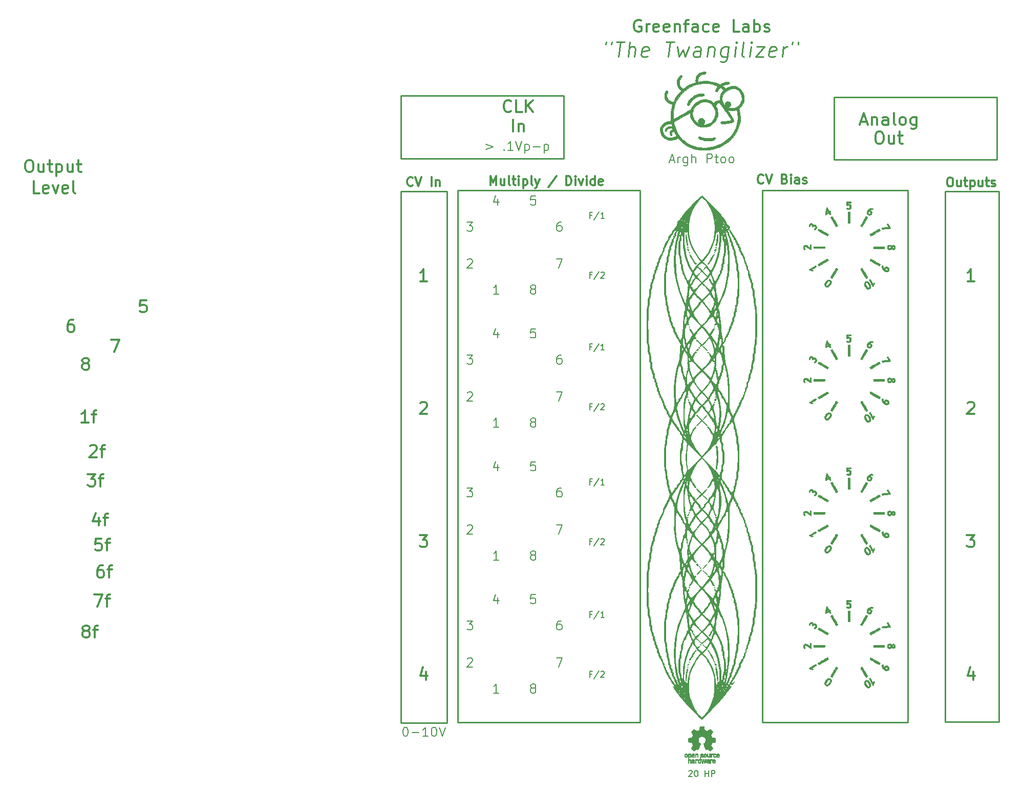
<source format=gbr>
G04 #@! TF.GenerationSoftware,KiCad,Pcbnew,(6.0.1)*
G04 #@! TF.CreationDate,2024-01-17T09:18:27-08:00*
G04 #@! TF.ProjectId,panel,70616e65-6c2e-46b6-9963-61645f706362,1.1*
G04 #@! TF.SameCoordinates,Original*
G04 #@! TF.FileFunction,Legend,Top*
G04 #@! TF.FilePolarity,Positive*
%FSLAX46Y46*%
G04 Gerber Fmt 4.6, Leading zero omitted, Abs format (unit mm)*
G04 Created by KiCad (PCBNEW (6.0.1)) date 2024-01-17 09:18:27*
%MOMM*%
%LPD*%
G01*
G04 APERTURE LIST*
%ADD10C,0.250000*%
%ADD11C,0.300000*%
%ADD12C,0.150000*%
%ADD13C,0.200000*%
%ADD14C,0.010000*%
G04 APERTURE END LIST*
D10*
X100705000Y-60900000D02*
X124700000Y-60900000D01*
X124700000Y-60900000D02*
X124700000Y-148900000D01*
X124700000Y-148900000D02*
X100705000Y-148900000D01*
X100705000Y-148900000D02*
X100705000Y-60900000D01*
X112505000Y-45450000D02*
X139400000Y-45450000D01*
X139400000Y-45450000D02*
X139400000Y-55810000D01*
X139400000Y-55810000D02*
X112505000Y-55810000D01*
X112505000Y-55810000D02*
X112505000Y-45450000D01*
X40900000Y-45245000D02*
X67795000Y-45245000D01*
X67795000Y-45245000D02*
X67795000Y-55605000D01*
X67795000Y-55605000D02*
X40900000Y-55605000D01*
X40900000Y-55605000D02*
X40900000Y-45245000D01*
X40850000Y-61000000D02*
X48495000Y-61000000D01*
X48495000Y-61000000D02*
X48495000Y-149000000D01*
X48495000Y-149000000D02*
X40850000Y-149000000D01*
X40850000Y-149000000D02*
X40850000Y-61000000D01*
X50305000Y-60900000D02*
X80450000Y-60900000D01*
X80450000Y-60900000D02*
X80450000Y-148900000D01*
X80450000Y-148900000D02*
X50305000Y-148900000D01*
X50305000Y-148900000D02*
X50305000Y-60900000D01*
X130902500Y-61000000D02*
X139747500Y-61000000D01*
X139747500Y-61000000D02*
X139747500Y-148810000D01*
X139747500Y-148810000D02*
X130902500Y-148810000D01*
X130902500Y-148810000D02*
X130902500Y-61000000D01*
D11*
X-20747619Y-55854761D02*
X-20366666Y-55854761D01*
X-20176190Y-55950000D01*
X-19985714Y-56140476D01*
X-19890476Y-56521428D01*
X-19890476Y-57188095D01*
X-19985714Y-57569047D01*
X-20176190Y-57759523D01*
X-20366666Y-57854761D01*
X-20747619Y-57854761D01*
X-20938095Y-57759523D01*
X-21128571Y-57569047D01*
X-21223809Y-57188095D01*
X-21223809Y-56521428D01*
X-21128571Y-56140476D01*
X-20938095Y-55950000D01*
X-20747619Y-55854761D01*
X-18176190Y-56521428D02*
X-18176190Y-57854761D01*
X-19033333Y-56521428D02*
X-19033333Y-57569047D01*
X-18938095Y-57759523D01*
X-18747619Y-57854761D01*
X-18461904Y-57854761D01*
X-18271428Y-57759523D01*
X-18176190Y-57664285D01*
X-17509523Y-56521428D02*
X-16747619Y-56521428D01*
X-17223809Y-55854761D02*
X-17223809Y-57569047D01*
X-17128571Y-57759523D01*
X-16938095Y-57854761D01*
X-16747619Y-57854761D01*
X-16080952Y-56521428D02*
X-16080952Y-58521428D01*
X-16080952Y-56616666D02*
X-15890476Y-56521428D01*
X-15509523Y-56521428D01*
X-15319047Y-56616666D01*
X-15223809Y-56711904D01*
X-15128571Y-56902380D01*
X-15128571Y-57473809D01*
X-15223809Y-57664285D01*
X-15319047Y-57759523D01*
X-15509523Y-57854761D01*
X-15890476Y-57854761D01*
X-16080952Y-57759523D01*
X-13414285Y-56521428D02*
X-13414285Y-57854761D01*
X-14271428Y-56521428D02*
X-14271428Y-57569047D01*
X-14176190Y-57759523D01*
X-13985714Y-57854761D01*
X-13700000Y-57854761D01*
X-13509523Y-57759523D01*
X-13414285Y-57664285D01*
X-12747619Y-56521428D02*
X-11985714Y-56521428D01*
X-12461904Y-55854761D02*
X-12461904Y-57569047D01*
X-12366666Y-57759523D01*
X-12176190Y-57854761D01*
X-11985714Y-57854761D01*
X45030952Y-140571428D02*
X45030952Y-141904761D01*
X44554761Y-139809523D02*
X44078571Y-141238095D01*
X45316666Y-141238095D01*
X134483333Y-117904761D02*
X135721428Y-117904761D01*
X135054761Y-118666666D01*
X135340476Y-118666666D01*
X135530952Y-118761904D01*
X135626190Y-118857142D01*
X135721428Y-119047619D01*
X135721428Y-119523809D01*
X135626190Y-119714285D01*
X135530952Y-119809523D01*
X135340476Y-119904761D01*
X134769047Y-119904761D01*
X134578571Y-119809523D01*
X134483333Y-119714285D01*
X55664285Y-60028571D02*
X55664285Y-58528571D01*
X56164285Y-59600000D01*
X56664285Y-58528571D01*
X56664285Y-60028571D01*
X58021428Y-59028571D02*
X58021428Y-60028571D01*
X57378571Y-59028571D02*
X57378571Y-59814285D01*
X57450000Y-59957142D01*
X57592857Y-60028571D01*
X57807142Y-60028571D01*
X57950000Y-59957142D01*
X58021428Y-59885714D01*
X58950000Y-60028571D02*
X58807142Y-59957142D01*
X58735714Y-59814285D01*
X58735714Y-58528571D01*
X59307142Y-59028571D02*
X59878571Y-59028571D01*
X59521428Y-58528571D02*
X59521428Y-59814285D01*
X59592857Y-59957142D01*
X59735714Y-60028571D01*
X59878571Y-60028571D01*
X60378571Y-60028571D02*
X60378571Y-59028571D01*
X60378571Y-58528571D02*
X60307142Y-58600000D01*
X60378571Y-58671428D01*
X60450000Y-58600000D01*
X60378571Y-58528571D01*
X60378571Y-58671428D01*
X61092857Y-59028571D02*
X61092857Y-60528571D01*
X61092857Y-59100000D02*
X61235714Y-59028571D01*
X61521428Y-59028571D01*
X61664285Y-59100000D01*
X61735714Y-59171428D01*
X61807142Y-59314285D01*
X61807142Y-59742857D01*
X61735714Y-59885714D01*
X61664285Y-59957142D01*
X61521428Y-60028571D01*
X61235714Y-60028571D01*
X61092857Y-59957142D01*
X62664285Y-60028571D02*
X62521428Y-59957142D01*
X62450000Y-59814285D01*
X62450000Y-58528571D01*
X63092857Y-59028571D02*
X63450000Y-60028571D01*
X63807142Y-59028571D02*
X63450000Y-60028571D01*
X63307142Y-60385714D01*
X63235714Y-60457142D01*
X63092857Y-60528571D01*
X66592857Y-58457142D02*
X65307142Y-60385714D01*
X68235714Y-60028571D02*
X68235714Y-58528571D01*
X68592857Y-58528571D01*
X68807142Y-58600000D01*
X68950000Y-58742857D01*
X69021428Y-58885714D01*
X69092857Y-59171428D01*
X69092857Y-59385714D01*
X69021428Y-59671428D01*
X68950000Y-59814285D01*
X68807142Y-59957142D01*
X68592857Y-60028571D01*
X68235714Y-60028571D01*
X69735714Y-60028571D02*
X69735714Y-59028571D01*
X69735714Y-58528571D02*
X69664285Y-58600000D01*
X69735714Y-58671428D01*
X69807142Y-58600000D01*
X69735714Y-58528571D01*
X69735714Y-58671428D01*
X70307142Y-59028571D02*
X70664285Y-60028571D01*
X71021428Y-59028571D01*
X71592857Y-60028571D02*
X71592857Y-59028571D01*
X71592857Y-58528571D02*
X71521428Y-58600000D01*
X71592857Y-58671428D01*
X71664285Y-58600000D01*
X71592857Y-58528571D01*
X71592857Y-58671428D01*
X72950000Y-60028571D02*
X72950000Y-58528571D01*
X72950000Y-59957142D02*
X72807142Y-60028571D01*
X72521428Y-60028571D01*
X72378571Y-59957142D01*
X72307142Y-59885714D01*
X72235714Y-59742857D01*
X72235714Y-59314285D01*
X72307142Y-59171428D01*
X72378571Y-59100000D01*
X72521428Y-59028571D01*
X72807142Y-59028571D01*
X72950000Y-59100000D01*
X74235714Y-59957142D02*
X74092857Y-60028571D01*
X73807142Y-60028571D01*
X73664285Y-59957142D01*
X73592857Y-59814285D01*
X73592857Y-59242857D01*
X73664285Y-59100000D01*
X73807142Y-59028571D01*
X74092857Y-59028571D01*
X74235714Y-59100000D01*
X74307142Y-59242857D01*
X74307142Y-59385714D01*
X73592857Y-59528571D01*
X80554761Y-32740000D02*
X80364285Y-32644761D01*
X80078571Y-32644761D01*
X79792857Y-32740000D01*
X79602380Y-32930476D01*
X79507142Y-33120952D01*
X79411904Y-33501904D01*
X79411904Y-33787619D01*
X79507142Y-34168571D01*
X79602380Y-34359047D01*
X79792857Y-34549523D01*
X80078571Y-34644761D01*
X80269047Y-34644761D01*
X80554761Y-34549523D01*
X80649999Y-34454285D01*
X80649999Y-33787619D01*
X80269047Y-33787619D01*
X81507142Y-34644761D02*
X81507142Y-33311428D01*
X81507142Y-33692380D02*
X81602380Y-33501904D01*
X81697619Y-33406666D01*
X81888095Y-33311428D01*
X82078571Y-33311428D01*
X83507142Y-34549523D02*
X83316666Y-34644761D01*
X82935714Y-34644761D01*
X82745238Y-34549523D01*
X82649999Y-34359047D01*
X82649999Y-33597142D01*
X82745238Y-33406666D01*
X82935714Y-33311428D01*
X83316666Y-33311428D01*
X83507142Y-33406666D01*
X83602380Y-33597142D01*
X83602380Y-33787619D01*
X82649999Y-33978095D01*
X85221428Y-34549523D02*
X85030952Y-34644761D01*
X84649999Y-34644761D01*
X84459523Y-34549523D01*
X84364285Y-34359047D01*
X84364285Y-33597142D01*
X84459523Y-33406666D01*
X84649999Y-33311428D01*
X85030952Y-33311428D01*
X85221428Y-33406666D01*
X85316666Y-33597142D01*
X85316666Y-33787619D01*
X84364285Y-33978095D01*
X86173809Y-33311428D02*
X86173809Y-34644761D01*
X86173809Y-33501904D02*
X86269047Y-33406666D01*
X86459523Y-33311428D01*
X86745238Y-33311428D01*
X86935714Y-33406666D01*
X87030952Y-33597142D01*
X87030952Y-34644761D01*
X87697619Y-33311428D02*
X88459523Y-33311428D01*
X87983333Y-34644761D02*
X87983333Y-32930476D01*
X88078571Y-32740000D01*
X88269047Y-32644761D01*
X88459523Y-32644761D01*
X89983333Y-34644761D02*
X89983333Y-33597142D01*
X89888095Y-33406666D01*
X89697619Y-33311428D01*
X89316666Y-33311428D01*
X89126190Y-33406666D01*
X89983333Y-34549523D02*
X89792857Y-34644761D01*
X89316666Y-34644761D01*
X89126190Y-34549523D01*
X89030952Y-34359047D01*
X89030952Y-34168571D01*
X89126190Y-33978095D01*
X89316666Y-33882857D01*
X89792857Y-33882857D01*
X89983333Y-33787619D01*
X91792857Y-34549523D02*
X91602380Y-34644761D01*
X91221428Y-34644761D01*
X91030952Y-34549523D01*
X90935714Y-34454285D01*
X90840476Y-34263809D01*
X90840476Y-33692380D01*
X90935714Y-33501904D01*
X91030952Y-33406666D01*
X91221428Y-33311428D01*
X91602380Y-33311428D01*
X91792857Y-33406666D01*
X93411904Y-34549523D02*
X93221428Y-34644761D01*
X92840476Y-34644761D01*
X92650000Y-34549523D01*
X92554761Y-34359047D01*
X92554761Y-33597142D01*
X92650000Y-33406666D01*
X92840476Y-33311428D01*
X93221428Y-33311428D01*
X93411904Y-33406666D01*
X93507142Y-33597142D01*
X93507142Y-33787619D01*
X92554761Y-33978095D01*
X96840476Y-34644761D02*
X95888095Y-34644761D01*
X95888095Y-32644761D01*
X98364285Y-34644761D02*
X98364285Y-33597142D01*
X98269047Y-33406666D01*
X98078571Y-33311428D01*
X97697619Y-33311428D01*
X97507142Y-33406666D01*
X98364285Y-34549523D02*
X98173809Y-34644761D01*
X97697619Y-34644761D01*
X97507142Y-34549523D01*
X97411904Y-34359047D01*
X97411904Y-34168571D01*
X97507142Y-33978095D01*
X97697619Y-33882857D01*
X98173809Y-33882857D01*
X98364285Y-33787619D01*
X99316666Y-34644761D02*
X99316666Y-32644761D01*
X99316666Y-33406666D02*
X99507142Y-33311428D01*
X99888095Y-33311428D01*
X100078571Y-33406666D01*
X100173809Y-33501904D01*
X100269047Y-33692380D01*
X100269047Y-34263809D01*
X100173809Y-34454285D01*
X100078571Y-34549523D01*
X99888095Y-34644761D01*
X99507142Y-34644761D01*
X99316666Y-34549523D01*
X101030952Y-34549523D02*
X101221428Y-34644761D01*
X101602380Y-34644761D01*
X101792857Y-34549523D01*
X101888095Y-34359047D01*
X101888095Y-34263809D01*
X101792857Y-34073333D01*
X101602380Y-33978095D01*
X101316666Y-33978095D01*
X101126190Y-33882857D01*
X101030952Y-33692380D01*
X101030952Y-33597142D01*
X101126190Y-33406666D01*
X101316666Y-33311428D01*
X101602380Y-33311428D01*
X101792857Y-33406666D01*
X43983333Y-117904761D02*
X45221428Y-117904761D01*
X44554761Y-118666666D01*
X44840476Y-118666666D01*
X45030952Y-118761904D01*
X45126190Y-118857142D01*
X45221428Y-119047619D01*
X45221428Y-119523809D01*
X45126190Y-119714285D01*
X45030952Y-119809523D01*
X44840476Y-119904761D01*
X44269047Y-119904761D01*
X44078571Y-119809523D01*
X43983333Y-119714285D01*
D12*
X72442857Y-131028571D02*
X72109523Y-131028571D01*
X72109523Y-131552380D02*
X72109523Y-130552380D01*
X72585714Y-130552380D01*
X73680952Y-130504761D02*
X72823809Y-131790476D01*
X74538095Y-131552380D02*
X73966666Y-131552380D01*
X74252380Y-131552380D02*
X74252380Y-130552380D01*
X74157142Y-130695238D01*
X74061904Y-130790476D01*
X73966666Y-130838095D01*
D11*
X119833333Y-51154761D02*
X120214285Y-51154761D01*
X120404761Y-51250000D01*
X120595238Y-51440476D01*
X120690476Y-51821428D01*
X120690476Y-52488095D01*
X120595238Y-52869047D01*
X120404761Y-53059523D01*
X120214285Y-53154761D01*
X119833333Y-53154761D01*
X119642857Y-53059523D01*
X119452380Y-52869047D01*
X119357142Y-52488095D01*
X119357142Y-51821428D01*
X119452380Y-51440476D01*
X119642857Y-51250000D01*
X119833333Y-51154761D01*
X122404761Y-51821428D02*
X122404761Y-53154761D01*
X121547619Y-51821428D02*
X121547619Y-52869047D01*
X121642857Y-53059523D01*
X121833333Y-53154761D01*
X122119047Y-53154761D01*
X122309523Y-53059523D01*
X122404761Y-52964285D01*
X123071428Y-51821428D02*
X123833333Y-51821428D01*
X123357142Y-51154761D02*
X123357142Y-52869047D01*
X123452380Y-53059523D01*
X123642857Y-53154761D01*
X123833333Y-53154761D01*
D12*
X72442857Y-118978571D02*
X72109523Y-118978571D01*
X72109523Y-119502380D02*
X72109523Y-118502380D01*
X72585714Y-118502380D01*
X73680952Y-118454761D02*
X72823809Y-119740476D01*
X73966666Y-118597619D02*
X74014285Y-118550000D01*
X74109523Y-118502380D01*
X74347619Y-118502380D01*
X74442857Y-118550000D01*
X74490476Y-118597619D01*
X74538095Y-118692857D01*
X74538095Y-118788095D01*
X74490476Y-118930952D01*
X73919047Y-119502380D01*
X74538095Y-119502380D01*
D13*
X54957142Y-53228571D02*
X56100000Y-53657142D01*
X54957142Y-54085714D01*
X57957142Y-54085714D02*
X58028571Y-54157142D01*
X57957142Y-54228571D01*
X57885714Y-54157142D01*
X57957142Y-54085714D01*
X57957142Y-54228571D01*
X59457142Y-54228571D02*
X58600000Y-54228571D01*
X59028571Y-54228571D02*
X59028571Y-52728571D01*
X58885714Y-52942857D01*
X58742857Y-53085714D01*
X58600000Y-53157142D01*
X59885714Y-52728571D02*
X60385714Y-54228571D01*
X60885714Y-52728571D01*
X61385714Y-53228571D02*
X61385714Y-54728571D01*
X61385714Y-53300000D02*
X61528571Y-53228571D01*
X61814285Y-53228571D01*
X61957142Y-53300000D01*
X62028571Y-53371428D01*
X62100000Y-53514285D01*
X62100000Y-53942857D01*
X62028571Y-54085714D01*
X61957142Y-54157142D01*
X61814285Y-54228571D01*
X61528571Y-54228571D01*
X61385714Y-54157142D01*
X62742857Y-53657142D02*
X63885714Y-53657142D01*
X64600000Y-53228571D02*
X64600000Y-54728571D01*
X64600000Y-53300000D02*
X64742857Y-53228571D01*
X65028571Y-53228571D01*
X65171428Y-53300000D01*
X65242857Y-53371428D01*
X65314285Y-53514285D01*
X65314285Y-53942857D01*
X65242857Y-54085714D01*
X65171428Y-54157142D01*
X65028571Y-54228571D01*
X64742857Y-54228571D01*
X64600000Y-54157142D01*
D11*
X135530952Y-140571428D02*
X135530952Y-141904761D01*
X135054761Y-139809523D02*
X134578571Y-141238095D01*
X135816666Y-141238095D01*
X131557142Y-58728571D02*
X131842857Y-58728571D01*
X131985714Y-58800000D01*
X132128571Y-58942857D01*
X132200000Y-59228571D01*
X132200000Y-59728571D01*
X132128571Y-60014285D01*
X131985714Y-60157142D01*
X131842857Y-60228571D01*
X131557142Y-60228571D01*
X131414285Y-60157142D01*
X131271428Y-60014285D01*
X131200000Y-59728571D01*
X131200000Y-59228571D01*
X131271428Y-58942857D01*
X131414285Y-58800000D01*
X131557142Y-58728571D01*
X133485714Y-59228571D02*
X133485714Y-60228571D01*
X132842857Y-59228571D02*
X132842857Y-60014285D01*
X132914285Y-60157142D01*
X133057142Y-60228571D01*
X133271428Y-60228571D01*
X133414285Y-60157142D01*
X133485714Y-60085714D01*
X133985714Y-59228571D02*
X134557142Y-59228571D01*
X134200000Y-58728571D02*
X134200000Y-60014285D01*
X134271428Y-60157142D01*
X134414285Y-60228571D01*
X134557142Y-60228571D01*
X135057142Y-59228571D02*
X135057142Y-60728571D01*
X135057142Y-59300000D02*
X135200000Y-59228571D01*
X135485714Y-59228571D01*
X135628571Y-59300000D01*
X135700000Y-59371428D01*
X135771428Y-59514285D01*
X135771428Y-59942857D01*
X135700000Y-60085714D01*
X135628571Y-60157142D01*
X135485714Y-60228571D01*
X135200000Y-60228571D01*
X135057142Y-60157142D01*
X137057142Y-59228571D02*
X137057142Y-60228571D01*
X136414285Y-59228571D02*
X136414285Y-60014285D01*
X136485714Y-60157142D01*
X136628571Y-60228571D01*
X136842857Y-60228571D01*
X136985714Y-60157142D01*
X137057142Y-60085714D01*
X137557142Y-59228571D02*
X138128571Y-59228571D01*
X137771428Y-58728571D02*
X137771428Y-60014285D01*
X137842857Y-60157142D01*
X137985714Y-60228571D01*
X138128571Y-60228571D01*
X138557142Y-60157142D02*
X138700000Y-60228571D01*
X138985714Y-60228571D01*
X139128571Y-60157142D01*
X139200000Y-60014285D01*
X139200000Y-59942857D01*
X139128571Y-59800000D01*
X138985714Y-59728571D01*
X138771428Y-59728571D01*
X138628571Y-59657142D01*
X138557142Y-59514285D01*
X138557142Y-59442857D01*
X138628571Y-59300000D01*
X138771428Y-59228571D01*
X138985714Y-59228571D01*
X139128571Y-59300000D01*
X135721428Y-75904761D02*
X134578571Y-75904761D01*
X135150000Y-75904761D02*
X135150000Y-73904761D01*
X134959523Y-74190476D01*
X134769047Y-74380952D01*
X134578571Y-74476190D01*
X44078571Y-96095238D02*
X44173809Y-96000000D01*
X44364285Y-95904761D01*
X44840476Y-95904761D01*
X45030952Y-96000000D01*
X45126190Y-96095238D01*
X45221428Y-96285714D01*
X45221428Y-96476190D01*
X45126190Y-96761904D01*
X43983333Y-97904761D01*
X45221428Y-97904761D01*
D13*
X41578571Y-149728571D02*
X41721428Y-149728571D01*
X41864285Y-149800000D01*
X41935714Y-149871428D01*
X42007142Y-150014285D01*
X42078571Y-150300000D01*
X42078571Y-150657142D01*
X42007142Y-150942857D01*
X41935714Y-151085714D01*
X41864285Y-151157142D01*
X41721428Y-151228571D01*
X41578571Y-151228571D01*
X41435714Y-151157142D01*
X41364285Y-151085714D01*
X41292857Y-150942857D01*
X41221428Y-150657142D01*
X41221428Y-150300000D01*
X41292857Y-150014285D01*
X41364285Y-149871428D01*
X41435714Y-149800000D01*
X41578571Y-149728571D01*
X42721428Y-150657142D02*
X43864285Y-150657142D01*
X45364285Y-151228571D02*
X44507142Y-151228571D01*
X44935714Y-151228571D02*
X44935714Y-149728571D01*
X44792857Y-149942857D01*
X44650000Y-150085714D01*
X44507142Y-150157142D01*
X46292857Y-149728571D02*
X46435714Y-149728571D01*
X46578571Y-149800000D01*
X46650000Y-149871428D01*
X46721428Y-150014285D01*
X46792857Y-150300000D01*
X46792857Y-150657142D01*
X46721428Y-150942857D01*
X46650000Y-151085714D01*
X46578571Y-151157142D01*
X46435714Y-151228571D01*
X46292857Y-151228571D01*
X46150000Y-151157142D01*
X46078571Y-151085714D01*
X46007142Y-150942857D01*
X45935714Y-150657142D01*
X45935714Y-150300000D01*
X46007142Y-150014285D01*
X46078571Y-149871428D01*
X46150000Y-149800000D01*
X46292857Y-149728571D01*
X47221428Y-149728571D02*
X47721428Y-151228571D01*
X48221428Y-149728571D01*
D11*
X-7016666Y-85604761D02*
X-5683333Y-85604761D01*
X-6540476Y-87604761D01*
X45221428Y-75904761D02*
X44078571Y-75904761D01*
X44650000Y-75904761D02*
X44650000Y-73904761D01*
X44459523Y-74190476D01*
X44269047Y-74380952D01*
X44078571Y-74476190D01*
X-18880952Y-61354761D02*
X-19833333Y-61354761D01*
X-19833333Y-59354761D01*
X-17452380Y-61259523D02*
X-17642857Y-61354761D01*
X-18023809Y-61354761D01*
X-18214285Y-61259523D01*
X-18309523Y-61069047D01*
X-18309523Y-60307142D01*
X-18214285Y-60116666D01*
X-18023809Y-60021428D01*
X-17642857Y-60021428D01*
X-17452380Y-60116666D01*
X-17357142Y-60307142D01*
X-17357142Y-60497619D01*
X-18309523Y-60688095D01*
X-16690476Y-60021428D02*
X-16214285Y-61354761D01*
X-15738095Y-60021428D01*
X-14214285Y-61259523D02*
X-14404761Y-61354761D01*
X-14785714Y-61354761D01*
X-14976190Y-61259523D01*
X-15071428Y-61069047D01*
X-15071428Y-60307142D01*
X-14976190Y-60116666D01*
X-14785714Y-60021428D01*
X-14404761Y-60021428D01*
X-14214285Y-60116666D01*
X-14119047Y-60307142D01*
X-14119047Y-60497619D01*
X-15071428Y-60688095D01*
X-12976190Y-61354761D02*
X-13166666Y-61259523D01*
X-13261904Y-61069047D01*
X-13261904Y-59354761D01*
X42864285Y-60035714D02*
X42792857Y-60107142D01*
X42578571Y-60178571D01*
X42435714Y-60178571D01*
X42221428Y-60107142D01*
X42078571Y-59964285D01*
X42007142Y-59821428D01*
X41935714Y-59535714D01*
X41935714Y-59321428D01*
X42007142Y-59035714D01*
X42078571Y-58892857D01*
X42221428Y-58750000D01*
X42435714Y-58678571D01*
X42578571Y-58678571D01*
X42792857Y-58750000D01*
X42864285Y-58821428D01*
X43292857Y-58678571D02*
X43792857Y-60178571D01*
X44292857Y-58678571D01*
X45935714Y-60178571D02*
X45935714Y-58678571D01*
X46650000Y-59178571D02*
X46650000Y-60178571D01*
X46650000Y-59321428D02*
X46721428Y-59250000D01*
X46864285Y-59178571D01*
X47078571Y-59178571D01*
X47221428Y-59250000D01*
X47292857Y-59392857D01*
X47292857Y-60178571D01*
X-10800000Y-99304761D02*
X-11942857Y-99304761D01*
X-11371428Y-99304761D02*
X-11371428Y-97304761D01*
X-11561904Y-97590476D01*
X-11752380Y-97780952D01*
X-11942857Y-97876190D01*
X-10228571Y-97971428D02*
X-9466666Y-97971428D01*
X-9942857Y-99304761D02*
X-9942857Y-97590476D01*
X-9847619Y-97400000D01*
X-9657142Y-97304761D01*
X-9466666Y-97304761D01*
D10*
X74832961Y-36280952D02*
X74773437Y-36757142D01*
X75785342Y-36280952D02*
X75725818Y-36757142D01*
X76499627Y-36280952D02*
X77928199Y-36280952D01*
X76901413Y-38780952D02*
X77213913Y-36280952D01*
X78449032Y-38780952D02*
X78761532Y-36280952D01*
X79520461Y-38780952D02*
X79684151Y-37471428D01*
X79594866Y-37233333D01*
X79371651Y-37114285D01*
X79014508Y-37114285D01*
X78761532Y-37233333D01*
X78627604Y-37352380D01*
X81678199Y-38661904D02*
X81425223Y-38780952D01*
X80949032Y-38780952D01*
X80725818Y-38661904D01*
X80636532Y-38423809D01*
X80755580Y-37471428D01*
X80904389Y-37233333D01*
X81157366Y-37114285D01*
X81633556Y-37114285D01*
X81856770Y-37233333D01*
X81946056Y-37471428D01*
X81916294Y-37709523D01*
X80696056Y-37947619D01*
X84713913Y-36280952D02*
X86142485Y-36280952D01*
X85115699Y-38780952D02*
X85428199Y-36280952D01*
X86633556Y-37114285D02*
X86901413Y-38780952D01*
X87526413Y-37590476D01*
X87853794Y-38780952D01*
X88538318Y-37114285D01*
X90353794Y-38780952D02*
X90517485Y-37471428D01*
X90428199Y-37233333D01*
X90204985Y-37114285D01*
X89728794Y-37114285D01*
X89475818Y-37233333D01*
X90368675Y-38661904D02*
X90115699Y-38780952D01*
X89520461Y-38780952D01*
X89297247Y-38661904D01*
X89207961Y-38423809D01*
X89237723Y-38185714D01*
X89386532Y-37947619D01*
X89639508Y-37828571D01*
X90234747Y-37828571D01*
X90487723Y-37709523D01*
X91752604Y-37114285D02*
X91544270Y-38780952D01*
X91722842Y-37352380D02*
X91856770Y-37233333D01*
X92109747Y-37114285D01*
X92466889Y-37114285D01*
X92690104Y-37233333D01*
X92779389Y-37471428D01*
X92615699Y-38780952D01*
X95085937Y-37114285D02*
X94832961Y-39138095D01*
X94684151Y-39376190D01*
X94550223Y-39495238D01*
X94297247Y-39614285D01*
X93940104Y-39614285D01*
X93716889Y-39495238D01*
X94892485Y-38661904D02*
X94639508Y-38780952D01*
X94163318Y-38780952D01*
X93940104Y-38661904D01*
X93835937Y-38542857D01*
X93746651Y-38304761D01*
X93835937Y-37590476D01*
X93984747Y-37352380D01*
X94118675Y-37233333D01*
X94371651Y-37114285D01*
X94847842Y-37114285D01*
X95071056Y-37233333D01*
X96068080Y-38780952D02*
X96276413Y-37114285D01*
X96380580Y-36280952D02*
X96246651Y-36400000D01*
X96350818Y-36519047D01*
X96484747Y-36400000D01*
X96380580Y-36280952D01*
X96350818Y-36519047D01*
X97615699Y-38780952D02*
X97392485Y-38661904D01*
X97303199Y-38423809D01*
X97571056Y-36280952D01*
X98568080Y-38780952D02*
X98776413Y-37114285D01*
X98880580Y-36280952D02*
X98746651Y-36400000D01*
X98850818Y-36519047D01*
X98984747Y-36400000D01*
X98880580Y-36280952D01*
X98850818Y-36519047D01*
X99728794Y-37114285D02*
X101038318Y-37114285D01*
X99520461Y-38780952D01*
X100829985Y-38780952D01*
X102749627Y-38661904D02*
X102496651Y-38780952D01*
X102020461Y-38780952D01*
X101797247Y-38661904D01*
X101707961Y-38423809D01*
X101827008Y-37471428D01*
X101975818Y-37233333D01*
X102228794Y-37114285D01*
X102704985Y-37114285D01*
X102928199Y-37233333D01*
X103017485Y-37471428D01*
X102987723Y-37709523D01*
X101767485Y-37947619D01*
X103925223Y-38780952D02*
X104133556Y-37114285D01*
X104074032Y-37590476D02*
X104222842Y-37352380D01*
X104356770Y-37233333D01*
X104609747Y-37114285D01*
X104847842Y-37114285D01*
X105666294Y-36280952D02*
X105606770Y-36757142D01*
X106618675Y-36280952D02*
X106559151Y-36757142D01*
D11*
X-11440476Y-89461904D02*
X-11630952Y-89366666D01*
X-11726190Y-89271428D01*
X-11821428Y-89080952D01*
X-11821428Y-88985714D01*
X-11726190Y-88795238D01*
X-11630952Y-88700000D01*
X-11440476Y-88604761D01*
X-11059523Y-88604761D01*
X-10869047Y-88700000D01*
X-10773809Y-88795238D01*
X-10678571Y-88985714D01*
X-10678571Y-89080952D01*
X-10773809Y-89271428D01*
X-10869047Y-89366666D01*
X-11059523Y-89461904D01*
X-11440476Y-89461904D01*
X-11630952Y-89557142D01*
X-11726190Y-89652380D01*
X-11821428Y-89842857D01*
X-11821428Y-90223809D01*
X-11726190Y-90414285D01*
X-11630952Y-90509523D01*
X-11440476Y-90604761D01*
X-11059523Y-90604761D01*
X-10869047Y-90509523D01*
X-10773809Y-90414285D01*
X-10678571Y-90223809D01*
X-10678571Y-89842857D01*
X-10773809Y-89652380D01*
X-10869047Y-89557142D01*
X-11059523Y-89461904D01*
X116980952Y-49483333D02*
X117933333Y-49483333D01*
X116790476Y-50054761D02*
X117457142Y-48054761D01*
X118123809Y-50054761D01*
X118790476Y-48721428D02*
X118790476Y-50054761D01*
X118790476Y-48911904D02*
X118885714Y-48816666D01*
X119076190Y-48721428D01*
X119361904Y-48721428D01*
X119552380Y-48816666D01*
X119647619Y-49007142D01*
X119647619Y-50054761D01*
X121457142Y-50054761D02*
X121457142Y-49007142D01*
X121361904Y-48816666D01*
X121171428Y-48721428D01*
X120790476Y-48721428D01*
X120600000Y-48816666D01*
X121457142Y-49959523D02*
X121266666Y-50054761D01*
X120790476Y-50054761D01*
X120600000Y-49959523D01*
X120504761Y-49769047D01*
X120504761Y-49578571D01*
X120600000Y-49388095D01*
X120790476Y-49292857D01*
X121266666Y-49292857D01*
X121457142Y-49197619D01*
X122695238Y-50054761D02*
X122504761Y-49959523D01*
X122409523Y-49769047D01*
X122409523Y-48054761D01*
X123742857Y-50054761D02*
X123552380Y-49959523D01*
X123457142Y-49864285D01*
X123361904Y-49673809D01*
X123361904Y-49102380D01*
X123457142Y-48911904D01*
X123552380Y-48816666D01*
X123742857Y-48721428D01*
X124028571Y-48721428D01*
X124219047Y-48816666D01*
X124314285Y-48911904D01*
X124409523Y-49102380D01*
X124409523Y-49673809D01*
X124314285Y-49864285D01*
X124219047Y-49959523D01*
X124028571Y-50054761D01*
X123742857Y-50054761D01*
X126123809Y-48721428D02*
X126123809Y-50340476D01*
X126028571Y-50530952D01*
X125933333Y-50626190D01*
X125742857Y-50721428D01*
X125457142Y-50721428D01*
X125266666Y-50626190D01*
X126123809Y-49959523D02*
X125933333Y-50054761D01*
X125552380Y-50054761D01*
X125361904Y-49959523D01*
X125266666Y-49864285D01*
X125171428Y-49673809D01*
X125171428Y-49102380D01*
X125266666Y-48911904D01*
X125361904Y-48816666D01*
X125552380Y-48721428D01*
X125933333Y-48721428D01*
X126123809Y-48816666D01*
X-11361904Y-133761904D02*
X-11552380Y-133666666D01*
X-11647619Y-133571428D01*
X-11742857Y-133380952D01*
X-11742857Y-133285714D01*
X-11647619Y-133095238D01*
X-11552380Y-133000000D01*
X-11361904Y-132904761D01*
X-10980952Y-132904761D01*
X-10790476Y-133000000D01*
X-10695238Y-133095238D01*
X-10600000Y-133285714D01*
X-10600000Y-133380952D01*
X-10695238Y-133571428D01*
X-10790476Y-133666666D01*
X-10980952Y-133761904D01*
X-11361904Y-133761904D01*
X-11552380Y-133857142D01*
X-11647619Y-133952380D01*
X-11742857Y-134142857D01*
X-11742857Y-134523809D01*
X-11647619Y-134714285D01*
X-11552380Y-134809523D01*
X-11361904Y-134904761D01*
X-10980952Y-134904761D01*
X-10790476Y-134809523D01*
X-10695238Y-134714285D01*
X-10600000Y-134523809D01*
X-10600000Y-134142857D01*
X-10695238Y-133952380D01*
X-10790476Y-133857142D01*
X-10980952Y-133761904D01*
X-10028571Y-133571428D02*
X-9266666Y-133571428D01*
X-9742857Y-134904761D02*
X-9742857Y-133190476D01*
X-9647619Y-133000000D01*
X-9457142Y-132904761D01*
X-9266666Y-132904761D01*
D13*
X85364285Y-55900000D02*
X86078571Y-55900000D01*
X85221428Y-56328571D02*
X85721428Y-54828571D01*
X86221428Y-56328571D01*
X86721428Y-56328571D02*
X86721428Y-55328571D01*
X86721428Y-55614285D02*
X86792857Y-55471428D01*
X86864285Y-55400000D01*
X87007142Y-55328571D01*
X87150000Y-55328571D01*
X88292857Y-55328571D02*
X88292857Y-56542857D01*
X88221428Y-56685714D01*
X88150000Y-56757142D01*
X88007142Y-56828571D01*
X87792857Y-56828571D01*
X87650000Y-56757142D01*
X88292857Y-56257142D02*
X88150000Y-56328571D01*
X87864285Y-56328571D01*
X87721428Y-56257142D01*
X87650000Y-56185714D01*
X87578571Y-56042857D01*
X87578571Y-55614285D01*
X87650000Y-55471428D01*
X87721428Y-55400000D01*
X87864285Y-55328571D01*
X88150000Y-55328571D01*
X88292857Y-55400000D01*
X89007142Y-56328571D02*
X89007142Y-54828571D01*
X89650000Y-56328571D02*
X89650000Y-55542857D01*
X89578571Y-55400000D01*
X89435714Y-55328571D01*
X89221428Y-55328571D01*
X89078571Y-55400000D01*
X89007142Y-55471428D01*
X91507142Y-56328571D02*
X91507142Y-54828571D01*
X92078571Y-54828571D01*
X92221428Y-54900000D01*
X92292857Y-54971428D01*
X92364285Y-55114285D01*
X92364285Y-55328571D01*
X92292857Y-55471428D01*
X92221428Y-55542857D01*
X92078571Y-55614285D01*
X91507142Y-55614285D01*
X92792857Y-55328571D02*
X93364285Y-55328571D01*
X93007142Y-54828571D02*
X93007142Y-56114285D01*
X93078571Y-56257142D01*
X93221428Y-56328571D01*
X93364285Y-56328571D01*
X94078571Y-56328571D02*
X93935714Y-56257142D01*
X93864285Y-56185714D01*
X93792857Y-56042857D01*
X93792857Y-55614285D01*
X93864285Y-55471428D01*
X93935714Y-55400000D01*
X94078571Y-55328571D01*
X94292857Y-55328571D01*
X94435714Y-55400000D01*
X94507142Y-55471428D01*
X94578571Y-55614285D01*
X94578571Y-56042857D01*
X94507142Y-56185714D01*
X94435714Y-56257142D01*
X94292857Y-56328571D01*
X94078571Y-56328571D01*
X95435714Y-56328571D02*
X95292857Y-56257142D01*
X95221428Y-56185714D01*
X95150000Y-56042857D01*
X95150000Y-55614285D01*
X95221428Y-55471428D01*
X95292857Y-55400000D01*
X95435714Y-55328571D01*
X95650000Y-55328571D01*
X95792857Y-55400000D01*
X95864285Y-55471428D01*
X95935714Y-55614285D01*
X95935714Y-56042857D01*
X95864285Y-56185714D01*
X95792857Y-56257142D01*
X95650000Y-56328571D01*
X95435714Y-56328571D01*
D12*
X72442857Y-74878571D02*
X72109523Y-74878571D01*
X72109523Y-75402380D02*
X72109523Y-74402380D01*
X72585714Y-74402380D01*
X73680952Y-74354761D02*
X72823809Y-75640476D01*
X73966666Y-74497619D02*
X74014285Y-74450000D01*
X74109523Y-74402380D01*
X74347619Y-74402380D01*
X74442857Y-74450000D01*
X74490476Y-74497619D01*
X74538095Y-74592857D01*
X74538095Y-74688095D01*
X74490476Y-74830952D01*
X73919047Y-75402380D01*
X74538095Y-75402380D01*
D11*
X-10542857Y-103245238D02*
X-10447619Y-103150000D01*
X-10257142Y-103054761D01*
X-9780952Y-103054761D01*
X-9590476Y-103150000D01*
X-9495238Y-103245238D01*
X-9400000Y-103435714D01*
X-9400000Y-103626190D01*
X-9495238Y-103911904D01*
X-10638095Y-105054761D01*
X-9400000Y-105054761D01*
X-8828571Y-103721428D02*
X-8066666Y-103721428D01*
X-8542857Y-105054761D02*
X-8542857Y-103340476D01*
X-8447619Y-103150000D01*
X-8257142Y-103054761D01*
X-8066666Y-103054761D01*
X-8645238Y-118504761D02*
X-9597619Y-118504761D01*
X-9692857Y-119457142D01*
X-9597619Y-119361904D01*
X-9407142Y-119266666D01*
X-8930952Y-119266666D01*
X-8740476Y-119361904D01*
X-8645238Y-119457142D01*
X-8550000Y-119647619D01*
X-8550000Y-120123809D01*
X-8645238Y-120314285D01*
X-8740476Y-120409523D01*
X-8930952Y-120504761D01*
X-9407142Y-120504761D01*
X-9597619Y-120409523D01*
X-9692857Y-120314285D01*
X-7978571Y-119171428D02*
X-7216666Y-119171428D01*
X-7692857Y-120504761D02*
X-7692857Y-118790476D01*
X-7597619Y-118600000D01*
X-7407142Y-118504761D01*
X-7216666Y-118504761D01*
X-9788095Y-127754761D02*
X-8454761Y-127754761D01*
X-9311904Y-129754761D01*
X-7978571Y-128421428D02*
X-7216666Y-128421428D01*
X-7692857Y-129754761D02*
X-7692857Y-128040476D01*
X-7597619Y-127850000D01*
X-7407142Y-127754761D01*
X-7216666Y-127754761D01*
X-9090476Y-115021428D02*
X-9090476Y-116354761D01*
X-9566666Y-114259523D02*
X-10042857Y-115688095D01*
X-8804761Y-115688095D01*
X-8328571Y-115021428D02*
X-7566666Y-115021428D01*
X-8042857Y-116354761D02*
X-8042857Y-114640476D01*
X-7947619Y-114450000D01*
X-7757142Y-114354761D01*
X-7566666Y-114354761D01*
D12*
X72442857Y-86778571D02*
X72109523Y-86778571D01*
X72109523Y-87302380D02*
X72109523Y-86302380D01*
X72585714Y-86302380D01*
X73680952Y-86254761D02*
X72823809Y-87540476D01*
X74538095Y-87302380D02*
X73966666Y-87302380D01*
X74252380Y-87302380D02*
X74252380Y-86302380D01*
X74157142Y-86445238D01*
X74061904Y-86540476D01*
X73966666Y-86588095D01*
D11*
X100807142Y-59635714D02*
X100735714Y-59707142D01*
X100521428Y-59778571D01*
X100378571Y-59778571D01*
X100164285Y-59707142D01*
X100021428Y-59564285D01*
X99950000Y-59421428D01*
X99878571Y-59135714D01*
X99878571Y-58921428D01*
X99950000Y-58635714D01*
X100021428Y-58492857D01*
X100164285Y-58350000D01*
X100378571Y-58278571D01*
X100521428Y-58278571D01*
X100735714Y-58350000D01*
X100807142Y-58421428D01*
X101235714Y-58278571D02*
X101735714Y-59778571D01*
X102235714Y-58278571D01*
X104378571Y-58992857D02*
X104592857Y-59064285D01*
X104664285Y-59135714D01*
X104735714Y-59278571D01*
X104735714Y-59492857D01*
X104664285Y-59635714D01*
X104592857Y-59707142D01*
X104450000Y-59778571D01*
X103878571Y-59778571D01*
X103878571Y-58278571D01*
X104378571Y-58278571D01*
X104521428Y-58350000D01*
X104592857Y-58421428D01*
X104664285Y-58564285D01*
X104664285Y-58707142D01*
X104592857Y-58850000D01*
X104521428Y-58921428D01*
X104378571Y-58992857D01*
X103878571Y-58992857D01*
X105378571Y-59778571D02*
X105378571Y-58778571D01*
X105378571Y-58278571D02*
X105307142Y-58350000D01*
X105378571Y-58421428D01*
X105450000Y-58350000D01*
X105378571Y-58278571D01*
X105378571Y-58421428D01*
X106735714Y-59778571D02*
X106735714Y-58992857D01*
X106664285Y-58850000D01*
X106521428Y-58778571D01*
X106235714Y-58778571D01*
X106092857Y-58850000D01*
X106735714Y-59707142D02*
X106592857Y-59778571D01*
X106235714Y-59778571D01*
X106092857Y-59707142D01*
X106021428Y-59564285D01*
X106021428Y-59421428D01*
X106092857Y-59278571D01*
X106235714Y-59207142D01*
X106592857Y-59207142D01*
X106735714Y-59135714D01*
X107378571Y-59707142D02*
X107521428Y-59778571D01*
X107807142Y-59778571D01*
X107950000Y-59707142D01*
X108021428Y-59564285D01*
X108021428Y-59492857D01*
X107950000Y-59350000D01*
X107807142Y-59278571D01*
X107592857Y-59278571D01*
X107450000Y-59207142D01*
X107378571Y-59064285D01*
X107378571Y-58992857D01*
X107450000Y-58850000D01*
X107592857Y-58778571D01*
X107807142Y-58778571D01*
X107950000Y-58850000D01*
D12*
X72442857Y-140928571D02*
X72109523Y-140928571D01*
X72109523Y-141452380D02*
X72109523Y-140452380D01*
X72585714Y-140452380D01*
X73680952Y-140404761D02*
X72823809Y-141690476D01*
X73966666Y-140547619D02*
X74014285Y-140500000D01*
X74109523Y-140452380D01*
X74347619Y-140452380D01*
X74442857Y-140500000D01*
X74490476Y-140547619D01*
X74538095Y-140642857D01*
X74538095Y-140738095D01*
X74490476Y-140880952D01*
X73919047Y-141452380D01*
X74538095Y-141452380D01*
X72442857Y-109078571D02*
X72109523Y-109078571D01*
X72109523Y-109602380D02*
X72109523Y-108602380D01*
X72585714Y-108602380D01*
X73680952Y-108554761D02*
X72823809Y-109840476D01*
X74538095Y-109602380D02*
X73966666Y-109602380D01*
X74252380Y-109602380D02*
X74252380Y-108602380D01*
X74157142Y-108745238D01*
X74061904Y-108840476D01*
X73966666Y-108888095D01*
D11*
X59109523Y-47754285D02*
X59014285Y-47849523D01*
X58728571Y-47944761D01*
X58538095Y-47944761D01*
X58252380Y-47849523D01*
X58061904Y-47659047D01*
X57966666Y-47468571D01*
X57871428Y-47087619D01*
X57871428Y-46801904D01*
X57966666Y-46420952D01*
X58061904Y-46230476D01*
X58252380Y-46040000D01*
X58538095Y-45944761D01*
X58728571Y-45944761D01*
X59014285Y-46040000D01*
X59109523Y-46135238D01*
X60919047Y-47944761D02*
X59966666Y-47944761D01*
X59966666Y-45944761D01*
X61585714Y-47944761D02*
X61585714Y-45944761D01*
X62728571Y-47944761D02*
X61871428Y-46801904D01*
X62728571Y-45944761D02*
X61585714Y-47087619D01*
X59395238Y-51164761D02*
X59395238Y-49164761D01*
X60347619Y-49831428D02*
X60347619Y-51164761D01*
X60347619Y-50021904D02*
X60442857Y-49926666D01*
X60633333Y-49831428D01*
X60919047Y-49831428D01*
X61109523Y-49926666D01*
X61204761Y-50117142D01*
X61204761Y-51164761D01*
X134578571Y-96095238D02*
X134673809Y-96000000D01*
X134864285Y-95904761D01*
X135340476Y-95904761D01*
X135530952Y-96000000D01*
X135626190Y-96095238D01*
X135721428Y-96285714D01*
X135721428Y-96476190D01*
X135626190Y-96761904D01*
X134483333Y-97904761D01*
X135721428Y-97904761D01*
X-1223809Y-79054761D02*
X-2176190Y-79054761D01*
X-2271428Y-80007142D01*
X-2176190Y-79911904D01*
X-1985714Y-79816666D01*
X-1509523Y-79816666D01*
X-1319047Y-79911904D01*
X-1223809Y-80007142D01*
X-1128571Y-80197619D01*
X-1128571Y-80673809D01*
X-1223809Y-80864285D01*
X-1319047Y-80959523D01*
X-1509523Y-81054761D01*
X-1985714Y-81054761D01*
X-2176190Y-80959523D01*
X-2271428Y-80864285D01*
X-13319047Y-82304761D02*
X-13700000Y-82304761D01*
X-13890476Y-82400000D01*
X-13985714Y-82495238D01*
X-14176190Y-82780952D01*
X-14271428Y-83161904D01*
X-14271428Y-83923809D01*
X-14176190Y-84114285D01*
X-14080952Y-84209523D01*
X-13890476Y-84304761D01*
X-13509523Y-84304761D01*
X-13319047Y-84209523D01*
X-13223809Y-84114285D01*
X-13128571Y-83923809D01*
X-13128571Y-83447619D01*
X-13223809Y-83257142D01*
X-13319047Y-83161904D01*
X-13509523Y-83066666D01*
X-13890476Y-83066666D01*
X-14080952Y-83161904D01*
X-14176190Y-83257142D01*
X-14271428Y-83447619D01*
D12*
X88483333Y-156997619D02*
X88530952Y-156950000D01*
X88626190Y-156902380D01*
X88864285Y-156902380D01*
X88959523Y-156950000D01*
X89007142Y-156997619D01*
X89054761Y-157092857D01*
X89054761Y-157188095D01*
X89007142Y-157330952D01*
X88435714Y-157902380D01*
X89054761Y-157902380D01*
X89673809Y-156902380D02*
X89769047Y-156902380D01*
X89864285Y-156950000D01*
X89911904Y-156997619D01*
X89959523Y-157092857D01*
X90007142Y-157283333D01*
X90007142Y-157521428D01*
X89959523Y-157711904D01*
X89911904Y-157807142D01*
X89864285Y-157854761D01*
X89769047Y-157902380D01*
X89673809Y-157902380D01*
X89578571Y-157854761D01*
X89530952Y-157807142D01*
X89483333Y-157711904D01*
X89435714Y-157521428D01*
X89435714Y-157283333D01*
X89483333Y-157092857D01*
X89530952Y-156997619D01*
X89578571Y-156950000D01*
X89673809Y-156902380D01*
X91197619Y-157902380D02*
X91197619Y-156902380D01*
X91197619Y-157378571D02*
X91769047Y-157378571D01*
X91769047Y-157902380D02*
X91769047Y-156902380D01*
X92245238Y-157902380D02*
X92245238Y-156902380D01*
X92626190Y-156902380D01*
X92721428Y-156950000D01*
X92769047Y-156997619D01*
X92816666Y-157092857D01*
X92816666Y-157235714D01*
X92769047Y-157330952D01*
X92721428Y-157378571D01*
X92626190Y-157426190D01*
X92245238Y-157426190D01*
X72442857Y-64978571D02*
X72109523Y-64978571D01*
X72109523Y-65502380D02*
X72109523Y-64502380D01*
X72585714Y-64502380D01*
X73680952Y-64454761D02*
X72823809Y-65740476D01*
X74538095Y-65502380D02*
X73966666Y-65502380D01*
X74252380Y-65502380D02*
X74252380Y-64502380D01*
X74157142Y-64645238D01*
X74061904Y-64740476D01*
X73966666Y-64788095D01*
D11*
X-8390476Y-122954761D02*
X-8771428Y-122954761D01*
X-8961904Y-123050000D01*
X-9057142Y-123145238D01*
X-9247619Y-123430952D01*
X-9342857Y-123811904D01*
X-9342857Y-124573809D01*
X-9247619Y-124764285D01*
X-9152380Y-124859523D01*
X-8961904Y-124954761D01*
X-8580952Y-124954761D01*
X-8390476Y-124859523D01*
X-8295238Y-124764285D01*
X-8200000Y-124573809D01*
X-8200000Y-124097619D01*
X-8295238Y-123907142D01*
X-8390476Y-123811904D01*
X-8580952Y-123716666D01*
X-8961904Y-123716666D01*
X-9152380Y-123811904D01*
X-9247619Y-123907142D01*
X-9342857Y-124097619D01*
X-7628571Y-123621428D02*
X-6866666Y-123621428D01*
X-7342857Y-124954761D02*
X-7342857Y-123240476D01*
X-7247619Y-123050000D01*
X-7057142Y-122954761D01*
X-6866666Y-122954761D01*
D12*
X72442857Y-96678571D02*
X72109523Y-96678571D01*
X72109523Y-97202380D02*
X72109523Y-96202380D01*
X72585714Y-96202380D01*
X73680952Y-96154761D02*
X72823809Y-97440476D01*
X73966666Y-96297619D02*
X74014285Y-96250000D01*
X74109523Y-96202380D01*
X74347619Y-96202380D01*
X74442857Y-96250000D01*
X74490476Y-96297619D01*
X74538095Y-96392857D01*
X74538095Y-96488095D01*
X74490476Y-96630952D01*
X73919047Y-97202380D01*
X74538095Y-97202380D01*
D11*
X-10888095Y-107854761D02*
X-9650000Y-107854761D01*
X-10316666Y-108616666D01*
X-10030952Y-108616666D01*
X-9840476Y-108711904D01*
X-9745238Y-108807142D01*
X-9650000Y-108997619D01*
X-9650000Y-109473809D01*
X-9745238Y-109664285D01*
X-9840476Y-109759523D01*
X-10030952Y-109854761D01*
X-10602380Y-109854761D01*
X-10792857Y-109759523D01*
X-10888095Y-109664285D01*
X-9078571Y-108521428D02*
X-8316666Y-108521428D01*
X-8792857Y-109854761D02*
X-8792857Y-108140476D01*
X-8697619Y-107950000D01*
X-8507142Y-107854761D01*
X-8316666Y-107854761D01*
D13*
X63118642Y-61787571D02*
X62404357Y-61787571D01*
X62332928Y-62501857D01*
X62404357Y-62430428D01*
X62547214Y-62359000D01*
X62904357Y-62359000D01*
X63047214Y-62430428D01*
X63118642Y-62501857D01*
X63190071Y-62644714D01*
X63190071Y-63001857D01*
X63118642Y-63144714D01*
X63047214Y-63216142D01*
X62904357Y-63287571D01*
X62547214Y-63287571D01*
X62404357Y-63216142D01*
X62332928Y-63144714D01*
X66591000Y-72240071D02*
X67591000Y-72240071D01*
X66948142Y-73740071D01*
X51809000Y-66117071D02*
X52737571Y-66117071D01*
X52237571Y-66688500D01*
X52451857Y-66688500D01*
X52594714Y-66759928D01*
X52666142Y-66831357D01*
X52737571Y-66974214D01*
X52737571Y-67331357D01*
X52666142Y-67474214D01*
X52594714Y-67545642D01*
X52451857Y-67617071D01*
X52023285Y-67617071D01*
X51880428Y-67545642D01*
X51809000Y-67474214D01*
D12*
X67376714Y-66117071D02*
X67091000Y-66117071D01*
X66948142Y-66188500D01*
X66876714Y-66259928D01*
X66733857Y-66474214D01*
X66662428Y-66759928D01*
X66662428Y-67331357D01*
X66733857Y-67474214D01*
X66805285Y-67545642D01*
X66948142Y-67617071D01*
X67233857Y-67617071D01*
X67376714Y-67545642D01*
X67448142Y-67474214D01*
X67519571Y-67331357D01*
X67519571Y-66974214D01*
X67448142Y-66831357D01*
X67376714Y-66759928D01*
X67233857Y-66688500D01*
X66948142Y-66688500D01*
X66805285Y-66759928D01*
X66733857Y-66831357D01*
X66662428Y-66974214D01*
D13*
X51880428Y-72382928D02*
X51951857Y-72311500D01*
X52094714Y-72240071D01*
X52451857Y-72240071D01*
X52594714Y-72311500D01*
X52666142Y-72382928D01*
X52737571Y-72525785D01*
X52737571Y-72668642D01*
X52666142Y-72882928D01*
X51809000Y-73740071D01*
X52737571Y-73740071D01*
X56924214Y-62287571D02*
X56924214Y-63287571D01*
X56567071Y-61716142D02*
X56209928Y-62787571D01*
X57138500Y-62787571D01*
X62618642Y-77212428D02*
X62475785Y-77141000D01*
X62404357Y-77069571D01*
X62332928Y-76926714D01*
X62332928Y-76855285D01*
X62404357Y-76712428D01*
X62475785Y-76641000D01*
X62618642Y-76569571D01*
X62904357Y-76569571D01*
X63047214Y-76641000D01*
X63118642Y-76712428D01*
X63190071Y-76855285D01*
X63190071Y-76926714D01*
X63118642Y-77069571D01*
X63047214Y-77141000D01*
X62904357Y-77212428D01*
X62618642Y-77212428D01*
X62475785Y-77283857D01*
X62404357Y-77355285D01*
X62332928Y-77498142D01*
X62332928Y-77783857D01*
X62404357Y-77926714D01*
X62475785Y-77998142D01*
X62618642Y-78069571D01*
X62904357Y-78069571D01*
X63047214Y-77998142D01*
X63118642Y-77926714D01*
X63190071Y-77783857D01*
X63190071Y-77498142D01*
X63118642Y-77355285D01*
X63047214Y-77283857D01*
X62904357Y-77212428D01*
X57067071Y-78069571D02*
X56209928Y-78069571D01*
X56638500Y-78069571D02*
X56638500Y-76569571D01*
X56495642Y-76783857D01*
X56352785Y-76926714D01*
X56209928Y-76998142D01*
X51809000Y-110117071D02*
X52737571Y-110117071D01*
X52237571Y-110688500D01*
X52451857Y-110688500D01*
X52594714Y-110759928D01*
X52666142Y-110831357D01*
X52737571Y-110974214D01*
X52737571Y-111331357D01*
X52666142Y-111474214D01*
X52594714Y-111545642D01*
X52451857Y-111617071D01*
X52023285Y-111617071D01*
X51880428Y-111545642D01*
X51809000Y-111474214D01*
D12*
X67376714Y-110117071D02*
X67091000Y-110117071D01*
X66948142Y-110188500D01*
X66876714Y-110259928D01*
X66733857Y-110474214D01*
X66662428Y-110759928D01*
X66662428Y-111331357D01*
X66733857Y-111474214D01*
X66805285Y-111545642D01*
X66948142Y-111617071D01*
X67233857Y-111617071D01*
X67376714Y-111545642D01*
X67448142Y-111474214D01*
X67519571Y-111331357D01*
X67519571Y-110974214D01*
X67448142Y-110831357D01*
X67376714Y-110759928D01*
X67233857Y-110688500D01*
X66948142Y-110688500D01*
X66805285Y-110759928D01*
X66733857Y-110831357D01*
X66662428Y-110974214D01*
D13*
X57067071Y-122069571D02*
X56209928Y-122069571D01*
X56638500Y-122069571D02*
X56638500Y-120569571D01*
X56495642Y-120783857D01*
X56352785Y-120926714D01*
X56209928Y-120998142D01*
X51880428Y-116382928D02*
X51951857Y-116311500D01*
X52094714Y-116240071D01*
X52451857Y-116240071D01*
X52594714Y-116311500D01*
X52666142Y-116382928D01*
X52737571Y-116525785D01*
X52737571Y-116668642D01*
X52666142Y-116882928D01*
X51809000Y-117740071D01*
X52737571Y-117740071D01*
X62618642Y-121212428D02*
X62475785Y-121141000D01*
X62404357Y-121069571D01*
X62332928Y-120926714D01*
X62332928Y-120855285D01*
X62404357Y-120712428D01*
X62475785Y-120641000D01*
X62618642Y-120569571D01*
X62904357Y-120569571D01*
X63047214Y-120641000D01*
X63118642Y-120712428D01*
X63190071Y-120855285D01*
X63190071Y-120926714D01*
X63118642Y-121069571D01*
X63047214Y-121141000D01*
X62904357Y-121212428D01*
X62618642Y-121212428D01*
X62475785Y-121283857D01*
X62404357Y-121355285D01*
X62332928Y-121498142D01*
X62332928Y-121783857D01*
X62404357Y-121926714D01*
X62475785Y-121998142D01*
X62618642Y-122069571D01*
X62904357Y-122069571D01*
X63047214Y-121998142D01*
X63118642Y-121926714D01*
X63190071Y-121783857D01*
X63190071Y-121498142D01*
X63118642Y-121355285D01*
X63047214Y-121283857D01*
X62904357Y-121212428D01*
X56924214Y-106287571D02*
X56924214Y-107287571D01*
X56567071Y-105716142D02*
X56209928Y-106787571D01*
X57138500Y-106787571D01*
X66591000Y-116240071D02*
X67591000Y-116240071D01*
X66948142Y-117740071D01*
X63118642Y-105787571D02*
X62404357Y-105787571D01*
X62332928Y-106501857D01*
X62404357Y-106430428D01*
X62547214Y-106359000D01*
X62904357Y-106359000D01*
X63047214Y-106430428D01*
X63118642Y-106501857D01*
X63190071Y-106644714D01*
X63190071Y-107001857D01*
X63118642Y-107144714D01*
X63047214Y-107216142D01*
X62904357Y-107287571D01*
X62547214Y-107287571D01*
X62404357Y-107216142D01*
X62332928Y-107144714D01*
X66591000Y-94240071D02*
X67591000Y-94240071D01*
X66948142Y-95740071D01*
X51809000Y-88117071D02*
X52737571Y-88117071D01*
X52237571Y-88688500D01*
X52451857Y-88688500D01*
X52594714Y-88759928D01*
X52666142Y-88831357D01*
X52737571Y-88974214D01*
X52737571Y-89331357D01*
X52666142Y-89474214D01*
X52594714Y-89545642D01*
X52451857Y-89617071D01*
X52023285Y-89617071D01*
X51880428Y-89545642D01*
X51809000Y-89474214D01*
X62618642Y-99212428D02*
X62475785Y-99141000D01*
X62404357Y-99069571D01*
X62332928Y-98926714D01*
X62332928Y-98855285D01*
X62404357Y-98712428D01*
X62475785Y-98641000D01*
X62618642Y-98569571D01*
X62904357Y-98569571D01*
X63047214Y-98641000D01*
X63118642Y-98712428D01*
X63190071Y-98855285D01*
X63190071Y-98926714D01*
X63118642Y-99069571D01*
X63047214Y-99141000D01*
X62904357Y-99212428D01*
X62618642Y-99212428D01*
X62475785Y-99283857D01*
X62404357Y-99355285D01*
X62332928Y-99498142D01*
X62332928Y-99783857D01*
X62404357Y-99926714D01*
X62475785Y-99998142D01*
X62618642Y-100069571D01*
X62904357Y-100069571D01*
X63047214Y-99998142D01*
X63118642Y-99926714D01*
X63190071Y-99783857D01*
X63190071Y-99498142D01*
X63118642Y-99355285D01*
X63047214Y-99283857D01*
X62904357Y-99212428D01*
X57067071Y-100069571D02*
X56209928Y-100069571D01*
X56638500Y-100069571D02*
X56638500Y-98569571D01*
X56495642Y-98783857D01*
X56352785Y-98926714D01*
X56209928Y-98998142D01*
D12*
X67376714Y-88117071D02*
X67091000Y-88117071D01*
X66948142Y-88188500D01*
X66876714Y-88259928D01*
X66733857Y-88474214D01*
X66662428Y-88759928D01*
X66662428Y-89331357D01*
X66733857Y-89474214D01*
X66805285Y-89545642D01*
X66948142Y-89617071D01*
X67233857Y-89617071D01*
X67376714Y-89545642D01*
X67448142Y-89474214D01*
X67519571Y-89331357D01*
X67519571Y-88974214D01*
X67448142Y-88831357D01*
X67376714Y-88759928D01*
X67233857Y-88688500D01*
X66948142Y-88688500D01*
X66805285Y-88759928D01*
X66733857Y-88831357D01*
X66662428Y-88974214D01*
D13*
X63118642Y-83787571D02*
X62404357Y-83787571D01*
X62332928Y-84501857D01*
X62404357Y-84430428D01*
X62547214Y-84359000D01*
X62904357Y-84359000D01*
X63047214Y-84430428D01*
X63118642Y-84501857D01*
X63190071Y-84644714D01*
X63190071Y-85001857D01*
X63118642Y-85144714D01*
X63047214Y-85216142D01*
X62904357Y-85287571D01*
X62547214Y-85287571D01*
X62404357Y-85216142D01*
X62332928Y-85144714D01*
X51880428Y-94382928D02*
X51951857Y-94311500D01*
X52094714Y-94240071D01*
X52451857Y-94240071D01*
X52594714Y-94311500D01*
X52666142Y-94382928D01*
X52737571Y-94525785D01*
X52737571Y-94668642D01*
X52666142Y-94882928D01*
X51809000Y-95740071D01*
X52737571Y-95740071D01*
X56924214Y-84287571D02*
X56924214Y-85287571D01*
X56567071Y-83716142D02*
X56209928Y-84787571D01*
X57138500Y-84787571D01*
X51809000Y-132117071D02*
X52737571Y-132117071D01*
X52237571Y-132688500D01*
X52451857Y-132688500D01*
X52594714Y-132759928D01*
X52666142Y-132831357D01*
X52737571Y-132974214D01*
X52737571Y-133331357D01*
X52666142Y-133474214D01*
X52594714Y-133545642D01*
X52451857Y-133617071D01*
X52023285Y-133617071D01*
X51880428Y-133545642D01*
X51809000Y-133474214D01*
X62618642Y-143212428D02*
X62475785Y-143141000D01*
X62404357Y-143069571D01*
X62332928Y-142926714D01*
X62332928Y-142855285D01*
X62404357Y-142712428D01*
X62475785Y-142641000D01*
X62618642Y-142569571D01*
X62904357Y-142569571D01*
X63047214Y-142641000D01*
X63118642Y-142712428D01*
X63190071Y-142855285D01*
X63190071Y-142926714D01*
X63118642Y-143069571D01*
X63047214Y-143141000D01*
X62904357Y-143212428D01*
X62618642Y-143212428D01*
X62475785Y-143283857D01*
X62404357Y-143355285D01*
X62332928Y-143498142D01*
X62332928Y-143783857D01*
X62404357Y-143926714D01*
X62475785Y-143998142D01*
X62618642Y-144069571D01*
X62904357Y-144069571D01*
X63047214Y-143998142D01*
X63118642Y-143926714D01*
X63190071Y-143783857D01*
X63190071Y-143498142D01*
X63118642Y-143355285D01*
X63047214Y-143283857D01*
X62904357Y-143212428D01*
X66591000Y-138240071D02*
X67591000Y-138240071D01*
X66948142Y-139740071D01*
X57067071Y-144069571D02*
X56209928Y-144069571D01*
X56638500Y-144069571D02*
X56638500Y-142569571D01*
X56495642Y-142783857D01*
X56352785Y-142926714D01*
X56209928Y-142998142D01*
X63118642Y-127787571D02*
X62404357Y-127787571D01*
X62332928Y-128501857D01*
X62404357Y-128430428D01*
X62547214Y-128359000D01*
X62904357Y-128359000D01*
X63047214Y-128430428D01*
X63118642Y-128501857D01*
X63190071Y-128644714D01*
X63190071Y-129001857D01*
X63118642Y-129144714D01*
X63047214Y-129216142D01*
X62904357Y-129287571D01*
X62547214Y-129287571D01*
X62404357Y-129216142D01*
X62332928Y-129144714D01*
D12*
X67376714Y-132117071D02*
X67091000Y-132117071D01*
X66948142Y-132188500D01*
X66876714Y-132259928D01*
X66733857Y-132474214D01*
X66662428Y-132759928D01*
X66662428Y-133331357D01*
X66733857Y-133474214D01*
X66805285Y-133545642D01*
X66948142Y-133617071D01*
X67233857Y-133617071D01*
X67376714Y-133545642D01*
X67448142Y-133474214D01*
X67519571Y-133331357D01*
X67519571Y-132974214D01*
X67448142Y-132831357D01*
X67376714Y-132759928D01*
X67233857Y-132688500D01*
X66948142Y-132688500D01*
X66805285Y-132759928D01*
X66733857Y-132831357D01*
X66662428Y-132974214D01*
D13*
X56924214Y-128287571D02*
X56924214Y-129287571D01*
X56567071Y-127716142D02*
X56209928Y-128787571D01*
X57138500Y-128787571D01*
X51880428Y-138382928D02*
X51951857Y-138311500D01*
X52094714Y-138240071D01*
X52451857Y-138240071D01*
X52594714Y-138311500D01*
X52666142Y-138382928D01*
X52737571Y-138525785D01*
X52737571Y-138668642D01*
X52666142Y-138882928D01*
X51809000Y-139740071D01*
X52737571Y-139740071D01*
D14*
X120417658Y-117406633D02*
X120458553Y-117350826D01*
X120458553Y-117350826D02*
X120535848Y-117330982D01*
X120535848Y-117330982D02*
X120548791Y-117330654D01*
X120548791Y-117330654D02*
X120586076Y-117339010D01*
X120586076Y-117339010D02*
X120608069Y-117373900D01*
X120608069Y-117373900D02*
X120622332Y-117449021D01*
X120622332Y-117449021D02*
X120624696Y-117468157D01*
X120624696Y-117468157D02*
X120645070Y-117578294D01*
X120645070Y-117578294D02*
X120676208Y-117686480D01*
X120676208Y-117686480D02*
X120687213Y-117715101D01*
X120687213Y-117715101D02*
X120733394Y-117824111D01*
X120733394Y-117824111D02*
X120788986Y-117717079D01*
X120788986Y-117717079D02*
X120878100Y-117600491D01*
X120878100Y-117600491D02*
X120995687Y-117527703D01*
X120995687Y-117527703D02*
X121131470Y-117501470D01*
X121131470Y-117501470D02*
X121275174Y-117524550D01*
X121275174Y-117524550D02*
X121361457Y-117563519D01*
X121361457Y-117563519D02*
X121491030Y-117663346D01*
X121491030Y-117663346D02*
X121570010Y-117782936D01*
X121570010Y-117782936D02*
X121596670Y-117917143D01*
X121596670Y-117917143D02*
X121569286Y-118060820D01*
X121569286Y-118060820D02*
X121545971Y-118113664D01*
X121545971Y-118113664D02*
X121454444Y-118245235D01*
X121454444Y-118245235D02*
X121339774Y-118325415D01*
X121339774Y-118325415D02*
X121202359Y-118354115D01*
X121202359Y-118354115D02*
X121186278Y-118351814D01*
X121186278Y-118351814D02*
X121186278Y-118119612D01*
X121186278Y-118119612D02*
X121270064Y-118107511D01*
X121270064Y-118107511D02*
X121334209Y-118064490D01*
X121334209Y-118064490D02*
X121366863Y-117994316D01*
X121366863Y-117994316D02*
X121362795Y-117922946D01*
X121362795Y-117922946D02*
X121348187Y-117869431D01*
X121348187Y-117869431D02*
X121340650Y-117850088D01*
X121340650Y-117850088D02*
X121316640Y-117834490D01*
X121316640Y-117834490D02*
X121266109Y-117800641D01*
X121266109Y-117800641D02*
X121186838Y-117766388D01*
X121186838Y-117766388D02*
X121098151Y-117754816D01*
X121098151Y-117754816D02*
X121022450Y-117766884D01*
X121022450Y-117766884D02*
X120990020Y-117788833D01*
X120990020Y-117788833D02*
X120942681Y-117875942D01*
X120942681Y-117875942D02*
X120949714Y-117957021D01*
X120949714Y-117957021D02*
X121007195Y-118035982D01*
X121007195Y-118035982D02*
X121094704Y-118097024D01*
X121094704Y-118097024D02*
X121186278Y-118119612D01*
X121186278Y-118119612D02*
X121186278Y-118351814D01*
X121186278Y-118351814D02*
X121042596Y-118331246D01*
X121042596Y-118331246D02*
X120875835Y-118264389D01*
X120875835Y-118264389D02*
X120707197Y-118148912D01*
X120707197Y-118148912D02*
X120569739Y-117993513D01*
X120569739Y-117993513D02*
X120470247Y-117809172D01*
X120470247Y-117809172D02*
X120415505Y-117606866D01*
X120415505Y-117606866D02*
X120407102Y-117505901D01*
X120407102Y-117505901D02*
X120417658Y-117406633D01*
X120417658Y-117406633D02*
X120417658Y-117406633D01*
G36*
X120875835Y-118264389D02*
G01*
X120707197Y-118148912D01*
X120569739Y-117993513D01*
X120506284Y-117875942D01*
X120942681Y-117875942D01*
X120949714Y-117957021D01*
X121007195Y-118035982D01*
X121094704Y-118097024D01*
X121186278Y-118119612D01*
X121270064Y-118107511D01*
X121334209Y-118064490D01*
X121366863Y-117994316D01*
X121362795Y-117922946D01*
X121348187Y-117869431D01*
X121340650Y-117850088D01*
X121316640Y-117834490D01*
X121266109Y-117800641D01*
X121186838Y-117766388D01*
X121098151Y-117754816D01*
X121022450Y-117766884D01*
X120990020Y-117788833D01*
X120942681Y-117875942D01*
X120506284Y-117875942D01*
X120470247Y-117809172D01*
X120415505Y-117606866D01*
X120407102Y-117505901D01*
X120417658Y-117406633D01*
X120458553Y-117350826D01*
X120535848Y-117330982D01*
X120548791Y-117330654D01*
X120586076Y-117339010D01*
X120608069Y-117373900D01*
X120622332Y-117449021D01*
X120624696Y-117468157D01*
X120645070Y-117578294D01*
X120676208Y-117686480D01*
X120687213Y-117715101D01*
X120733394Y-117824111D01*
X120788986Y-117717079D01*
X120878100Y-117600491D01*
X120995687Y-117527703D01*
X121131470Y-117501470D01*
X121275174Y-117524550D01*
X121361457Y-117563519D01*
X121491030Y-117663346D01*
X121570010Y-117782936D01*
X121596670Y-117917143D01*
X121569286Y-118060820D01*
X121545971Y-118113664D01*
X121454444Y-118245235D01*
X121339774Y-118325415D01*
X121202359Y-118354115D01*
X121186278Y-118351814D01*
X121042596Y-118331246D01*
X120875835Y-118264389D01*
G37*
X120875835Y-118264389D02*
X120707197Y-118148912D01*
X120569739Y-117993513D01*
X120506284Y-117875942D01*
X120942681Y-117875942D01*
X120949714Y-117957021D01*
X121007195Y-118035982D01*
X121094704Y-118097024D01*
X121186278Y-118119612D01*
X121270064Y-118107511D01*
X121334209Y-118064490D01*
X121366863Y-117994316D01*
X121362795Y-117922946D01*
X121348187Y-117869431D01*
X121340650Y-117850088D01*
X121316640Y-117834490D01*
X121266109Y-117800641D01*
X121186838Y-117766388D01*
X121098151Y-117754816D01*
X121022450Y-117766884D01*
X120990020Y-117788833D01*
X120942681Y-117875942D01*
X120506284Y-117875942D01*
X120470247Y-117809172D01*
X120415505Y-117606866D01*
X120407102Y-117505901D01*
X120417658Y-117406633D01*
X120458553Y-117350826D01*
X120535848Y-117330982D01*
X120548791Y-117330654D01*
X120586076Y-117339010D01*
X120608069Y-117373900D01*
X120622332Y-117449021D01*
X120624696Y-117468157D01*
X120645070Y-117578294D01*
X120676208Y-117686480D01*
X120687213Y-117715101D01*
X120733394Y-117824111D01*
X120788986Y-117717079D01*
X120878100Y-117600491D01*
X120995687Y-117527703D01*
X121131470Y-117501470D01*
X121275174Y-117524550D01*
X121361457Y-117563519D01*
X121491030Y-117663346D01*
X121570010Y-117782936D01*
X121596670Y-117917143D01*
X121569286Y-118060820D01*
X121545971Y-118113664D01*
X121454444Y-118245235D01*
X121339774Y-118325415D01*
X121202359Y-118354115D01*
X121186278Y-118351814D01*
X121042596Y-118331246D01*
X120875835Y-118264389D01*
X118408940Y-116425051D02*
X118438093Y-116360354D01*
X118438093Y-116360354D02*
X118467544Y-116306599D01*
X118467544Y-116306599D02*
X118544644Y-116174585D01*
X118544644Y-116174585D02*
X119220599Y-116563633D01*
X119220599Y-116563633D02*
X119404457Y-116669450D01*
X119404457Y-116669450D02*
X119578231Y-116769457D01*
X119578231Y-116769457D02*
X119734132Y-116859173D01*
X119734132Y-116859173D02*
X119864373Y-116934116D01*
X119864373Y-116934116D02*
X119961165Y-116989805D01*
X119961165Y-116989805D02*
X120016282Y-117021507D01*
X120016282Y-117021507D02*
X120085555Y-117063954D01*
X120085555Y-117063954D02*
X120128760Y-117095482D01*
X120128760Y-117095482D02*
X120135960Y-117104444D01*
X120135960Y-117104444D02*
X120122636Y-117134778D01*
X120122636Y-117134778D02*
X120088721Y-117196432D01*
X120088721Y-117196432D02*
X120064022Y-117238500D01*
X120064022Y-117238500D02*
X120018031Y-117307782D01*
X120018031Y-117307782D02*
X119980677Y-117351107D01*
X119980677Y-117351107D02*
X119967983Y-117358444D01*
X119967983Y-117358444D02*
X119937883Y-117344874D01*
X119937883Y-117344874D02*
X119865847Y-117306696D01*
X119865847Y-117306696D02*
X119758712Y-117247710D01*
X119758712Y-117247710D02*
X119623317Y-117171715D01*
X119623317Y-117171715D02*
X119466502Y-117082510D01*
X119466502Y-117082510D02*
X119327527Y-117002633D01*
X119327527Y-117002633D02*
X119149395Y-116899841D01*
X119149395Y-116899841D02*
X118979098Y-116801659D01*
X118979098Y-116801659D02*
X118825410Y-116713141D01*
X118825410Y-116713141D02*
X118697106Y-116639337D01*
X118697106Y-116639337D02*
X118602960Y-116585300D01*
X118602960Y-116585300D02*
X118563056Y-116562495D01*
X118563056Y-116562495D02*
X118482320Y-116514565D01*
X118482320Y-116514565D02*
X118423682Y-116476056D01*
X118423682Y-116476056D02*
X118402667Y-116458390D01*
X118402667Y-116458390D02*
X118408940Y-116425051D01*
X118408940Y-116425051D02*
X118408940Y-116425051D01*
G36*
X119220599Y-116563633D02*
G01*
X119404457Y-116669450D01*
X119578231Y-116769457D01*
X119734132Y-116859173D01*
X119864373Y-116934116D01*
X119961165Y-116989805D01*
X120016282Y-117021507D01*
X120085555Y-117063954D01*
X120128760Y-117095482D01*
X120135960Y-117104444D01*
X120122636Y-117134778D01*
X120088721Y-117196432D01*
X120064022Y-117238500D01*
X120018031Y-117307782D01*
X119980677Y-117351107D01*
X119967983Y-117358444D01*
X119937883Y-117344874D01*
X119865847Y-117306696D01*
X119758712Y-117247710D01*
X119623317Y-117171715D01*
X119466502Y-117082510D01*
X119327527Y-117002633D01*
X119149395Y-116899841D01*
X118979098Y-116801659D01*
X118825410Y-116713141D01*
X118697106Y-116639337D01*
X118602960Y-116585300D01*
X118563056Y-116562495D01*
X118482320Y-116514565D01*
X118423682Y-116476056D01*
X118402667Y-116458390D01*
X118408940Y-116425051D01*
X118438093Y-116360354D01*
X118467544Y-116306599D01*
X118544644Y-116174585D01*
X119220599Y-116563633D01*
G37*
X119220599Y-116563633D02*
X119404457Y-116669450D01*
X119578231Y-116769457D01*
X119734132Y-116859173D01*
X119864373Y-116934116D01*
X119961165Y-116989805D01*
X120016282Y-117021507D01*
X120085555Y-117063954D01*
X120128760Y-117095482D01*
X120135960Y-117104444D01*
X120122636Y-117134778D01*
X120088721Y-117196432D01*
X120064022Y-117238500D01*
X120018031Y-117307782D01*
X119980677Y-117351107D01*
X119967983Y-117358444D01*
X119937883Y-117344874D01*
X119865847Y-117306696D01*
X119758712Y-117247710D01*
X119623317Y-117171715D01*
X119466502Y-117082510D01*
X119327527Y-117002633D01*
X119149395Y-116899841D01*
X118979098Y-116801659D01*
X118825410Y-116713141D01*
X118697106Y-116639337D01*
X118602960Y-116585300D01*
X118563056Y-116562495D01*
X118482320Y-116514565D01*
X118423682Y-116476056D01*
X118402667Y-116458390D01*
X118408940Y-116425051D01*
X118438093Y-116360354D01*
X118467544Y-116306599D01*
X118544644Y-116174585D01*
X119220599Y-116563633D01*
X116876217Y-110702071D02*
X116914113Y-110632518D01*
X116914113Y-110632518D02*
X116972222Y-110528583D01*
X116972222Y-110528583D02*
X117046411Y-110397439D01*
X117046411Y-110397439D02*
X117132549Y-110246264D01*
X117132549Y-110246264D02*
X117226502Y-110082231D01*
X117226502Y-110082231D02*
X117324137Y-109912518D01*
X117324137Y-109912518D02*
X117421323Y-109744298D01*
X117421323Y-109744298D02*
X117513927Y-109584748D01*
X117513927Y-109584748D02*
X117597816Y-109441042D01*
X117597816Y-109441042D02*
X117668857Y-109320356D01*
X117668857Y-109320356D02*
X117722918Y-109229866D01*
X117722918Y-109229866D02*
X117755867Y-109176746D01*
X117755867Y-109176746D02*
X117763360Y-109166195D01*
X117763360Y-109166195D02*
X117795773Y-109167704D01*
X117795773Y-109167704D02*
X117857654Y-109190769D01*
X117857654Y-109190769D02*
X117931079Y-109226290D01*
X117931079Y-109226290D02*
X117998122Y-109265165D01*
X117998122Y-109265165D02*
X118040859Y-109298294D01*
X118040859Y-109298294D02*
X118047524Y-109310468D01*
X118047524Y-109310468D02*
X118033655Y-109344890D01*
X118033655Y-109344890D02*
X118000309Y-109404569D01*
X118000309Y-109404569D02*
X117994601Y-109413888D01*
X117994601Y-109413888D02*
X117966684Y-109460492D01*
X117966684Y-109460492D02*
X117914812Y-109548560D01*
X117914812Y-109548560D02*
X117843303Y-109670702D01*
X117843303Y-109670702D02*
X117756475Y-109819528D01*
X117756475Y-109819528D02*
X117658647Y-109987651D01*
X117658647Y-109987651D02*
X117557559Y-110161777D01*
X117557559Y-110161777D02*
X117454994Y-110338499D01*
X117454994Y-110338499D02*
X117360909Y-110500325D01*
X117360909Y-110500325D02*
X117279252Y-110640488D01*
X117279252Y-110640488D02*
X117213973Y-110752217D01*
X117213973Y-110752217D02*
X117169020Y-110828743D01*
X117169020Y-110828743D02*
X117148342Y-110863299D01*
X117148342Y-110863299D02*
X117148232Y-110863470D01*
X117148232Y-110863470D02*
X117124057Y-110880945D01*
X117124057Y-110880945D02*
X117081211Y-110872029D01*
X117081211Y-110872029D02*
X117007050Y-110833629D01*
X117007050Y-110833629D02*
X116993083Y-110825510D01*
X116993083Y-110825510D02*
X116920383Y-110779654D01*
X116920383Y-110779654D02*
X116873039Y-110743556D01*
X116873039Y-110743556D02*
X116862666Y-110730066D01*
X116862666Y-110730066D02*
X116876217Y-110702071D01*
X116876217Y-110702071D02*
X116876217Y-110702071D01*
G36*
X117795773Y-109167704D02*
G01*
X117857654Y-109190769D01*
X117931079Y-109226290D01*
X117998122Y-109265165D01*
X118040859Y-109298294D01*
X118047524Y-109310468D01*
X118033655Y-109344890D01*
X118000309Y-109404569D01*
X117994601Y-109413888D01*
X117966684Y-109460492D01*
X117914812Y-109548560D01*
X117843303Y-109670702D01*
X117756475Y-109819528D01*
X117658647Y-109987651D01*
X117557559Y-110161777D01*
X117454994Y-110338499D01*
X117360909Y-110500325D01*
X117279252Y-110640488D01*
X117213973Y-110752217D01*
X117169020Y-110828743D01*
X117148342Y-110863299D01*
X117148232Y-110863470D01*
X117124057Y-110880945D01*
X117081211Y-110872029D01*
X117007050Y-110833629D01*
X116993083Y-110825510D01*
X116920383Y-110779654D01*
X116873039Y-110743556D01*
X116862666Y-110730066D01*
X116876217Y-110702071D01*
X116914113Y-110632518D01*
X116972222Y-110528583D01*
X117046411Y-110397439D01*
X117132549Y-110246264D01*
X117226502Y-110082231D01*
X117324137Y-109912518D01*
X117421323Y-109744298D01*
X117513927Y-109584748D01*
X117597816Y-109441042D01*
X117668857Y-109320356D01*
X117722918Y-109229866D01*
X117755867Y-109176746D01*
X117763360Y-109166195D01*
X117795773Y-109167704D01*
G37*
X117795773Y-109167704D02*
X117857654Y-109190769D01*
X117931079Y-109226290D01*
X117998122Y-109265165D01*
X118040859Y-109298294D01*
X118047524Y-109310468D01*
X118033655Y-109344890D01*
X118000309Y-109404569D01*
X117994601Y-109413888D01*
X117966684Y-109460492D01*
X117914812Y-109548560D01*
X117843303Y-109670702D01*
X117756475Y-109819528D01*
X117658647Y-109987651D01*
X117557559Y-110161777D01*
X117454994Y-110338499D01*
X117360909Y-110500325D01*
X117279252Y-110640488D01*
X117213973Y-110752217D01*
X117169020Y-110828743D01*
X117148342Y-110863299D01*
X117148232Y-110863470D01*
X117124057Y-110880945D01*
X117081211Y-110872029D01*
X117007050Y-110833629D01*
X116993083Y-110825510D01*
X116920383Y-110779654D01*
X116873039Y-110743556D01*
X116862666Y-110730066D01*
X116876217Y-110702071D01*
X116914113Y-110632518D01*
X116972222Y-110528583D01*
X117046411Y-110397439D01*
X117132549Y-110246264D01*
X117226502Y-110082231D01*
X117324137Y-109912518D01*
X117421323Y-109744298D01*
X117513927Y-109584748D01*
X117597816Y-109441042D01*
X117668857Y-109320356D01*
X117722918Y-109229866D01*
X117755867Y-109176746D01*
X117763360Y-109166195D01*
X117795773Y-109167704D01*
X121305690Y-114128871D02*
X121363557Y-114015531D01*
X121363557Y-114015531D02*
X121452552Y-113935040D01*
X121452552Y-113935040D02*
X121461965Y-113929922D01*
X121461965Y-113929922D02*
X121571891Y-113895805D01*
X121571891Y-113895805D02*
X121694212Y-113892838D01*
X121694212Y-113892838D02*
X121813067Y-113917373D01*
X121813067Y-113917373D02*
X121912595Y-113965764D01*
X121912595Y-113965764D02*
X121976936Y-114034365D01*
X121976936Y-114034365D02*
X121984097Y-114049960D01*
X121984097Y-114049960D02*
X122001901Y-114083605D01*
X122001901Y-114083605D02*
X122021331Y-114065588D01*
X122021331Y-114065588D02*
X122029353Y-114051676D01*
X122029353Y-114051676D02*
X122070657Y-114013466D01*
X122070657Y-114013466D02*
X122143714Y-113972425D01*
X122143714Y-113972425D02*
X122178356Y-113957770D01*
X122178356Y-113957770D02*
X122260206Y-113930474D01*
X122260206Y-113930474D02*
X122319309Y-113926674D01*
X122319309Y-113926674D02*
X122384011Y-113945866D01*
X122384011Y-113945866D02*
X122403394Y-113953784D01*
X122403394Y-113953784D02*
X122507999Y-114025779D01*
X122507999Y-114025779D02*
X122580724Y-114132739D01*
X122580724Y-114132739D02*
X122617599Y-114260566D01*
X122617599Y-114260566D02*
X122614653Y-114395163D01*
X122614653Y-114395163D02*
X122567914Y-114522432D01*
X122567914Y-114522432D02*
X122564960Y-114527365D01*
X122564960Y-114527365D02*
X122511016Y-114597425D01*
X122511016Y-114597425D02*
X122453033Y-114647662D01*
X122453033Y-114647662D02*
X122448044Y-114650514D01*
X122448044Y-114650514D02*
X122356932Y-114673231D01*
X122356932Y-114673231D02*
X122295073Y-114669472D01*
X122295073Y-114669472D02*
X122295073Y-114423173D01*
X122295073Y-114423173D02*
X122359000Y-114414679D01*
X122359000Y-114414679D02*
X122375407Y-114404518D01*
X122375407Y-114404518D02*
X122394357Y-114355391D01*
X122394357Y-114355391D02*
X122394112Y-114284263D01*
X122394112Y-114284263D02*
X122377825Y-114216716D01*
X122377825Y-114216716D02*
X122348649Y-114178330D01*
X122348649Y-114178330D02*
X122347462Y-114177840D01*
X122347462Y-114177840D02*
X122284403Y-114179205D01*
X122284403Y-114179205D02*
X122209261Y-114213544D01*
X122209261Y-114213544D02*
X122144531Y-114269219D01*
X122144531Y-114269219D02*
X122128898Y-114290930D01*
X122128898Y-114290930D02*
X122114682Y-114337999D01*
X122114682Y-114337999D02*
X122146934Y-114378296D01*
X122146934Y-114378296D02*
X122152671Y-114382653D01*
X122152671Y-114382653D02*
X122217481Y-114411632D01*
X122217481Y-114411632D02*
X122295073Y-114423173D01*
X122295073Y-114423173D02*
X122295073Y-114669472D01*
X122295073Y-114669472D02*
X122244983Y-114666428D01*
X122244983Y-114666428D02*
X122136804Y-114634062D01*
X122136804Y-114634062D02*
X122065824Y-114589057D01*
X122065824Y-114589057D02*
X122016385Y-114547181D01*
X122016385Y-114547181D02*
X121988783Y-114543176D01*
X121988783Y-114543176D02*
X121968629Y-114569483D01*
X121968629Y-114569483D02*
X121928528Y-114613906D01*
X121928528Y-114613906D02*
X121861618Y-114665803D01*
X121861618Y-114665803D02*
X121841841Y-114678598D01*
X121841841Y-114678598D02*
X121716607Y-114725528D01*
X121716607Y-114725528D02*
X121685059Y-114725271D01*
X121685059Y-114725271D02*
X121685059Y-114474038D01*
X121685059Y-114474038D02*
X121775217Y-114430961D01*
X121775217Y-114430961D02*
X121807066Y-114403942D01*
X121807066Y-114403942D02*
X121870653Y-114324184D01*
X121870653Y-114324184D02*
X121880759Y-114254991D01*
X121880759Y-114254991D02*
X121838108Y-114191174D01*
X121838108Y-114191174D02*
X121836833Y-114190017D01*
X121836833Y-114190017D02*
X121740831Y-114133225D01*
X121740831Y-114133225D02*
X121643431Y-114130891D01*
X121643431Y-114130891D02*
X121567500Y-114169786D01*
X121567500Y-114169786D02*
X121504722Y-114247173D01*
X121504722Y-114247173D02*
X121497064Y-114335201D01*
X121497064Y-114335201D02*
X121535044Y-114417053D01*
X121535044Y-114417053D02*
X121601283Y-114469581D01*
X121601283Y-114469581D02*
X121685059Y-114474038D01*
X121685059Y-114474038D02*
X121685059Y-114725271D01*
X121685059Y-114725271D02*
X121583791Y-114724444D01*
X121583791Y-114724444D02*
X121460626Y-114677056D01*
X121460626Y-114677056D02*
X121406962Y-114635496D01*
X121406962Y-114635496D02*
X121329588Y-114528373D01*
X121329588Y-114528373D02*
X121287633Y-114399053D01*
X121287633Y-114399053D02*
X121280025Y-114261299D01*
X121280025Y-114261299D02*
X121305690Y-114128871D01*
X121305690Y-114128871D02*
X121305690Y-114128871D01*
G36*
X122136804Y-114634062D02*
G01*
X122065824Y-114589057D01*
X122016385Y-114547181D01*
X121988783Y-114543176D01*
X121968629Y-114569483D01*
X121928528Y-114613906D01*
X121861618Y-114665803D01*
X121841841Y-114678598D01*
X121716607Y-114725528D01*
X121685059Y-114725271D01*
X121583791Y-114724444D01*
X121460626Y-114677056D01*
X121406962Y-114635496D01*
X121329588Y-114528373D01*
X121287633Y-114399053D01*
X121284107Y-114335201D01*
X121497064Y-114335201D01*
X121535044Y-114417053D01*
X121601283Y-114469581D01*
X121685059Y-114474038D01*
X121775217Y-114430961D01*
X121807066Y-114403942D01*
X121859639Y-114337999D01*
X122114682Y-114337999D01*
X122146934Y-114378296D01*
X122152671Y-114382653D01*
X122217481Y-114411632D01*
X122295073Y-114423173D01*
X122359000Y-114414679D01*
X122375407Y-114404518D01*
X122394357Y-114355391D01*
X122394112Y-114284263D01*
X122377825Y-114216716D01*
X122348649Y-114178330D01*
X122347462Y-114177840D01*
X122284403Y-114179205D01*
X122209261Y-114213544D01*
X122144531Y-114269219D01*
X122128898Y-114290930D01*
X122114682Y-114337999D01*
X121859639Y-114337999D01*
X121870653Y-114324184D01*
X121880759Y-114254991D01*
X121838108Y-114191174D01*
X121836833Y-114190017D01*
X121740831Y-114133225D01*
X121643431Y-114130891D01*
X121567500Y-114169786D01*
X121504722Y-114247173D01*
X121497064Y-114335201D01*
X121284107Y-114335201D01*
X121280025Y-114261299D01*
X121305690Y-114128871D01*
X121363557Y-114015531D01*
X121452552Y-113935040D01*
X121461965Y-113929922D01*
X121571891Y-113895805D01*
X121694212Y-113892838D01*
X121813067Y-113917373D01*
X121912595Y-113965764D01*
X121976936Y-114034365D01*
X121984097Y-114049960D01*
X122001901Y-114083605D01*
X122021331Y-114065588D01*
X122029353Y-114051676D01*
X122070657Y-114013466D01*
X122143714Y-113972425D01*
X122178356Y-113957770D01*
X122260206Y-113930474D01*
X122319309Y-113926674D01*
X122384011Y-113945866D01*
X122403394Y-113953784D01*
X122507999Y-114025779D01*
X122580724Y-114132739D01*
X122617599Y-114260566D01*
X122614653Y-114395163D01*
X122567914Y-114522432D01*
X122564960Y-114527365D01*
X122511016Y-114597425D01*
X122453033Y-114647662D01*
X122448044Y-114650514D01*
X122356932Y-114673231D01*
X122295073Y-114669472D01*
X122244983Y-114666428D01*
X122136804Y-114634062D01*
G37*
X122136804Y-114634062D02*
X122065824Y-114589057D01*
X122016385Y-114547181D01*
X121988783Y-114543176D01*
X121968629Y-114569483D01*
X121928528Y-114613906D01*
X121861618Y-114665803D01*
X121841841Y-114678598D01*
X121716607Y-114725528D01*
X121685059Y-114725271D01*
X121583791Y-114724444D01*
X121460626Y-114677056D01*
X121406962Y-114635496D01*
X121329588Y-114528373D01*
X121287633Y-114399053D01*
X121284107Y-114335201D01*
X121497064Y-114335201D01*
X121535044Y-114417053D01*
X121601283Y-114469581D01*
X121685059Y-114474038D01*
X121775217Y-114430961D01*
X121807066Y-114403942D01*
X121859639Y-114337999D01*
X122114682Y-114337999D01*
X122146934Y-114378296D01*
X122152671Y-114382653D01*
X122217481Y-114411632D01*
X122295073Y-114423173D01*
X122359000Y-114414679D01*
X122375407Y-114404518D01*
X122394357Y-114355391D01*
X122394112Y-114284263D01*
X122377825Y-114216716D01*
X122348649Y-114178330D01*
X122347462Y-114177840D01*
X122284403Y-114179205D01*
X122209261Y-114213544D01*
X122144531Y-114269219D01*
X122128898Y-114290930D01*
X122114682Y-114337999D01*
X121859639Y-114337999D01*
X121870653Y-114324184D01*
X121880759Y-114254991D01*
X121838108Y-114191174D01*
X121836833Y-114190017D01*
X121740831Y-114133225D01*
X121643431Y-114130891D01*
X121567500Y-114169786D01*
X121504722Y-114247173D01*
X121497064Y-114335201D01*
X121284107Y-114335201D01*
X121280025Y-114261299D01*
X121305690Y-114128871D01*
X121363557Y-114015531D01*
X121452552Y-113935040D01*
X121461965Y-113929922D01*
X121571891Y-113895805D01*
X121694212Y-113892838D01*
X121813067Y-113917373D01*
X121912595Y-113965764D01*
X121976936Y-114034365D01*
X121984097Y-114049960D01*
X122001901Y-114083605D01*
X122021331Y-114065588D01*
X122029353Y-114051676D01*
X122070657Y-114013466D01*
X122143714Y-113972425D01*
X122178356Y-113957770D01*
X122260206Y-113930474D01*
X122319309Y-113926674D01*
X122384011Y-113945866D01*
X122403394Y-113953784D01*
X122507999Y-114025779D01*
X122580724Y-114132739D01*
X122617599Y-114260566D01*
X122614653Y-114395163D01*
X122567914Y-114522432D01*
X122564960Y-114527365D01*
X122511016Y-114597425D01*
X122453033Y-114647662D01*
X122448044Y-114650514D01*
X122356932Y-114673231D01*
X122295073Y-114669472D01*
X122244983Y-114666428D01*
X122136804Y-114634062D01*
X107443651Y-114143472D02*
X107504353Y-114036644D01*
X107504353Y-114036644D02*
X107591457Y-113958161D01*
X107591457Y-113958161D02*
X107701812Y-113918635D01*
X107701812Y-113918635D02*
X107743639Y-113915953D01*
X107743639Y-113915953D02*
X107843058Y-113929169D01*
X107843058Y-113929169D02*
X107958255Y-113970091D01*
X107958255Y-113970091D02*
X108097168Y-114042343D01*
X108097168Y-114042343D02*
X108267733Y-114149552D01*
X108267733Y-114149552D02*
X108294933Y-114167788D01*
X108294933Y-114167788D02*
X108508888Y-114312164D01*
X108508888Y-114312164D02*
X108508888Y-113830666D01*
X108508888Y-113830666D02*
X108734666Y-113830666D01*
X108734666Y-113830666D02*
X108734666Y-114268111D01*
X108734666Y-114268111D02*
X108733362Y-114447120D01*
X108733362Y-114447120D02*
X108729181Y-114574968D01*
X108729181Y-114574968D02*
X108721719Y-114656887D01*
X108721719Y-114656887D02*
X108710569Y-114698105D01*
X108710569Y-114698105D02*
X108700825Y-114705555D01*
X108700825Y-114705555D02*
X108666937Y-114690433D01*
X108666937Y-114690433D02*
X108595308Y-114648669D01*
X108595308Y-114648669D02*
X108494661Y-114585671D01*
X108494661Y-114585671D02*
X108373720Y-114506842D01*
X108373720Y-114506842D02*
X108293576Y-114453204D01*
X108293576Y-114453204D02*
X108109854Y-114333277D01*
X108109854Y-114333277D02*
X107963900Y-114248204D01*
X107963900Y-114248204D02*
X107850765Y-114195938D01*
X107850765Y-114195938D02*
X107765505Y-114174435D01*
X107765505Y-114174435D02*
X107703173Y-114181649D01*
X107703173Y-114181649D02*
X107676023Y-114197812D01*
X107676023Y-114197812D02*
X107641775Y-114258516D01*
X107641775Y-114258516D02*
X107635256Y-114344902D01*
X107635256Y-114344902D02*
X107655183Y-114434231D01*
X107655183Y-114434231D02*
X107692849Y-114496448D01*
X107692849Y-114496448D02*
X107731544Y-114544024D01*
X107731544Y-114544024D02*
X107732728Y-114582163D01*
X107732728Y-114582163D02*
X107703714Y-114632323D01*
X107703714Y-114632323D02*
X107651344Y-114691662D01*
X107651344Y-114691662D02*
X107599628Y-114698062D01*
X107599628Y-114698062D02*
X107537582Y-114652131D01*
X107537582Y-114652131D02*
X107527910Y-114642055D01*
X107527910Y-114642055D02*
X107451481Y-114527939D01*
X107451481Y-114527939D02*
X107414062Y-114399729D01*
X107414062Y-114399729D02*
X107412503Y-114268037D01*
X107412503Y-114268037D02*
X107443651Y-114143472D01*
X107443651Y-114143472D02*
X107443651Y-114143472D01*
G36*
X108734666Y-114268111D02*
G01*
X108733362Y-114447120D01*
X108729181Y-114574968D01*
X108721719Y-114656887D01*
X108710569Y-114698105D01*
X108700825Y-114705555D01*
X108666937Y-114690433D01*
X108595308Y-114648669D01*
X108494661Y-114585671D01*
X108373720Y-114506842D01*
X108293576Y-114453204D01*
X108109854Y-114333277D01*
X107963900Y-114248204D01*
X107850765Y-114195938D01*
X107765505Y-114174435D01*
X107703173Y-114181649D01*
X107676023Y-114197812D01*
X107641775Y-114258516D01*
X107635256Y-114344902D01*
X107655183Y-114434231D01*
X107692849Y-114496448D01*
X107731544Y-114544024D01*
X107732728Y-114582163D01*
X107703714Y-114632323D01*
X107651344Y-114691662D01*
X107599628Y-114698062D01*
X107537582Y-114652131D01*
X107527910Y-114642055D01*
X107451481Y-114527939D01*
X107414062Y-114399729D01*
X107412503Y-114268037D01*
X107443651Y-114143472D01*
X107504353Y-114036644D01*
X107591457Y-113958161D01*
X107701812Y-113918635D01*
X107743639Y-113915953D01*
X107843058Y-113929169D01*
X107958255Y-113970091D01*
X108097168Y-114042343D01*
X108267733Y-114149552D01*
X108294933Y-114167788D01*
X108508888Y-114312164D01*
X108508888Y-113830666D01*
X108734666Y-113830666D01*
X108734666Y-114268111D01*
G37*
X108734666Y-114268111D02*
X108733362Y-114447120D01*
X108729181Y-114574968D01*
X108721719Y-114656887D01*
X108710569Y-114698105D01*
X108700825Y-114705555D01*
X108666937Y-114690433D01*
X108595308Y-114648669D01*
X108494661Y-114585671D01*
X108373720Y-114506842D01*
X108293576Y-114453204D01*
X108109854Y-114333277D01*
X107963900Y-114248204D01*
X107850765Y-114195938D01*
X107765505Y-114174435D01*
X107703173Y-114181649D01*
X107676023Y-114197812D01*
X107641775Y-114258516D01*
X107635256Y-114344902D01*
X107655183Y-114434231D01*
X107692849Y-114496448D01*
X107731544Y-114544024D01*
X107732728Y-114582163D01*
X107703714Y-114632323D01*
X107651344Y-114691662D01*
X107599628Y-114698062D01*
X107537582Y-114652131D01*
X107527910Y-114642055D01*
X107451481Y-114527939D01*
X107414062Y-114399729D01*
X107412503Y-114268037D01*
X107443651Y-114143472D01*
X107504353Y-114036644D01*
X107591457Y-113958161D01*
X107701812Y-113918635D01*
X107743639Y-113915953D01*
X107843058Y-113929169D01*
X107958255Y-113970091D01*
X108097168Y-114042343D01*
X108267733Y-114149552D01*
X108294933Y-114167788D01*
X108508888Y-114312164D01*
X108508888Y-113830666D01*
X108734666Y-113830666D01*
X108734666Y-114268111D01*
X112354191Y-118521806D02*
X112464452Y-118331212D01*
X112464452Y-118331212D02*
X112565571Y-118156727D01*
X112565571Y-118156727D02*
X112654119Y-118004242D01*
X112654119Y-118004242D02*
X112726668Y-117879649D01*
X112726668Y-117879649D02*
X112779789Y-117788840D01*
X112779789Y-117788840D02*
X112810055Y-117737707D01*
X112810055Y-117737707D02*
X112815750Y-117728590D01*
X112815750Y-117728590D02*
X112847058Y-117729981D01*
X112847058Y-117729981D02*
X112907539Y-117753033D01*
X112907539Y-117753033D02*
X112978611Y-117789316D01*
X112978611Y-117789316D02*
X113041695Y-117830396D01*
X113041695Y-117830396D02*
X113043946Y-117832143D01*
X113043946Y-117832143D02*
X113105781Y-117880555D01*
X113105781Y-117880555D02*
X112655742Y-118656666D01*
X112655742Y-118656666D02*
X112545004Y-118846506D01*
X112545004Y-118846506D02*
X112442487Y-119020096D01*
X112442487Y-119020096D02*
X112351779Y-119171524D01*
X112351779Y-119171524D02*
X112276471Y-119294879D01*
X112276471Y-119294879D02*
X112220153Y-119384251D01*
X112220153Y-119384251D02*
X112186416Y-119433728D01*
X112186416Y-119433728D02*
X112178893Y-119441763D01*
X112178893Y-119441763D02*
X112141036Y-119433681D01*
X112141036Y-119433681D02*
X112073694Y-119403157D01*
X112073694Y-119403157D02*
X112027022Y-119377459D01*
X112027022Y-119377459D02*
X111901961Y-119304168D01*
X111901961Y-119304168D02*
X112354191Y-118521806D01*
X112354191Y-118521806D02*
X112354191Y-118521806D01*
G36*
X112847058Y-117729981D02*
G01*
X112907539Y-117753033D01*
X112978611Y-117789316D01*
X113041695Y-117830396D01*
X113043946Y-117832143D01*
X113105781Y-117880555D01*
X112655742Y-118656666D01*
X112545004Y-118846506D01*
X112442487Y-119020096D01*
X112351779Y-119171524D01*
X112276471Y-119294879D01*
X112220153Y-119384251D01*
X112186416Y-119433728D01*
X112178893Y-119441763D01*
X112141036Y-119433681D01*
X112073694Y-119403157D01*
X112027022Y-119377459D01*
X111901961Y-119304168D01*
X112354191Y-118521806D01*
X112464452Y-118331212D01*
X112565571Y-118156727D01*
X112654119Y-118004242D01*
X112726668Y-117879649D01*
X112779789Y-117788840D01*
X112810055Y-117737707D01*
X112815750Y-117728590D01*
X112847058Y-117729981D01*
G37*
X112847058Y-117729981D02*
X112907539Y-117753033D01*
X112978611Y-117789316D01*
X113041695Y-117830396D01*
X113043946Y-117832143D01*
X113105781Y-117880555D01*
X112655742Y-118656666D01*
X112545004Y-118846506D01*
X112442487Y-119020096D01*
X112351779Y-119171524D01*
X112276471Y-119294879D01*
X112220153Y-119384251D01*
X112186416Y-119433728D01*
X112178893Y-119441763D01*
X112141036Y-119433681D01*
X112073694Y-119403157D01*
X112027022Y-119377459D01*
X111901961Y-119304168D01*
X112354191Y-118521806D01*
X112464452Y-118331212D01*
X112565571Y-118156727D01*
X112654119Y-118004242D01*
X112726668Y-117879649D01*
X112779789Y-117788840D01*
X112810055Y-117737707D01*
X112815750Y-117728590D01*
X112847058Y-117729981D01*
X110964222Y-114141111D02*
X110964222Y-114297219D01*
X110964222Y-114297219D02*
X110957687Y-114401028D01*
X110957687Y-114401028D02*
X110939004Y-114458512D01*
X110939004Y-114458512D02*
X110928684Y-114466964D01*
X110928684Y-114466964D02*
X110892614Y-114470086D01*
X110892614Y-114470086D02*
X110807199Y-114472488D01*
X110807199Y-114472488D02*
X110679535Y-114474122D01*
X110679535Y-114474122D02*
X110516720Y-114474942D01*
X110516720Y-114474942D02*
X110325847Y-114474900D01*
X110325847Y-114474900D02*
X110114015Y-114473949D01*
X110114015Y-114473949D02*
X110004407Y-114473133D01*
X110004407Y-114473133D02*
X109115666Y-114465666D01*
X109115666Y-114465666D02*
X109107202Y-114303388D01*
X109107202Y-114303388D02*
X109098738Y-114141111D01*
X109098738Y-114141111D02*
X110964222Y-114141111D01*
X110964222Y-114141111D02*
X110964222Y-114141111D01*
G36*
X110964222Y-114297219D02*
G01*
X110957687Y-114401028D01*
X110939004Y-114458512D01*
X110928684Y-114466964D01*
X110892614Y-114470086D01*
X110807199Y-114472488D01*
X110679535Y-114474122D01*
X110516720Y-114474942D01*
X110325847Y-114474900D01*
X110114015Y-114473949D01*
X110004407Y-114473133D01*
X109115666Y-114465666D01*
X109107202Y-114303388D01*
X109098738Y-114141111D01*
X110964222Y-114141111D01*
X110964222Y-114297219D01*
G37*
X110964222Y-114297219D02*
X110957687Y-114401028D01*
X110939004Y-114458512D01*
X110928684Y-114466964D01*
X110892614Y-114470086D01*
X110807199Y-114472488D01*
X110679535Y-114474122D01*
X110516720Y-114474942D01*
X110325847Y-114474900D01*
X110114015Y-114473949D01*
X110004407Y-114473133D01*
X109115666Y-114465666D01*
X109107202Y-114303388D01*
X109098738Y-114141111D01*
X110964222Y-114141111D01*
X110964222Y-114297219D01*
X108360901Y-110597177D02*
X108419153Y-110472236D01*
X108419153Y-110472236D02*
X108505636Y-110373980D01*
X108505636Y-110373980D02*
X108611674Y-110310493D01*
X108611674Y-110310493D02*
X108728591Y-110289859D01*
X108728591Y-110289859D02*
X108808363Y-110303925D01*
X108808363Y-110303925D02*
X108893432Y-110349398D01*
X108893432Y-110349398D02*
X108971463Y-110419612D01*
X108971463Y-110419612D02*
X109027034Y-110497884D01*
X109027034Y-110497884D02*
X109045111Y-110560047D01*
X109045111Y-110560047D02*
X109053252Y-110598038D01*
X109053252Y-110598038D02*
X109087570Y-110592310D01*
X109087570Y-110592310D02*
X109099700Y-110586104D01*
X109099700Y-110586104D02*
X109212153Y-110555533D01*
X109212153Y-110555533D02*
X109335283Y-110568888D01*
X109335283Y-110568888D02*
X109453321Y-110620225D01*
X109453321Y-110620225D02*
X109550497Y-110703606D01*
X109550497Y-110703606D02*
X109595315Y-110772820D01*
X109595315Y-110772820D02*
X109630295Y-110877207D01*
X109630295Y-110877207D02*
X109629490Y-110983298D01*
X109629490Y-110983298D02*
X109596611Y-111102842D01*
X109596611Y-111102842D02*
X109516112Y-111250243D01*
X109516112Y-111250243D02*
X109395927Y-111364232D01*
X109395927Y-111364232D02*
X109345877Y-111394207D01*
X109345877Y-111394207D02*
X109289724Y-111420291D01*
X109289724Y-111420291D02*
X109261655Y-111427301D01*
X109261655Y-111427301D02*
X109261210Y-111426803D01*
X109261210Y-111426803D02*
X109245950Y-111398594D01*
X109245950Y-111398594D02*
X109213890Y-111340530D01*
X109213890Y-111340530D02*
X109205748Y-111325869D01*
X109205748Y-111325869D02*
X109174135Y-111264957D01*
X109174135Y-111264957D02*
X109172414Y-111234513D01*
X109172414Y-111234513D02*
X109202853Y-111215785D01*
X109202853Y-111215785D02*
X109219860Y-111209163D01*
X109219860Y-111209163D02*
X109307359Y-111153910D01*
X109307359Y-111153910D02*
X109371535Y-111072754D01*
X109371535Y-111072754D02*
X109402345Y-110982684D01*
X109402345Y-110982684D02*
X109395108Y-110912598D01*
X109395108Y-110912598D02*
X109349147Y-110857476D01*
X109349147Y-110857476D02*
X109271315Y-110813505D01*
X109271315Y-110813505D02*
X109186189Y-110792074D01*
X109186189Y-110792074D02*
X109141206Y-110794929D01*
X109141206Y-110794929D02*
X109076022Y-110830735D01*
X109076022Y-110830735D02*
X109028263Y-110881660D01*
X109028263Y-110881660D02*
X108994204Y-110927209D01*
X108994204Y-110927209D02*
X108962490Y-110934772D01*
X108962490Y-110934772D02*
X108909340Y-110908318D01*
X108909340Y-110908318D02*
X108900348Y-110903020D01*
X108900348Y-110903020D02*
X108841336Y-110853089D01*
X108841336Y-110853089D02*
X108836088Y-110811530D01*
X108836088Y-110811530D02*
X108865710Y-110721769D01*
X108865710Y-110721769D02*
X108862967Y-110659800D01*
X108862967Y-110659800D02*
X108832604Y-110612405D01*
X108832604Y-110612405D02*
X108763456Y-110568949D01*
X108763456Y-110568949D02*
X108680836Y-110559391D01*
X108680836Y-110559391D02*
X108609053Y-110584914D01*
X108609053Y-110584914D02*
X108592328Y-110600701D01*
X108592328Y-110600701D02*
X108563515Y-110657360D01*
X108563515Y-110657360D02*
X108541040Y-110738116D01*
X108541040Y-110738116D02*
X108539159Y-110748867D01*
X108539159Y-110748867D02*
X108521975Y-110818963D01*
X108521975Y-110818963D02*
X108489526Y-110850838D01*
X108489526Y-110850838D02*
X108430953Y-110862066D01*
X108430953Y-110862066D02*
X108375288Y-110864837D01*
X108375288Y-110864837D02*
X108348593Y-110849464D01*
X108348593Y-110849464D02*
X108340218Y-110801808D01*
X108340218Y-110801808D02*
X108339555Y-110740720D01*
X108339555Y-110740720D02*
X108360901Y-110597177D01*
X108360901Y-110597177D02*
X108360901Y-110597177D01*
G36*
X108808363Y-110303925D02*
G01*
X108893432Y-110349398D01*
X108971463Y-110419612D01*
X109027034Y-110497884D01*
X109045111Y-110560047D01*
X109053252Y-110598038D01*
X109087570Y-110592310D01*
X109099700Y-110586104D01*
X109212153Y-110555533D01*
X109335283Y-110568888D01*
X109453321Y-110620225D01*
X109550497Y-110703606D01*
X109595315Y-110772820D01*
X109630295Y-110877207D01*
X109629490Y-110983298D01*
X109596611Y-111102842D01*
X109516112Y-111250243D01*
X109395927Y-111364232D01*
X109345877Y-111394207D01*
X109289724Y-111420291D01*
X109261655Y-111427301D01*
X109261210Y-111426803D01*
X109245950Y-111398594D01*
X109213890Y-111340530D01*
X109205748Y-111325869D01*
X109174135Y-111264957D01*
X109172414Y-111234513D01*
X109202853Y-111215785D01*
X109219860Y-111209163D01*
X109307359Y-111153910D01*
X109371535Y-111072754D01*
X109402345Y-110982684D01*
X109395108Y-110912598D01*
X109349147Y-110857476D01*
X109271315Y-110813505D01*
X109186189Y-110792074D01*
X109141206Y-110794929D01*
X109076022Y-110830735D01*
X109028263Y-110881660D01*
X108994204Y-110927209D01*
X108962490Y-110934772D01*
X108909340Y-110908318D01*
X108900348Y-110903020D01*
X108841336Y-110853089D01*
X108836088Y-110811530D01*
X108865710Y-110721769D01*
X108862967Y-110659800D01*
X108832604Y-110612405D01*
X108763456Y-110568949D01*
X108680836Y-110559391D01*
X108609053Y-110584914D01*
X108592328Y-110600701D01*
X108563515Y-110657360D01*
X108541040Y-110738116D01*
X108539159Y-110748867D01*
X108521975Y-110818963D01*
X108489526Y-110850838D01*
X108430953Y-110862066D01*
X108375288Y-110864837D01*
X108348593Y-110849464D01*
X108340218Y-110801808D01*
X108339555Y-110740720D01*
X108360901Y-110597177D01*
X108419153Y-110472236D01*
X108505636Y-110373980D01*
X108611674Y-110310493D01*
X108728591Y-110289859D01*
X108808363Y-110303925D01*
G37*
X108808363Y-110303925D02*
X108893432Y-110349398D01*
X108971463Y-110419612D01*
X109027034Y-110497884D01*
X109045111Y-110560047D01*
X109053252Y-110598038D01*
X109087570Y-110592310D01*
X109099700Y-110586104D01*
X109212153Y-110555533D01*
X109335283Y-110568888D01*
X109453321Y-110620225D01*
X109550497Y-110703606D01*
X109595315Y-110772820D01*
X109630295Y-110877207D01*
X109629490Y-110983298D01*
X109596611Y-111102842D01*
X109516112Y-111250243D01*
X109395927Y-111364232D01*
X109345877Y-111394207D01*
X109289724Y-111420291D01*
X109261655Y-111427301D01*
X109261210Y-111426803D01*
X109245950Y-111398594D01*
X109213890Y-111340530D01*
X109205748Y-111325869D01*
X109174135Y-111264957D01*
X109172414Y-111234513D01*
X109202853Y-111215785D01*
X109219860Y-111209163D01*
X109307359Y-111153910D01*
X109371535Y-111072754D01*
X109402345Y-110982684D01*
X109395108Y-110912598D01*
X109349147Y-110857476D01*
X109271315Y-110813505D01*
X109186189Y-110792074D01*
X109141206Y-110794929D01*
X109076022Y-110830735D01*
X109028263Y-110881660D01*
X108994204Y-110927209D01*
X108962490Y-110934772D01*
X108909340Y-110908318D01*
X108900348Y-110903020D01*
X108841336Y-110853089D01*
X108836088Y-110811530D01*
X108865710Y-110721769D01*
X108862967Y-110659800D01*
X108832604Y-110612405D01*
X108763456Y-110568949D01*
X108680836Y-110559391D01*
X108609053Y-110584914D01*
X108592328Y-110600701D01*
X108563515Y-110657360D01*
X108541040Y-110738116D01*
X108539159Y-110748867D01*
X108521975Y-110818963D01*
X108489526Y-110850838D01*
X108430953Y-110862066D01*
X108375288Y-110864837D01*
X108348593Y-110849464D01*
X108340218Y-110801808D01*
X108339555Y-110740720D01*
X108360901Y-110597177D01*
X108419153Y-110472236D01*
X108505636Y-110373980D01*
X108611674Y-110310493D01*
X108728591Y-110289859D01*
X108808363Y-110303925D01*
X109851801Y-111478078D02*
X109875299Y-111412924D01*
X109875299Y-111412924D02*
X109909907Y-111339800D01*
X109909907Y-111339800D02*
X109946335Y-111278721D01*
X109946335Y-111278721D02*
X109970993Y-111251702D01*
X109970993Y-111251702D02*
X110001027Y-111261106D01*
X110001027Y-111261106D02*
X110072809Y-111295304D01*
X110072809Y-111295304D02*
X110179358Y-111350608D01*
X110179358Y-111350608D02*
X110313690Y-111423333D01*
X110313690Y-111423333D02*
X110468824Y-111509790D01*
X110468824Y-111509790D02*
X110585230Y-111576033D01*
X110585230Y-111576033D02*
X110829913Y-111716560D01*
X110829913Y-111716560D02*
X111029975Y-111831878D01*
X111029975Y-111831878D02*
X111189841Y-111924716D01*
X111189841Y-111924716D02*
X111313939Y-111997802D01*
X111313939Y-111997802D02*
X111406692Y-112053862D01*
X111406692Y-112053862D02*
X111472528Y-112095625D01*
X111472528Y-112095625D02*
X111515872Y-112125818D01*
X111515872Y-112125818D02*
X111541149Y-112147170D01*
X111541149Y-112147170D02*
X111552785Y-112162407D01*
X111552785Y-112162407D02*
X111555228Y-112173871D01*
X111555228Y-112173871D02*
X111539682Y-112216842D01*
X111539682Y-112216842D02*
X111502553Y-112284677D01*
X111502553Y-112284677D02*
X111484261Y-112313722D01*
X111484261Y-112313722D02*
X111440330Y-112377265D01*
X111440330Y-112377265D02*
X111409747Y-112415022D01*
X111409747Y-112415022D02*
X111403454Y-112419555D01*
X111403454Y-112419555D02*
X111385688Y-112411347D01*
X111385688Y-112411347D02*
X111338275Y-112385722D01*
X111338275Y-112385722D02*
X111258584Y-112341182D01*
X111258584Y-112341182D02*
X111143982Y-112276227D01*
X111143982Y-112276227D02*
X110991838Y-112189358D01*
X110991838Y-112189358D02*
X110799521Y-112079075D01*
X110799521Y-112079075D02*
X110564399Y-111943880D01*
X110564399Y-111943880D02*
X110283841Y-111782272D01*
X110283841Y-111782272D02*
X110195491Y-111731339D01*
X110195491Y-111731339D02*
X110072653Y-111659378D01*
X110072653Y-111659378D02*
X109968048Y-111595953D01*
X109968048Y-111595953D02*
X109891196Y-111546997D01*
X109891196Y-111546997D02*
X109851623Y-111518445D01*
X109851623Y-111518445D02*
X109848701Y-111515242D01*
X109848701Y-111515242D02*
X109851801Y-111478078D01*
X109851801Y-111478078D02*
X109851801Y-111478078D01*
G36*
X110001027Y-111261106D02*
G01*
X110072809Y-111295304D01*
X110179358Y-111350608D01*
X110313690Y-111423333D01*
X110468824Y-111509790D01*
X110585230Y-111576033D01*
X110829913Y-111716560D01*
X111029975Y-111831878D01*
X111189841Y-111924716D01*
X111313939Y-111997802D01*
X111406692Y-112053862D01*
X111472528Y-112095625D01*
X111515872Y-112125818D01*
X111541149Y-112147170D01*
X111552785Y-112162407D01*
X111555228Y-112173871D01*
X111539682Y-112216842D01*
X111502553Y-112284677D01*
X111484261Y-112313722D01*
X111440330Y-112377265D01*
X111409747Y-112415022D01*
X111403454Y-112419555D01*
X111385688Y-112411347D01*
X111338275Y-112385722D01*
X111258584Y-112341182D01*
X111143982Y-112276227D01*
X110991838Y-112189358D01*
X110799521Y-112079075D01*
X110564399Y-111943880D01*
X110283841Y-111782272D01*
X110195491Y-111731339D01*
X110072653Y-111659378D01*
X109968048Y-111595953D01*
X109891196Y-111546997D01*
X109851623Y-111518445D01*
X109848701Y-111515242D01*
X109851801Y-111478078D01*
X109875299Y-111412924D01*
X109909907Y-111339800D01*
X109946335Y-111278721D01*
X109970993Y-111251702D01*
X110001027Y-111261106D01*
G37*
X110001027Y-111261106D02*
X110072809Y-111295304D01*
X110179358Y-111350608D01*
X110313690Y-111423333D01*
X110468824Y-111509790D01*
X110585230Y-111576033D01*
X110829913Y-111716560D01*
X111029975Y-111831878D01*
X111189841Y-111924716D01*
X111313939Y-111997802D01*
X111406692Y-112053862D01*
X111472528Y-112095625D01*
X111515872Y-112125818D01*
X111541149Y-112147170D01*
X111552785Y-112162407D01*
X111555228Y-112173871D01*
X111539682Y-112216842D01*
X111502553Y-112284677D01*
X111484261Y-112313722D01*
X111440330Y-112377265D01*
X111409747Y-112415022D01*
X111403454Y-112419555D01*
X111385688Y-112411347D01*
X111338275Y-112385722D01*
X111258584Y-112341182D01*
X111143982Y-112276227D01*
X110991838Y-112189358D01*
X110799521Y-112079075D01*
X110564399Y-111943880D01*
X110283841Y-111782272D01*
X110195491Y-111731339D01*
X110072653Y-111659378D01*
X109968048Y-111595953D01*
X109891196Y-111546997D01*
X109851623Y-111518445D01*
X109848701Y-111515242D01*
X109851801Y-111478078D01*
X109875299Y-111412924D01*
X109909907Y-111339800D01*
X109946335Y-111278721D01*
X109970993Y-111251702D01*
X110001027Y-111261106D01*
X108395143Y-117942335D02*
X108466483Y-117887360D01*
X108466483Y-117887360D02*
X108586838Y-117808475D01*
X108586838Y-117808475D02*
X108755408Y-117706218D01*
X108755408Y-117706218D02*
X108853394Y-117648887D01*
X108853394Y-117648887D02*
X109043935Y-117538600D01*
X109043935Y-117538600D02*
X109191311Y-117453747D01*
X109191311Y-117453747D02*
X109301094Y-117391288D01*
X109301094Y-117391288D02*
X109378855Y-117348181D01*
X109378855Y-117348181D02*
X109430166Y-117321385D01*
X109430166Y-117321385D02*
X109460598Y-117307861D01*
X109460598Y-117307861D02*
X109475721Y-117304567D01*
X109475721Y-117304567D02*
X109480219Y-117306769D01*
X109480219Y-117306769D02*
X109535102Y-117387341D01*
X109535102Y-117387341D02*
X109571534Y-117453814D01*
X109571534Y-117453814D02*
X109580987Y-117484668D01*
X109580987Y-117484668D02*
X109557921Y-117510753D01*
X109557921Y-117510753D02*
X109496514Y-117555991D01*
X109496514Y-117555991D02*
X109407955Y-117612466D01*
X109407955Y-117612466D02*
X109362264Y-117639413D01*
X109362264Y-117639413D02*
X109236705Y-117711828D01*
X109236705Y-117711828D02*
X109104854Y-117788055D01*
X109104854Y-117788055D02*
X108992240Y-117853332D01*
X108992240Y-117853332D02*
X108977417Y-117861945D01*
X108977417Y-117861945D02*
X108810946Y-117958730D01*
X108810946Y-117958730D02*
X108914178Y-118021034D01*
X108914178Y-118021034D02*
X108993993Y-118071035D01*
X108993993Y-118071035D02*
X109028668Y-118103729D01*
X109028668Y-118103729D02*
X109021618Y-118130589D01*
X109021618Y-118130589D02*
X108976259Y-118163088D01*
X108976259Y-118163088D02*
X108959518Y-118173326D01*
X108959518Y-118173326D02*
X108895403Y-118207942D01*
X108895403Y-118207942D02*
X108852076Y-118212088D01*
X108852076Y-118212088D02*
X108804062Y-118187631D01*
X108804062Y-118187631D02*
X108800065Y-118185026D01*
X108800065Y-118185026D02*
X108737833Y-118152059D01*
X108737833Y-118152059D02*
X108644241Y-118111029D01*
X108644241Y-118111029D02*
X108557230Y-118077387D01*
X108557230Y-118077387D02*
X108466392Y-118039136D01*
X108466392Y-118039136D02*
X108400121Y-118001057D01*
X108400121Y-118001057D02*
X108373617Y-117972860D01*
X108373617Y-117972860D02*
X108395143Y-117942335D01*
X108395143Y-117942335D02*
X108395143Y-117942335D01*
G36*
X109480219Y-117306769D02*
G01*
X109535102Y-117387341D01*
X109571534Y-117453814D01*
X109580987Y-117484668D01*
X109557921Y-117510753D01*
X109496514Y-117555991D01*
X109407955Y-117612466D01*
X109362264Y-117639413D01*
X109236705Y-117711828D01*
X109104854Y-117788055D01*
X108992240Y-117853332D01*
X108977417Y-117861945D01*
X108810946Y-117958730D01*
X108914178Y-118021034D01*
X108993993Y-118071035D01*
X109028668Y-118103729D01*
X109021618Y-118130589D01*
X108976259Y-118163088D01*
X108959518Y-118173326D01*
X108895403Y-118207942D01*
X108852076Y-118212088D01*
X108804062Y-118187631D01*
X108800065Y-118185026D01*
X108737833Y-118152059D01*
X108644241Y-118111029D01*
X108557230Y-118077387D01*
X108466392Y-118039136D01*
X108400121Y-118001057D01*
X108373617Y-117972860D01*
X108395143Y-117942335D01*
X108466483Y-117887360D01*
X108586838Y-117808475D01*
X108755408Y-117706218D01*
X108853394Y-117648887D01*
X109043935Y-117538600D01*
X109191311Y-117453747D01*
X109301094Y-117391288D01*
X109378855Y-117348181D01*
X109430166Y-117321385D01*
X109460598Y-117307861D01*
X109475721Y-117304567D01*
X109480219Y-117306769D01*
G37*
X109480219Y-117306769D02*
X109535102Y-117387341D01*
X109571534Y-117453814D01*
X109580987Y-117484668D01*
X109557921Y-117510753D01*
X109496514Y-117555991D01*
X109407955Y-117612466D01*
X109362264Y-117639413D01*
X109236705Y-117711828D01*
X109104854Y-117788055D01*
X108992240Y-117853332D01*
X108977417Y-117861945D01*
X108810946Y-117958730D01*
X108914178Y-118021034D01*
X108993993Y-118071035D01*
X109028668Y-118103729D01*
X109021618Y-118130589D01*
X108976259Y-118163088D01*
X108959518Y-118173326D01*
X108895403Y-118207942D01*
X108852076Y-118212088D01*
X108804062Y-118187631D01*
X108800065Y-118185026D01*
X108737833Y-118152059D01*
X108644241Y-118111029D01*
X108557230Y-118077387D01*
X108466392Y-118039136D01*
X108400121Y-118001057D01*
X108373617Y-117972860D01*
X108395143Y-117942335D01*
X108466483Y-117887360D01*
X108586838Y-117808475D01*
X108755408Y-117706218D01*
X108853394Y-117648887D01*
X109043935Y-117538600D01*
X109191311Y-117453747D01*
X109301094Y-117391288D01*
X109378855Y-117348181D01*
X109430166Y-117321385D01*
X109460598Y-117307861D01*
X109475721Y-117304567D01*
X109480219Y-117306769D01*
X114589729Y-107821360D02*
X114628370Y-107757168D01*
X114628370Y-107757168D02*
X114663318Y-107739978D01*
X114663318Y-107739978D02*
X114711931Y-107764421D01*
X114711931Y-107764421D02*
X114730227Y-107777897D01*
X114730227Y-107777897D02*
X114817163Y-107813747D01*
X114817163Y-107813747D02*
X114917952Y-107814202D01*
X114917952Y-107814202D02*
X115006679Y-107780568D01*
X115006679Y-107780568D02*
X115028222Y-107762888D01*
X115028222Y-107762888D02*
X115069107Y-107688161D01*
X115069107Y-107688161D02*
X115084687Y-107586361D01*
X115084687Y-107586361D02*
X115074137Y-107481279D01*
X115074137Y-107481279D02*
X115040733Y-107402279D01*
X115040733Y-107402279D02*
X114975378Y-107353541D01*
X114975378Y-107353541D02*
X114884976Y-107339757D01*
X114884976Y-107339757D02*
X114789797Y-107362233D01*
X114789797Y-107362233D02*
X114751983Y-107383696D01*
X114751983Y-107383696D02*
X114681376Y-107411991D01*
X114681376Y-107411991D02*
X114632814Y-107410017D01*
X114632814Y-107410017D02*
X114608968Y-107398367D01*
X114608968Y-107398367D02*
X114593010Y-107374796D01*
X114593010Y-107374796D02*
X114583374Y-107329414D01*
X114583374Y-107329414D02*
X114578494Y-107252331D01*
X114578494Y-107252331D02*
X114576804Y-107133656D01*
X114576804Y-107133656D02*
X114576666Y-107055431D01*
X114576666Y-107055431D02*
X114576666Y-106718666D01*
X114576666Y-106718666D02*
X115282222Y-106718666D01*
X115282222Y-106718666D02*
X115282222Y-106944444D01*
X115282222Y-106944444D02*
X114802444Y-106944444D01*
X114802444Y-106944444D02*
X114802444Y-107041447D01*
X114802444Y-107041447D02*
X114806188Y-107106111D01*
X114806188Y-107106111D02*
X114828376Y-107129160D01*
X114828376Y-107129160D02*
X114885437Y-107125388D01*
X114885437Y-107125388D02*
X114894166Y-107124030D01*
X114894166Y-107124030D02*
X115026876Y-107127687D01*
X115026876Y-107127687D02*
X115153546Y-107173793D01*
X115153546Y-107173793D02*
X115254274Y-107254170D01*
X115254274Y-107254170D02*
X115274134Y-107280229D01*
X115274134Y-107280229D02*
X115316750Y-107381892D01*
X115316750Y-107381892D02*
X115337424Y-107513932D01*
X115337424Y-107513932D02*
X115335135Y-107654304D01*
X115335135Y-107654304D02*
X115308863Y-107780960D01*
X115308863Y-107780960D02*
X115298551Y-107807615D01*
X115298551Y-107807615D02*
X115221060Y-107919098D01*
X115221060Y-107919098D02*
X115106350Y-107996357D01*
X115106350Y-107996357D02*
X114964748Y-108035584D01*
X114964748Y-108035584D02*
X114806583Y-108032971D01*
X114806583Y-108032971D02*
X114731347Y-108016737D01*
X114731347Y-108016737D02*
X114627379Y-107980390D01*
X114627379Y-107980390D02*
X114573904Y-107939417D01*
X114573904Y-107939417D02*
X114565074Y-107885753D01*
X114565074Y-107885753D02*
X114589729Y-107821360D01*
X114589729Y-107821360D02*
X114589729Y-107821360D01*
G36*
X115282222Y-106944444D02*
G01*
X114802444Y-106944444D01*
X114802444Y-107041447D01*
X114806188Y-107106111D01*
X114828376Y-107129160D01*
X114885437Y-107125388D01*
X114894166Y-107124030D01*
X115026876Y-107127687D01*
X115153546Y-107173793D01*
X115254274Y-107254170D01*
X115274134Y-107280229D01*
X115316750Y-107381892D01*
X115337424Y-107513932D01*
X115335135Y-107654304D01*
X115308863Y-107780960D01*
X115298551Y-107807615D01*
X115221060Y-107919098D01*
X115106350Y-107996357D01*
X114964748Y-108035584D01*
X114806583Y-108032971D01*
X114731347Y-108016737D01*
X114627379Y-107980390D01*
X114573904Y-107939417D01*
X114565074Y-107885753D01*
X114589729Y-107821360D01*
X114628370Y-107757168D01*
X114663318Y-107739978D01*
X114711931Y-107764421D01*
X114730227Y-107777897D01*
X114817163Y-107813747D01*
X114917952Y-107814202D01*
X115006679Y-107780568D01*
X115028222Y-107762888D01*
X115069107Y-107688161D01*
X115084687Y-107586361D01*
X115074137Y-107481279D01*
X115040733Y-107402279D01*
X114975378Y-107353541D01*
X114884976Y-107339757D01*
X114789797Y-107362233D01*
X114751983Y-107383696D01*
X114681376Y-107411991D01*
X114632814Y-107410017D01*
X114608968Y-107398367D01*
X114593010Y-107374796D01*
X114583374Y-107329414D01*
X114578494Y-107252331D01*
X114576804Y-107133656D01*
X114576666Y-107055431D01*
X114576666Y-106718666D01*
X115282222Y-106718666D01*
X115282222Y-106944444D01*
G37*
X115282222Y-106944444D02*
X114802444Y-106944444D01*
X114802444Y-107041447D01*
X114806188Y-107106111D01*
X114828376Y-107129160D01*
X114885437Y-107125388D01*
X114894166Y-107124030D01*
X115026876Y-107127687D01*
X115153546Y-107173793D01*
X115254274Y-107254170D01*
X115274134Y-107280229D01*
X115316750Y-107381892D01*
X115337424Y-107513932D01*
X115335135Y-107654304D01*
X115308863Y-107780960D01*
X115298551Y-107807615D01*
X115221060Y-107919098D01*
X115106350Y-107996357D01*
X114964748Y-108035584D01*
X114806583Y-108032971D01*
X114731347Y-108016737D01*
X114627379Y-107980390D01*
X114573904Y-107939417D01*
X114565074Y-107885753D01*
X114589729Y-107821360D01*
X114628370Y-107757168D01*
X114663318Y-107739978D01*
X114711931Y-107764421D01*
X114730227Y-107777897D01*
X114817163Y-107813747D01*
X114917952Y-107814202D01*
X115006679Y-107780568D01*
X115028222Y-107762888D01*
X115069107Y-107688161D01*
X115084687Y-107586361D01*
X115074137Y-107481279D01*
X115040733Y-107402279D01*
X114975378Y-107353541D01*
X114884976Y-107339757D01*
X114789797Y-107362233D01*
X114751983Y-107383696D01*
X114681376Y-107411991D01*
X114632814Y-107410017D01*
X114608968Y-107398367D01*
X114593010Y-107374796D01*
X114583374Y-107329414D01*
X114578494Y-107252331D01*
X114576804Y-107133656D01*
X114576666Y-107055431D01*
X114576666Y-106718666D01*
X115282222Y-106718666D01*
X115282222Y-106944444D01*
X111945051Y-109291258D02*
X111997744Y-109250662D01*
X111997744Y-109250662D02*
X112065161Y-109206356D01*
X112065161Y-109206356D02*
X112130608Y-109168911D01*
X112130608Y-109168911D02*
X112177391Y-109148896D01*
X112177391Y-109148896D02*
X112189365Y-109149404D01*
X112189365Y-109149404D02*
X112206078Y-109176536D01*
X112206078Y-109176536D02*
X112246624Y-109245174D01*
X112246624Y-109245174D02*
X112306704Y-109347889D01*
X112306704Y-109347889D02*
X112382023Y-109477251D01*
X112382023Y-109477251D02*
X112468280Y-109625831D01*
X112468280Y-109625831D02*
X112561180Y-109786201D01*
X112561180Y-109786201D02*
X112656423Y-109950930D01*
X112656423Y-109950930D02*
X112749713Y-110112591D01*
X112749713Y-110112591D02*
X112836751Y-110263752D01*
X112836751Y-110263752D02*
X112913240Y-110396986D01*
X112913240Y-110396986D02*
X112974882Y-110504863D01*
X112974882Y-110504863D02*
X113017379Y-110579954D01*
X113017379Y-110579954D02*
X113028465Y-110599891D01*
X113028465Y-110599891D02*
X113106432Y-110741672D01*
X113106432Y-110741672D02*
X112961175Y-110823325D01*
X112961175Y-110823325D02*
X112882867Y-110862308D01*
X112882867Y-110862308D02*
X112826537Y-110880892D01*
X112826537Y-110880892D02*
X112806656Y-110877191D01*
X112806656Y-110877191D02*
X112796098Y-110855327D01*
X112796098Y-110855327D02*
X112769583Y-110806666D01*
X112769583Y-110806666D02*
X112725378Y-110728191D01*
X112725378Y-110728191D02*
X112661747Y-110616887D01*
X112661747Y-110616887D02*
X112576958Y-110469736D01*
X112576958Y-110469736D02*
X112469276Y-110283724D01*
X112469276Y-110283724D02*
X112336969Y-110055833D01*
X112336969Y-110055833D02*
X112178301Y-109783047D01*
X112178301Y-109783047D02*
X112132540Y-109704438D01*
X112132540Y-109704438D02*
X112058750Y-109575863D01*
X112058750Y-109575863D02*
X111996412Y-109463742D01*
X111996412Y-109463742D02*
X111950583Y-109377446D01*
X111950583Y-109377446D02*
X111926321Y-109326346D01*
X111926321Y-109326346D02*
X111923777Y-109317572D01*
X111923777Y-109317572D02*
X111945051Y-109291258D01*
X111945051Y-109291258D02*
X111945051Y-109291258D01*
G36*
X112189365Y-109149404D02*
G01*
X112206078Y-109176536D01*
X112246624Y-109245174D01*
X112306704Y-109347889D01*
X112382023Y-109477251D01*
X112468280Y-109625831D01*
X112561180Y-109786201D01*
X112656423Y-109950930D01*
X112749713Y-110112591D01*
X112836751Y-110263752D01*
X112913240Y-110396986D01*
X112974882Y-110504863D01*
X113017379Y-110579954D01*
X113028465Y-110599891D01*
X113106432Y-110741672D01*
X112961175Y-110823325D01*
X112882867Y-110862308D01*
X112826537Y-110880892D01*
X112806656Y-110877191D01*
X112796098Y-110855327D01*
X112769583Y-110806666D01*
X112725378Y-110728191D01*
X112661747Y-110616887D01*
X112576958Y-110469736D01*
X112469276Y-110283724D01*
X112336969Y-110055833D01*
X112178301Y-109783047D01*
X112132540Y-109704438D01*
X112058750Y-109575863D01*
X111996412Y-109463742D01*
X111950583Y-109377446D01*
X111926321Y-109326346D01*
X111923777Y-109317572D01*
X111945051Y-109291258D01*
X111997744Y-109250662D01*
X112065161Y-109206356D01*
X112130608Y-109168911D01*
X112177391Y-109148896D01*
X112189365Y-109149404D01*
G37*
X112189365Y-109149404D02*
X112206078Y-109176536D01*
X112246624Y-109245174D01*
X112306704Y-109347889D01*
X112382023Y-109477251D01*
X112468280Y-109625831D01*
X112561180Y-109786201D01*
X112656423Y-109950930D01*
X112749713Y-110112591D01*
X112836751Y-110263752D01*
X112913240Y-110396986D01*
X112974882Y-110504863D01*
X113017379Y-110579954D01*
X113028465Y-110599891D01*
X113106432Y-110741672D01*
X112961175Y-110823325D01*
X112882867Y-110862308D01*
X112826537Y-110880892D01*
X112806656Y-110877191D01*
X112796098Y-110855327D01*
X112769583Y-110806666D01*
X112725378Y-110728191D01*
X112661747Y-110616887D01*
X112576958Y-110469736D01*
X112469276Y-110283724D01*
X112336969Y-110055833D01*
X112178301Y-109783047D01*
X112132540Y-109704438D01*
X112058750Y-109575863D01*
X111996412Y-109463742D01*
X111950583Y-109377446D01*
X111926321Y-109326346D01*
X111923777Y-109317572D01*
X111945051Y-109291258D01*
X111997744Y-109250662D01*
X112065161Y-109206356D01*
X112130608Y-109168911D01*
X112177391Y-109148896D01*
X112189365Y-109149404D01*
X115141111Y-108440222D02*
X115141111Y-110274666D01*
X115141111Y-110274666D02*
X114802444Y-110274666D01*
X114802444Y-110274666D02*
X114802444Y-108440222D01*
X114802444Y-108440222D02*
X115141111Y-108440222D01*
X115141111Y-108440222D02*
X115141111Y-108440222D01*
G36*
X115141111Y-110274666D02*
G01*
X114802444Y-110274666D01*
X114802444Y-108440222D01*
X115141111Y-108440222D01*
X115141111Y-110274666D01*
G37*
X115141111Y-110274666D02*
X114802444Y-110274666D01*
X114802444Y-108440222D01*
X115141111Y-108440222D01*
X115141111Y-110274666D01*
X120842000Y-114141111D02*
X120842000Y-114479777D01*
X120842000Y-114479777D02*
X119007555Y-114479777D01*
X119007555Y-114479777D02*
X119007555Y-114141111D01*
X119007555Y-114141111D02*
X120842000Y-114141111D01*
X120842000Y-114141111D02*
X120842000Y-114141111D01*
G36*
X120842000Y-114479777D02*
G01*
X119007555Y-114479777D01*
X119007555Y-114141111D01*
X120842000Y-114141111D01*
X120842000Y-114479777D01*
G37*
X120842000Y-114479777D02*
X119007555Y-114479777D01*
X119007555Y-114141111D01*
X120842000Y-114141111D01*
X120842000Y-114479777D01*
X117500279Y-120239004D02*
X117556263Y-120106631D01*
X117556263Y-120106631D02*
X117627833Y-120027110D01*
X117627833Y-120027110D02*
X117762432Y-119943677D01*
X117762432Y-119943677D02*
X117899825Y-119915251D01*
X117899825Y-119915251D02*
X118037323Y-119940659D01*
X118037323Y-119940659D02*
X118172232Y-120018730D01*
X118172232Y-120018730D02*
X118301861Y-120148293D01*
X118301861Y-120148293D02*
X118423518Y-120328178D01*
X118423518Y-120328178D02*
X118455748Y-120387328D01*
X118455748Y-120387328D02*
X118511669Y-120503903D01*
X118511669Y-120503903D02*
X118542056Y-120596919D01*
X118542056Y-120596919D02*
X118553298Y-120689367D01*
X118553298Y-120689367D02*
X118553771Y-120740106D01*
X118553771Y-120740106D02*
X118549931Y-120836133D01*
X118549931Y-120836133D02*
X118542423Y-120912727D01*
X118542423Y-120912727D02*
X118536139Y-120942666D01*
X118536139Y-120942666D02*
X118487388Y-121019694D01*
X118487388Y-121019694D02*
X118404028Y-121100144D01*
X118404028Y-121100144D02*
X118304224Y-121167417D01*
X118304224Y-121167417D02*
X118273505Y-121182678D01*
X118273505Y-121182678D02*
X118142697Y-121214009D01*
X118142697Y-121214009D02*
X118142697Y-120999111D01*
X118142697Y-120999111D02*
X118241090Y-120978107D01*
X118241090Y-120978107D02*
X118302444Y-120917878D01*
X118302444Y-120917878D02*
X118325811Y-120822600D01*
X118325811Y-120822600D02*
X118310241Y-120696447D01*
X118310241Y-120696447D02*
X118254786Y-120543595D01*
X118254786Y-120543595D02*
X118249034Y-120531257D01*
X118249034Y-120531257D02*
X118180967Y-120408758D01*
X118180967Y-120408758D02*
X118100425Y-120296361D01*
X118100425Y-120296361D02*
X118016819Y-120204535D01*
X118016819Y-120204535D02*
X117939560Y-120143746D01*
X117939560Y-120143746D02*
X117883036Y-120124222D01*
X117883036Y-120124222D02*
X117804500Y-120149617D01*
X117804500Y-120149617D02*
X117742149Y-120214535D01*
X117742149Y-120214535D02*
X117710665Y-120302074D01*
X117710665Y-120302074D02*
X117709333Y-120324192D01*
X117709333Y-120324192D02*
X117725046Y-120417046D01*
X117725046Y-120417046D02*
X117767318Y-120529861D01*
X117767318Y-120529861D02*
X117828843Y-120651260D01*
X117828843Y-120651260D02*
X117902317Y-120769869D01*
X117902317Y-120769869D02*
X117980437Y-120874312D01*
X117980437Y-120874312D02*
X118055898Y-120953214D01*
X118055898Y-120953214D02*
X118121396Y-120995199D01*
X118121396Y-120995199D02*
X118142697Y-120999111D01*
X118142697Y-120999111D02*
X118142697Y-121214009D01*
X118142697Y-121214009D02*
X118139793Y-121214705D01*
X118139793Y-121214705D02*
X118006298Y-121191911D01*
X118006298Y-121191911D02*
X117875565Y-121115871D01*
X117875565Y-121115871D02*
X117750135Y-120988160D01*
X117750135Y-120988160D02*
X117632552Y-120810355D01*
X117632552Y-120810355D02*
X117612403Y-120773125D01*
X117612403Y-120773125D02*
X117528270Y-120576061D01*
X117528270Y-120576061D02*
X117490922Y-120396751D01*
X117490922Y-120396751D02*
X117500279Y-120239004D01*
X117500279Y-120239004D02*
X117500279Y-120239004D01*
G36*
X118139793Y-121214705D02*
G01*
X118006298Y-121191911D01*
X117875565Y-121115871D01*
X117750135Y-120988160D01*
X117632552Y-120810355D01*
X117612403Y-120773125D01*
X117528270Y-120576061D01*
X117490922Y-120396751D01*
X117495226Y-120324192D01*
X117709333Y-120324192D01*
X117725046Y-120417046D01*
X117767318Y-120529861D01*
X117828843Y-120651260D01*
X117902317Y-120769869D01*
X117980437Y-120874312D01*
X118055898Y-120953214D01*
X118121396Y-120995199D01*
X118142697Y-120999111D01*
X118241090Y-120978107D01*
X118302444Y-120917878D01*
X118325811Y-120822600D01*
X118310241Y-120696447D01*
X118254786Y-120543595D01*
X118249034Y-120531257D01*
X118180967Y-120408758D01*
X118100425Y-120296361D01*
X118016819Y-120204535D01*
X117939560Y-120143746D01*
X117883036Y-120124222D01*
X117804500Y-120149617D01*
X117742149Y-120214535D01*
X117710665Y-120302074D01*
X117709333Y-120324192D01*
X117495226Y-120324192D01*
X117500279Y-120239004D01*
X117556263Y-120106631D01*
X117627833Y-120027110D01*
X117762432Y-119943677D01*
X117899825Y-119915251D01*
X118037323Y-119940659D01*
X118172232Y-120018730D01*
X118301861Y-120148293D01*
X118423518Y-120328178D01*
X118455748Y-120387328D01*
X118511669Y-120503903D01*
X118542056Y-120596919D01*
X118553298Y-120689367D01*
X118553771Y-120740106D01*
X118549931Y-120836133D01*
X118542423Y-120912727D01*
X118536139Y-120942666D01*
X118487388Y-121019694D01*
X118404028Y-121100144D01*
X118304224Y-121167417D01*
X118273505Y-121182678D01*
X118142697Y-121214009D01*
X118139793Y-121214705D01*
G37*
X118139793Y-121214705D02*
X118006298Y-121191911D01*
X117875565Y-121115871D01*
X117750135Y-120988160D01*
X117632552Y-120810355D01*
X117612403Y-120773125D01*
X117528270Y-120576061D01*
X117490922Y-120396751D01*
X117495226Y-120324192D01*
X117709333Y-120324192D01*
X117725046Y-120417046D01*
X117767318Y-120529861D01*
X117828843Y-120651260D01*
X117902317Y-120769869D01*
X117980437Y-120874312D01*
X118055898Y-120953214D01*
X118121396Y-120995199D01*
X118142697Y-120999111D01*
X118241090Y-120978107D01*
X118302444Y-120917878D01*
X118325811Y-120822600D01*
X118310241Y-120696447D01*
X118254786Y-120543595D01*
X118249034Y-120531257D01*
X118180967Y-120408758D01*
X118100425Y-120296361D01*
X118016819Y-120204535D01*
X117939560Y-120143746D01*
X117883036Y-120124222D01*
X117804500Y-120149617D01*
X117742149Y-120214535D01*
X117710665Y-120302074D01*
X117709333Y-120324192D01*
X117495226Y-120324192D01*
X117500279Y-120239004D01*
X117556263Y-120106631D01*
X117627833Y-120027110D01*
X117762432Y-119943677D01*
X117899825Y-119915251D01*
X118037323Y-119940659D01*
X118172232Y-120018730D01*
X118301861Y-120148293D01*
X118423518Y-120328178D01*
X118455748Y-120387328D01*
X118511669Y-120503903D01*
X118542056Y-120596919D01*
X118553298Y-120689367D01*
X118553771Y-120740106D01*
X118549931Y-120836133D01*
X118542423Y-120912727D01*
X118536139Y-120942666D01*
X118487388Y-121019694D01*
X118404028Y-121100144D01*
X118304224Y-121167417D01*
X118273505Y-121182678D01*
X118142697Y-121214009D01*
X118139793Y-121214705D01*
X110922793Y-120381254D02*
X110978543Y-120216970D01*
X110978543Y-120216970D02*
X111037826Y-120106416D01*
X111037826Y-120106416D02*
X111174523Y-119909623D01*
X111174523Y-119909623D02*
X111315981Y-119767972D01*
X111315981Y-119767972D02*
X111463803Y-119680250D01*
X111463803Y-119680250D02*
X111619592Y-119645241D01*
X111619592Y-119645241D02*
X111647990Y-119644444D01*
X111647990Y-119644444D02*
X111783547Y-119670152D01*
X111783547Y-119670152D02*
X111903628Y-119739895D01*
X111903628Y-119739895D02*
X111997109Y-119842606D01*
X111997109Y-119842606D02*
X112052864Y-119967215D01*
X112052864Y-119967215D02*
X112063568Y-120057931D01*
X112063568Y-120057931D02*
X112052345Y-120133264D01*
X112052345Y-120133264D02*
X112025602Y-120228989D01*
X112025602Y-120228989D02*
X112011540Y-120267941D01*
X112011540Y-120267941D02*
X111906005Y-120478682D01*
X111906005Y-120478682D02*
X111771084Y-120652257D01*
X111771084Y-120652257D02*
X111612687Y-120782152D01*
X111612687Y-120782152D02*
X111488665Y-120844498D01*
X111488665Y-120844498D02*
X111338797Y-120877629D01*
X111338797Y-120877629D02*
X111322426Y-120875067D01*
X111322426Y-120875067D02*
X111322426Y-120660444D01*
X111322426Y-120660444D02*
X111412684Y-120634672D01*
X111412684Y-120634672D02*
X111513134Y-120561840D01*
X111513134Y-120561840D02*
X111616847Y-120448671D01*
X111616847Y-120448671D02*
X111716895Y-120301890D01*
X111716895Y-120301890D02*
X111747573Y-120247872D01*
X111747573Y-120247872D02*
X111807844Y-120124092D01*
X111807844Y-120124092D02*
X111833288Y-120033042D01*
X111833288Y-120033042D02*
X111824840Y-119963782D01*
X111824840Y-119963782D02*
X111783436Y-119905371D01*
X111783436Y-119905371D02*
X111777345Y-119899543D01*
X111777345Y-119899543D02*
X111697754Y-119851822D01*
X111697754Y-119851822D02*
X111612322Y-119853835D01*
X111612322Y-119853835D02*
X111518639Y-119906818D01*
X111518639Y-119906818D02*
X111414298Y-120012007D01*
X111414298Y-120012007D02*
X111322550Y-120133120D01*
X111322550Y-120133120D02*
X111222206Y-120286777D01*
X111222206Y-120286777D02*
X111160273Y-120405567D01*
X111160273Y-120405567D02*
X111134574Y-120493849D01*
X111134574Y-120493849D02*
X111133555Y-120511383D01*
X111133555Y-120511383D02*
X111158992Y-120584000D01*
X111158992Y-120584000D02*
X111224934Y-120637745D01*
X111224934Y-120637745D02*
X111315828Y-120660345D01*
X111315828Y-120660345D02*
X111322426Y-120660444D01*
X111322426Y-120660444D02*
X111322426Y-120875067D01*
X111322426Y-120875067D02*
X111202011Y-120856222D01*
X111202011Y-120856222D02*
X111074692Y-120779659D01*
X111074692Y-120779659D02*
X111065874Y-120772071D01*
X111065874Y-120772071D02*
X110966344Y-120656089D01*
X110966344Y-120656089D02*
X110918689Y-120526722D01*
X110918689Y-120526722D02*
X110922793Y-120381254D01*
X110922793Y-120381254D02*
X110922793Y-120381254D01*
G36*
X111074692Y-120779659D02*
G01*
X111065874Y-120772071D01*
X110966344Y-120656089D01*
X110918689Y-120526722D01*
X110919122Y-120511383D01*
X111133555Y-120511383D01*
X111158992Y-120584000D01*
X111224934Y-120637745D01*
X111315828Y-120660345D01*
X111322426Y-120660444D01*
X111412684Y-120634672D01*
X111513134Y-120561840D01*
X111616847Y-120448671D01*
X111716895Y-120301890D01*
X111747573Y-120247872D01*
X111807844Y-120124092D01*
X111833288Y-120033042D01*
X111824840Y-119963782D01*
X111783436Y-119905371D01*
X111777345Y-119899543D01*
X111697754Y-119851822D01*
X111612322Y-119853835D01*
X111518639Y-119906818D01*
X111414298Y-120012007D01*
X111322550Y-120133120D01*
X111222206Y-120286777D01*
X111160273Y-120405567D01*
X111134574Y-120493849D01*
X111133555Y-120511383D01*
X110919122Y-120511383D01*
X110922793Y-120381254D01*
X110978543Y-120216970D01*
X111037826Y-120106416D01*
X111174523Y-119909623D01*
X111315981Y-119767972D01*
X111463803Y-119680250D01*
X111619592Y-119645241D01*
X111647990Y-119644444D01*
X111783547Y-119670152D01*
X111903628Y-119739895D01*
X111997109Y-119842606D01*
X112052864Y-119967215D01*
X112063568Y-120057931D01*
X112052345Y-120133264D01*
X112025602Y-120228989D01*
X112011540Y-120267941D01*
X111906005Y-120478682D01*
X111771084Y-120652257D01*
X111612687Y-120782152D01*
X111488665Y-120844498D01*
X111338797Y-120877629D01*
X111322426Y-120875067D01*
X111202011Y-120856222D01*
X111074692Y-120779659D01*
G37*
X111074692Y-120779659D02*
X111065874Y-120772071D01*
X110966344Y-120656089D01*
X110918689Y-120526722D01*
X110919122Y-120511383D01*
X111133555Y-120511383D01*
X111158992Y-120584000D01*
X111224934Y-120637745D01*
X111315828Y-120660345D01*
X111322426Y-120660444D01*
X111412684Y-120634672D01*
X111513134Y-120561840D01*
X111616847Y-120448671D01*
X111716895Y-120301890D01*
X111747573Y-120247872D01*
X111807844Y-120124092D01*
X111833288Y-120033042D01*
X111824840Y-119963782D01*
X111783436Y-119905371D01*
X111777345Y-119899543D01*
X111697754Y-119851822D01*
X111612322Y-119853835D01*
X111518639Y-119906818D01*
X111414298Y-120012007D01*
X111322550Y-120133120D01*
X111222206Y-120286777D01*
X111160273Y-120405567D01*
X111134574Y-120493849D01*
X111133555Y-120511383D01*
X110919122Y-120511383D01*
X110922793Y-120381254D01*
X110978543Y-120216970D01*
X111037826Y-120106416D01*
X111174523Y-119909623D01*
X111315981Y-119767972D01*
X111463803Y-119680250D01*
X111619592Y-119645241D01*
X111647990Y-119644444D01*
X111783547Y-119670152D01*
X111903628Y-119739895D01*
X111997109Y-119842606D01*
X112052864Y-119967215D01*
X112063568Y-120057931D01*
X112052345Y-120133264D01*
X112025602Y-120228989D01*
X112011540Y-120267941D01*
X111906005Y-120478682D01*
X111771084Y-120652257D01*
X111612687Y-120782152D01*
X111488665Y-120844498D01*
X111338797Y-120877629D01*
X111322426Y-120875067D01*
X111202011Y-120856222D01*
X111074692Y-120779659D01*
X111056958Y-108735993D02*
X111068208Y-108657653D01*
X111068208Y-108657653D02*
X111088376Y-108545878D01*
X111088376Y-108545878D02*
X111118250Y-108392695D01*
X111118250Y-108392695D02*
X111147414Y-108246259D01*
X111147414Y-108246259D02*
X111188275Y-108048007D01*
X111188275Y-108048007D02*
X111222321Y-107899371D01*
X111222321Y-107899371D02*
X111251543Y-107794214D01*
X111251543Y-107794214D02*
X111277933Y-107726399D01*
X111277933Y-107726399D02*
X111303483Y-107689791D01*
X111303483Y-107689791D02*
X111330183Y-107678251D01*
X111330183Y-107678251D02*
X111331754Y-107678222D01*
X111331754Y-107678222D02*
X111353248Y-107701278D01*
X111353248Y-107701278D02*
X111396667Y-107764416D01*
X111396667Y-107764416D02*
X111456145Y-107858588D01*
X111456145Y-107858588D02*
X111525815Y-107974746D01*
X111525815Y-107974746D02*
X111542174Y-108002777D01*
X111542174Y-108002777D02*
X111612657Y-108122476D01*
X111612657Y-108122476D02*
X111673276Y-108222267D01*
X111673276Y-108222267D02*
X111718413Y-108293138D01*
X111718413Y-108293138D02*
X111742452Y-108326072D01*
X111742452Y-108326072D02*
X111744398Y-108327333D01*
X111744398Y-108327333D02*
X111777585Y-108315593D01*
X111777585Y-108315593D02*
X111809604Y-108299798D01*
X111809604Y-108299798D02*
X111849273Y-108289771D01*
X111849273Y-108289771D02*
X111878678Y-108319420D01*
X111878678Y-108319420D02*
X111896298Y-108357348D01*
X111896298Y-108357348D02*
X111916619Y-108420157D01*
X111916619Y-108420157D02*
X111906742Y-108456979D01*
X111906742Y-108456979D02*
X111883498Y-108477563D01*
X111883498Y-108477563D02*
X111857591Y-108502392D01*
X111857591Y-108502392D02*
X111855166Y-108533548D01*
X111855166Y-108533548D02*
X111878588Y-108586899D01*
X111878588Y-108586899D02*
X111907499Y-108638735D01*
X111907499Y-108638735D02*
X111948612Y-108713859D01*
X111948612Y-108713859D02*
X111974858Y-108767945D01*
X111974858Y-108767945D02*
X111979882Y-108783173D01*
X111979882Y-108783173D02*
X111958585Y-108808600D01*
X111958585Y-108808600D02*
X111905326Y-108848672D01*
X111905326Y-108848672D02*
X111888518Y-108859630D01*
X111888518Y-108859630D02*
X111796815Y-108917693D01*
X111796815Y-108917693D02*
X111734684Y-108813013D01*
X111734684Y-108813013D02*
X111689807Y-108737581D01*
X111689807Y-108737581D02*
X111654162Y-108677975D01*
X111654162Y-108677975D02*
X111647442Y-108666822D01*
X111647442Y-108666822D02*
X111627964Y-108652460D01*
X111627964Y-108652460D02*
X111591471Y-108657428D01*
X111591471Y-108657428D02*
X111529315Y-108685119D01*
X111529315Y-108685119D02*
X111432853Y-108738925D01*
X111432853Y-108738925D02*
X111372115Y-108774852D01*
X111372115Y-108774852D02*
X111285599Y-108825797D01*
X111285599Y-108825797D02*
X111285599Y-108573451D01*
X111285599Y-108573451D02*
X111315862Y-108568999D01*
X111315862Y-108568999D02*
X111377064Y-108542210D01*
X111377064Y-108542210D02*
X111412939Y-108523092D01*
X111412939Y-108523092D02*
X111526701Y-108459155D01*
X111526701Y-108459155D02*
X111450072Y-108322717D01*
X111450072Y-108322717D02*
X111405349Y-108247867D01*
X111405349Y-108247867D02*
X111370585Y-108198298D01*
X111370585Y-108198298D02*
X111357156Y-108186251D01*
X111357156Y-108186251D02*
X111344040Y-108211334D01*
X111344040Y-108211334D02*
X111326991Y-108275041D01*
X111326991Y-108275041D02*
X111309219Y-108360004D01*
X111309219Y-108360004D02*
X111293933Y-108448858D01*
X111293933Y-108448858D02*
X111284343Y-108524235D01*
X111284343Y-108524235D02*
X111283657Y-108568769D01*
X111283657Y-108568769D02*
X111285599Y-108573451D01*
X111285599Y-108573451D02*
X111285599Y-108825797D01*
X111285599Y-108825797D02*
X111259077Y-108841415D01*
X111259077Y-108841415D02*
X111184073Y-108881608D01*
X111184073Y-108881608D02*
X111137208Y-108898869D01*
X111137208Y-108898869D02*
X111108583Y-108896637D01*
X111108583Y-108896637D02*
X111088303Y-108878350D01*
X111088303Y-108878350D02*
X111085394Y-108874469D01*
X111085394Y-108874469D02*
X111068843Y-108850136D01*
X111068843Y-108850136D02*
X111058062Y-108824261D01*
X111058062Y-108824261D02*
X111053838Y-108788871D01*
X111053838Y-108788871D02*
X111056958Y-108735993D01*
X111056958Y-108735993D02*
X111056958Y-108735993D01*
G36*
X111259077Y-108841415D02*
G01*
X111184073Y-108881608D01*
X111137208Y-108898869D01*
X111108583Y-108896637D01*
X111088303Y-108878350D01*
X111085394Y-108874469D01*
X111068843Y-108850136D01*
X111058062Y-108824261D01*
X111053838Y-108788871D01*
X111056958Y-108735993D01*
X111068208Y-108657653D01*
X111084246Y-108568769D01*
X111283657Y-108568769D01*
X111285599Y-108573451D01*
X111315862Y-108568999D01*
X111377064Y-108542210D01*
X111412939Y-108523092D01*
X111526701Y-108459155D01*
X111450072Y-108322717D01*
X111405349Y-108247867D01*
X111370585Y-108198298D01*
X111357156Y-108186251D01*
X111344040Y-108211334D01*
X111326991Y-108275041D01*
X111309219Y-108360004D01*
X111293933Y-108448858D01*
X111284343Y-108524235D01*
X111283657Y-108568769D01*
X111084246Y-108568769D01*
X111088376Y-108545878D01*
X111118250Y-108392695D01*
X111147414Y-108246259D01*
X111188275Y-108048007D01*
X111222321Y-107899371D01*
X111251543Y-107794214D01*
X111277933Y-107726399D01*
X111303483Y-107689791D01*
X111330183Y-107678251D01*
X111331754Y-107678222D01*
X111353248Y-107701278D01*
X111396667Y-107764416D01*
X111456145Y-107858588D01*
X111525815Y-107974746D01*
X111542174Y-108002777D01*
X111612657Y-108122476D01*
X111673276Y-108222267D01*
X111718413Y-108293138D01*
X111742452Y-108326072D01*
X111744398Y-108327333D01*
X111777585Y-108315593D01*
X111809604Y-108299798D01*
X111849273Y-108289771D01*
X111878678Y-108319420D01*
X111896298Y-108357348D01*
X111916619Y-108420157D01*
X111906742Y-108456979D01*
X111883498Y-108477563D01*
X111857591Y-108502392D01*
X111855166Y-108533548D01*
X111878588Y-108586899D01*
X111907499Y-108638735D01*
X111948612Y-108713859D01*
X111974858Y-108767945D01*
X111979882Y-108783173D01*
X111958585Y-108808600D01*
X111905326Y-108848672D01*
X111888518Y-108859630D01*
X111796815Y-108917693D01*
X111734684Y-108813013D01*
X111689807Y-108737581D01*
X111654162Y-108677975D01*
X111647442Y-108666822D01*
X111627964Y-108652460D01*
X111591471Y-108657428D01*
X111529315Y-108685119D01*
X111432853Y-108738925D01*
X111372115Y-108774852D01*
X111285599Y-108825797D01*
X111259077Y-108841415D01*
G37*
X111259077Y-108841415D02*
X111184073Y-108881608D01*
X111137208Y-108898869D01*
X111108583Y-108896637D01*
X111088303Y-108878350D01*
X111085394Y-108874469D01*
X111068843Y-108850136D01*
X111058062Y-108824261D01*
X111053838Y-108788871D01*
X111056958Y-108735993D01*
X111068208Y-108657653D01*
X111084246Y-108568769D01*
X111283657Y-108568769D01*
X111285599Y-108573451D01*
X111315862Y-108568999D01*
X111377064Y-108542210D01*
X111412939Y-108523092D01*
X111526701Y-108459155D01*
X111450072Y-108322717D01*
X111405349Y-108247867D01*
X111370585Y-108198298D01*
X111357156Y-108186251D01*
X111344040Y-108211334D01*
X111326991Y-108275041D01*
X111309219Y-108360004D01*
X111293933Y-108448858D01*
X111284343Y-108524235D01*
X111283657Y-108568769D01*
X111084246Y-108568769D01*
X111088376Y-108545878D01*
X111118250Y-108392695D01*
X111147414Y-108246259D01*
X111188275Y-108048007D01*
X111222321Y-107899371D01*
X111251543Y-107794214D01*
X111277933Y-107726399D01*
X111303483Y-107689791D01*
X111330183Y-107678251D01*
X111331754Y-107678222D01*
X111353248Y-107701278D01*
X111396667Y-107764416D01*
X111456145Y-107858588D01*
X111525815Y-107974746D01*
X111542174Y-108002777D01*
X111612657Y-108122476D01*
X111673276Y-108222267D01*
X111718413Y-108293138D01*
X111742452Y-108326072D01*
X111744398Y-108327333D01*
X111777585Y-108315593D01*
X111809604Y-108299798D01*
X111849273Y-108289771D01*
X111878678Y-108319420D01*
X111896298Y-108357348D01*
X111916619Y-108420157D01*
X111906742Y-108456979D01*
X111883498Y-108477563D01*
X111857591Y-108502392D01*
X111855166Y-108533548D01*
X111878588Y-108586899D01*
X111907499Y-108638735D01*
X111948612Y-108713859D01*
X111974858Y-108767945D01*
X111979882Y-108783173D01*
X111958585Y-108808600D01*
X111905326Y-108848672D01*
X111888518Y-108859630D01*
X111796815Y-108917693D01*
X111734684Y-108813013D01*
X111689807Y-108737581D01*
X111654162Y-108677975D01*
X111647442Y-108666822D01*
X111627964Y-108652460D01*
X111591471Y-108657428D01*
X111529315Y-108685119D01*
X111432853Y-108738925D01*
X111372115Y-108774852D01*
X111285599Y-108825797D01*
X111259077Y-108841415D01*
X118325336Y-119640685D02*
X118380021Y-119606144D01*
X118380021Y-119606144D02*
X118443064Y-119579128D01*
X118443064Y-119579128D02*
X118491475Y-119571039D01*
X118491475Y-119571039D02*
X118499087Y-119573600D01*
X118499087Y-119573600D02*
X118521247Y-119602925D01*
X118521247Y-119602925D02*
X118564678Y-119672777D01*
X118564678Y-119672777D02*
X118623930Y-119773967D01*
X118623930Y-119773967D02*
X118693550Y-119897303D01*
X118693550Y-119897303D02*
X118725807Y-119955753D01*
X118725807Y-119955753D02*
X118819931Y-120122868D01*
X118819931Y-120122868D02*
X118891598Y-120239560D01*
X118891598Y-120239560D02*
X118941564Y-120306855D01*
X118941564Y-120306855D02*
X118970584Y-120325781D01*
X118970584Y-120325781D02*
X118979438Y-120300611D01*
X118979438Y-120300611D02*
X118993010Y-120265074D01*
X118993010Y-120265074D02*
X119026695Y-120202560D01*
X119026695Y-120202560D02*
X119039114Y-120181727D01*
X119039114Y-120181727D02*
X119098683Y-120084010D01*
X119098683Y-120084010D02*
X119150714Y-120181727D01*
X119150714Y-120181727D02*
X119187300Y-120252126D01*
X119187300Y-120252126D02*
X119199011Y-120295305D01*
X119199011Y-120295305D02*
X119185539Y-120334863D01*
X119185539Y-120334863D02*
X119147957Y-120392333D01*
X119147957Y-120392333D02*
X119106099Y-120470532D01*
X119106099Y-120470532D02*
X119064518Y-120572580D01*
X119064518Y-120572580D02*
X119048099Y-120622633D01*
X119048099Y-120622633D02*
X119014712Y-120706117D01*
X119014712Y-120706117D02*
X118974174Y-120768395D01*
X118974174Y-120768395D02*
X118935244Y-120799966D01*
X118935244Y-120799966D02*
X118906680Y-120791326D01*
X118906680Y-120791326D02*
X118901978Y-120781158D01*
X118901978Y-120781158D02*
X118886447Y-120750529D01*
X118886447Y-120750529D02*
X118847451Y-120678190D01*
X118847451Y-120678190D02*
X118789120Y-120571671D01*
X118789120Y-120571671D02*
X118715585Y-120438502D01*
X118715585Y-120438502D02*
X118630977Y-120286212D01*
X118630977Y-120286212D02*
X118598051Y-120227168D01*
X118598051Y-120227168D02*
X118510808Y-120069742D01*
X118510808Y-120069742D02*
X118433748Y-119928518D01*
X118433748Y-119928518D02*
X118370889Y-119811040D01*
X118370889Y-119811040D02*
X118326249Y-119724853D01*
X118326249Y-119724853D02*
X118303847Y-119677502D01*
X118303847Y-119677502D02*
X118302000Y-119671349D01*
X118302000Y-119671349D02*
X118325336Y-119640685D01*
X118325336Y-119640685D02*
X118325336Y-119640685D01*
G36*
X118499087Y-119573600D02*
G01*
X118521247Y-119602925D01*
X118564678Y-119672777D01*
X118623930Y-119773967D01*
X118693550Y-119897303D01*
X118725807Y-119955753D01*
X118819931Y-120122868D01*
X118891598Y-120239560D01*
X118941564Y-120306855D01*
X118970584Y-120325781D01*
X118979438Y-120300611D01*
X118993010Y-120265074D01*
X119026695Y-120202560D01*
X119039114Y-120181727D01*
X119098683Y-120084010D01*
X119150714Y-120181727D01*
X119187300Y-120252126D01*
X119199011Y-120295305D01*
X119185539Y-120334863D01*
X119147957Y-120392333D01*
X119106099Y-120470532D01*
X119064518Y-120572580D01*
X119048099Y-120622633D01*
X119014712Y-120706117D01*
X118974174Y-120768395D01*
X118935244Y-120799966D01*
X118906680Y-120791326D01*
X118901978Y-120781158D01*
X118886447Y-120750529D01*
X118847451Y-120678190D01*
X118789120Y-120571671D01*
X118715585Y-120438502D01*
X118630977Y-120286212D01*
X118598051Y-120227168D01*
X118510808Y-120069742D01*
X118433748Y-119928518D01*
X118370889Y-119811040D01*
X118326249Y-119724853D01*
X118303847Y-119677502D01*
X118302000Y-119671349D01*
X118325336Y-119640685D01*
X118380021Y-119606144D01*
X118443064Y-119579128D01*
X118491475Y-119571039D01*
X118499087Y-119573600D01*
G37*
X118499087Y-119573600D02*
X118521247Y-119602925D01*
X118564678Y-119672777D01*
X118623930Y-119773967D01*
X118693550Y-119897303D01*
X118725807Y-119955753D01*
X118819931Y-120122868D01*
X118891598Y-120239560D01*
X118941564Y-120306855D01*
X118970584Y-120325781D01*
X118979438Y-120300611D01*
X118993010Y-120265074D01*
X119026695Y-120202560D01*
X119039114Y-120181727D01*
X119098683Y-120084010D01*
X119150714Y-120181727D01*
X119187300Y-120252126D01*
X119199011Y-120295305D01*
X119185539Y-120334863D01*
X119147957Y-120392333D01*
X119106099Y-120470532D01*
X119064518Y-120572580D01*
X119048099Y-120622633D01*
X119014712Y-120706117D01*
X118974174Y-120768395D01*
X118935244Y-120799966D01*
X118906680Y-120791326D01*
X118901978Y-120781158D01*
X118886447Y-120750529D01*
X118847451Y-120678190D01*
X118789120Y-120571671D01*
X118715585Y-120438502D01*
X118630977Y-120286212D01*
X118598051Y-120227168D01*
X118510808Y-120069742D01*
X118433748Y-119928518D01*
X118370889Y-119811040D01*
X118326249Y-119724853D01*
X118303847Y-119677502D01*
X118302000Y-119671349D01*
X118325336Y-119640685D01*
X118380021Y-119606144D01*
X118443064Y-119579128D01*
X118491475Y-119571039D01*
X118499087Y-119573600D01*
X117933935Y-108396283D02*
X118011549Y-108224067D01*
X118011549Y-108224067D02*
X118134440Y-108072489D01*
X118134440Y-108072489D02*
X118297317Y-107947809D01*
X118297317Y-107947809D02*
X118494890Y-107856285D01*
X118494890Y-107856285D02*
X118530784Y-107844705D01*
X118530784Y-107844705D02*
X118690406Y-107807229D01*
X118690406Y-107807229D02*
X118807325Y-107805295D01*
X118807325Y-107805295D02*
X118883002Y-107839294D01*
X118883002Y-107839294D02*
X118918896Y-107909615D01*
X118918896Y-107909615D02*
X118922456Y-107949440D01*
X118922456Y-107949440D02*
X118915119Y-107985060D01*
X118915119Y-107985060D02*
X118883584Y-108006289D01*
X118883584Y-108006289D02*
X118814543Y-108019735D01*
X118814543Y-108019735D02*
X118770997Y-108024668D01*
X118770997Y-108024668D02*
X118688945Y-108038675D01*
X118688945Y-108038675D02*
X118604253Y-108061739D01*
X118604253Y-108061739D02*
X118527274Y-108089353D01*
X118527274Y-108089353D02*
X118468359Y-108117010D01*
X118468359Y-108117010D02*
X118437863Y-108140202D01*
X118437863Y-108140202D02*
X118446138Y-108154423D01*
X118446138Y-108154423D02*
X118467598Y-108156752D01*
X118467598Y-108156752D02*
X118528884Y-108178151D01*
X118528884Y-108178151D02*
X118606597Y-108233082D01*
X118606597Y-108233082D02*
X118643986Y-108267568D01*
X118643986Y-108267568D02*
X118709758Y-108339924D01*
X118709758Y-108339924D02*
X118742450Y-108401147D01*
X118742450Y-108401147D02*
X118753039Y-108475385D01*
X118753039Y-108475385D02*
X118753555Y-108508581D01*
X118753555Y-108508581D02*
X118730946Y-108671712D01*
X118730946Y-108671712D02*
X118668790Y-108804390D01*
X118668790Y-108804390D02*
X118575591Y-108902859D01*
X118575591Y-108902859D02*
X118459856Y-108963362D01*
X118459856Y-108963362D02*
X118330089Y-108982140D01*
X118330089Y-108982140D02*
X118304325Y-108977056D01*
X118304325Y-108977056D02*
X118304325Y-108750666D01*
X118304325Y-108750666D02*
X118378374Y-108727181D01*
X118378374Y-108727181D02*
X118441087Y-108667185D01*
X118441087Y-108667185D02*
X118485491Y-108586373D01*
X118485491Y-108586373D02*
X118504612Y-108500437D01*
X118504612Y-108500437D02*
X118491479Y-108425069D01*
X118491479Y-108425069D02*
X118464277Y-108390687D01*
X118464277Y-108390687D02*
X118377168Y-108343348D01*
X118377168Y-108343348D02*
X118296089Y-108350381D01*
X118296089Y-108350381D02*
X118217129Y-108407862D01*
X118217129Y-108407862D02*
X118155228Y-108497216D01*
X118155228Y-108497216D02*
X118135874Y-108588565D01*
X118135874Y-108588565D02*
X118155914Y-108669516D01*
X118155914Y-108669516D02*
X118212196Y-108727675D01*
X118212196Y-108727675D02*
X118301567Y-108750650D01*
X118301567Y-108750650D02*
X118304325Y-108750666D01*
X118304325Y-108750666D02*
X118304325Y-108977056D01*
X118304325Y-108977056D02*
X118194797Y-108955438D01*
X118194797Y-108955438D02*
X118062485Y-108879498D01*
X118062485Y-108879498D02*
X118013358Y-108835554D01*
X118013358Y-108835554D02*
X117949379Y-108765265D01*
X117949379Y-108765265D02*
X117917801Y-108704595D01*
X117917801Y-108704595D02*
X117907524Y-108627198D01*
X117907524Y-108627198D02*
X117906888Y-108582877D01*
X117906888Y-108582877D02*
X117933935Y-108396283D01*
X117933935Y-108396283D02*
X117933935Y-108396283D01*
G36*
X118062485Y-108879498D02*
G01*
X118013358Y-108835554D01*
X117949379Y-108765265D01*
X117917801Y-108704595D01*
X117907524Y-108627198D01*
X117906970Y-108588565D01*
X118135874Y-108588565D01*
X118155914Y-108669516D01*
X118212196Y-108727675D01*
X118301567Y-108750650D01*
X118304325Y-108750666D01*
X118378374Y-108727181D01*
X118441087Y-108667185D01*
X118485491Y-108586373D01*
X118504612Y-108500437D01*
X118491479Y-108425069D01*
X118464277Y-108390687D01*
X118377168Y-108343348D01*
X118296089Y-108350381D01*
X118217129Y-108407862D01*
X118155228Y-108497216D01*
X118135874Y-108588565D01*
X117906970Y-108588565D01*
X117906888Y-108582877D01*
X117933935Y-108396283D01*
X118011549Y-108224067D01*
X118134440Y-108072489D01*
X118297317Y-107947809D01*
X118494890Y-107856285D01*
X118530784Y-107844705D01*
X118690406Y-107807229D01*
X118807325Y-107805295D01*
X118883002Y-107839294D01*
X118918896Y-107909615D01*
X118922456Y-107949440D01*
X118915119Y-107985060D01*
X118883584Y-108006289D01*
X118814543Y-108019735D01*
X118770997Y-108024668D01*
X118688945Y-108038675D01*
X118604253Y-108061739D01*
X118527274Y-108089353D01*
X118468359Y-108117010D01*
X118437863Y-108140202D01*
X118446138Y-108154423D01*
X118467598Y-108156752D01*
X118528884Y-108178151D01*
X118606597Y-108233082D01*
X118643986Y-108267568D01*
X118709758Y-108339924D01*
X118742450Y-108401147D01*
X118753039Y-108475385D01*
X118753555Y-108508581D01*
X118730946Y-108671712D01*
X118668790Y-108804390D01*
X118575591Y-108902859D01*
X118459856Y-108963362D01*
X118330089Y-108982140D01*
X118304325Y-108977056D01*
X118194797Y-108955438D01*
X118062485Y-108879498D01*
G37*
X118062485Y-108879498D02*
X118013358Y-108835554D01*
X117949379Y-108765265D01*
X117917801Y-108704595D01*
X117907524Y-108627198D01*
X117906970Y-108588565D01*
X118135874Y-108588565D01*
X118155914Y-108669516D01*
X118212196Y-108727675D01*
X118301567Y-108750650D01*
X118304325Y-108750666D01*
X118378374Y-108727181D01*
X118441087Y-108667185D01*
X118485491Y-108586373D01*
X118504612Y-108500437D01*
X118491479Y-108425069D01*
X118464277Y-108390687D01*
X118377168Y-108343348D01*
X118296089Y-108350381D01*
X118217129Y-108407862D01*
X118155228Y-108497216D01*
X118135874Y-108588565D01*
X117906970Y-108588565D01*
X117906888Y-108582877D01*
X117933935Y-108396283D01*
X118011549Y-108224067D01*
X118134440Y-108072489D01*
X118297317Y-107947809D01*
X118494890Y-107856285D01*
X118530784Y-107844705D01*
X118690406Y-107807229D01*
X118807325Y-107805295D01*
X118883002Y-107839294D01*
X118918896Y-107909615D01*
X118922456Y-107949440D01*
X118915119Y-107985060D01*
X118883584Y-108006289D01*
X118814543Y-108019735D01*
X118770997Y-108024668D01*
X118688945Y-108038675D01*
X118604253Y-108061739D01*
X118527274Y-108089353D01*
X118468359Y-108117010D01*
X118437863Y-108140202D01*
X118446138Y-108154423D01*
X118467598Y-108156752D01*
X118528884Y-108178151D01*
X118606597Y-108233082D01*
X118643986Y-108267568D01*
X118709758Y-108339924D01*
X118742450Y-108401147D01*
X118753039Y-108475385D01*
X118753555Y-108508581D01*
X118730946Y-108671712D01*
X118668790Y-108804390D01*
X118575591Y-108902859D01*
X118459856Y-108963362D01*
X118330089Y-108982140D01*
X118304325Y-108977056D01*
X118194797Y-108955438D01*
X118062485Y-108879498D01*
X109858874Y-117089422D02*
X109925470Y-117045151D01*
X109925470Y-117045151D02*
X110029081Y-116980412D01*
X110029081Y-116980412D02*
X110163667Y-116898897D01*
X110163667Y-116898897D02*
X110323187Y-116804296D01*
X110323187Y-116804296D02*
X110501602Y-116700301D01*
X110501602Y-116700301D02*
X110562055Y-116665437D01*
X110562055Y-116665437D02*
X110748625Y-116557997D01*
X110748625Y-116557997D02*
X110921547Y-116458192D01*
X110921547Y-116458192D02*
X111074126Y-116369903D01*
X111074126Y-116369903D02*
X111199667Y-116297012D01*
X111199667Y-116297012D02*
X111291474Y-116243401D01*
X111291474Y-116243401D02*
X111342851Y-116212954D01*
X111342851Y-116212954D02*
X111348965Y-116209181D01*
X111348965Y-116209181D02*
X111386534Y-116190726D01*
X111386534Y-116190726D02*
X111416115Y-116199321D01*
X111416115Y-116199321D02*
X111450695Y-116243473D01*
X111450695Y-116243473D02*
X111483021Y-116297005D01*
X111483021Y-116297005D02*
X111524997Y-116372961D01*
X111524997Y-116372961D02*
X111551496Y-116429246D01*
X111551496Y-116429246D02*
X111556336Y-116446247D01*
X111556336Y-116446247D02*
X111532871Y-116467085D01*
X111532871Y-116467085D02*
X111468034Y-116510785D01*
X111468034Y-116510785D02*
X111369606Y-116572462D01*
X111369606Y-116572462D02*
X111245368Y-116647230D01*
X111245368Y-116647230D02*
X111114850Y-116723444D01*
X111114850Y-116723444D02*
X110941137Y-116823635D01*
X110941137Y-116823635D02*
X110754571Y-116931448D01*
X110754571Y-116931448D02*
X110572769Y-117036690D01*
X110572769Y-117036690D02*
X110413347Y-117129166D01*
X110413347Y-117129166D02*
X110346654Y-117167944D01*
X110346654Y-117167944D02*
X110223850Y-117238235D01*
X110223850Y-117238235D02*
X110117635Y-117296793D01*
X110117635Y-117296793D02*
X110037912Y-117338322D01*
X110037912Y-117338322D02*
X109994586Y-117357524D01*
X109994586Y-117357524D02*
X109990863Y-117358227D01*
X109990863Y-117358227D02*
X109962523Y-117335730D01*
X109962523Y-117335730D02*
X109921278Y-117280823D01*
X109921278Y-117280823D02*
X109878674Y-117211971D01*
X109878674Y-117211971D02*
X109846260Y-117147635D01*
X109846260Y-117147635D02*
X109835333Y-117109533D01*
X109835333Y-117109533D02*
X109858874Y-117089422D01*
X109858874Y-117089422D02*
X109858874Y-117089422D01*
G36*
X111416115Y-116199321D02*
G01*
X111450695Y-116243473D01*
X111483021Y-116297005D01*
X111524997Y-116372961D01*
X111551496Y-116429246D01*
X111556336Y-116446247D01*
X111532871Y-116467085D01*
X111468034Y-116510785D01*
X111369606Y-116572462D01*
X111245368Y-116647230D01*
X111114850Y-116723444D01*
X110941137Y-116823635D01*
X110754571Y-116931448D01*
X110572769Y-117036690D01*
X110413347Y-117129166D01*
X110346654Y-117167944D01*
X110223850Y-117238235D01*
X110117635Y-117296793D01*
X110037912Y-117338322D01*
X109994586Y-117357524D01*
X109990863Y-117358227D01*
X109962523Y-117335730D01*
X109921278Y-117280823D01*
X109878674Y-117211971D01*
X109846260Y-117147635D01*
X109835333Y-117109533D01*
X109858874Y-117089422D01*
X109925470Y-117045151D01*
X110029081Y-116980412D01*
X110163667Y-116898897D01*
X110323187Y-116804296D01*
X110501602Y-116700301D01*
X110562055Y-116665437D01*
X110748625Y-116557997D01*
X110921547Y-116458192D01*
X111074126Y-116369903D01*
X111199667Y-116297012D01*
X111291474Y-116243401D01*
X111342851Y-116212954D01*
X111348965Y-116209181D01*
X111386534Y-116190726D01*
X111416115Y-116199321D01*
G37*
X111416115Y-116199321D02*
X111450695Y-116243473D01*
X111483021Y-116297005D01*
X111524997Y-116372961D01*
X111551496Y-116429246D01*
X111556336Y-116446247D01*
X111532871Y-116467085D01*
X111468034Y-116510785D01*
X111369606Y-116572462D01*
X111245368Y-116647230D01*
X111114850Y-116723444D01*
X110941137Y-116823635D01*
X110754571Y-116931448D01*
X110572769Y-117036690D01*
X110413347Y-117129166D01*
X110346654Y-117167944D01*
X110223850Y-117238235D01*
X110117635Y-117296793D01*
X110037912Y-117338322D01*
X109994586Y-117357524D01*
X109990863Y-117358227D01*
X109962523Y-117335730D01*
X109921278Y-117280823D01*
X109878674Y-117211971D01*
X109846260Y-117147635D01*
X109835333Y-117109533D01*
X109858874Y-117089422D01*
X109925470Y-117045151D01*
X110029081Y-116980412D01*
X110163667Y-116898897D01*
X110323187Y-116804296D01*
X110501602Y-116700301D01*
X110562055Y-116665437D01*
X110748625Y-116557997D01*
X110921547Y-116458192D01*
X111074126Y-116369903D01*
X111199667Y-116297012D01*
X111291474Y-116243401D01*
X111342851Y-116212954D01*
X111348965Y-116209181D01*
X111386534Y-116190726D01*
X111416115Y-116199321D01*
X116888056Y-117856149D02*
X116928966Y-117823083D01*
X116928966Y-117823083D02*
X116997466Y-117780425D01*
X116997466Y-117780425D02*
X117018825Y-117768661D01*
X117018825Y-117768661D02*
X117085334Y-117735004D01*
X117085334Y-117735004D02*
X117121749Y-117728108D01*
X117121749Y-117728108D02*
X117147673Y-117747972D01*
X117147673Y-117747972D02*
X117163356Y-117768661D01*
X117163356Y-117768661D02*
X117183779Y-117801599D01*
X117183779Y-117801599D02*
X117227950Y-117876056D01*
X117227950Y-117876056D02*
X117291562Y-117984575D01*
X117291562Y-117984575D02*
X117370303Y-118119699D01*
X117370303Y-118119699D02*
X117459864Y-118273969D01*
X117459864Y-118273969D02*
X117555936Y-118439930D01*
X117555936Y-118439930D02*
X117654209Y-118610123D01*
X117654209Y-118610123D02*
X117750373Y-118777091D01*
X117750373Y-118777091D02*
X117840120Y-118933377D01*
X117840120Y-118933377D02*
X117919138Y-119071524D01*
X117919138Y-119071524D02*
X117983119Y-119184074D01*
X117983119Y-119184074D02*
X118027754Y-119263569D01*
X118027754Y-119263569D02*
X118037576Y-119281413D01*
X118037576Y-119281413D02*
X118027837Y-119311854D01*
X118027837Y-119311854D02*
X118012411Y-119327275D01*
X118012411Y-119327275D02*
X117964775Y-119358226D01*
X117964775Y-119358226D02*
X117893613Y-119397704D01*
X117893613Y-119397704D02*
X117882213Y-119403567D01*
X117882213Y-119403567D02*
X117814662Y-119432712D01*
X117814662Y-119432712D02*
X117774347Y-119432037D01*
X117774347Y-119432037D02*
X117751306Y-119414150D01*
X117751306Y-119414150D02*
X117728709Y-119380888D01*
X117728709Y-119380888D02*
X117681933Y-119304958D01*
X117681933Y-119304958D02*
X117614748Y-119192728D01*
X117614748Y-119192728D02*
X117530925Y-119050569D01*
X117530925Y-119050569D02*
X117434236Y-118884849D01*
X117434236Y-118884849D02*
X117328450Y-118701937D01*
X117328450Y-118701937D02*
X117288381Y-118632260D01*
X117288381Y-118632260D02*
X117149554Y-118388070D01*
X117149554Y-118388070D02*
X117040473Y-118190792D01*
X117040473Y-118190792D02*
X116960724Y-118039625D01*
X116960724Y-118039625D02*
X116909894Y-117933769D01*
X116909894Y-117933769D02*
X116887571Y-117872424D01*
X116887571Y-117872424D02*
X116888056Y-117856149D01*
X116888056Y-117856149D02*
X116888056Y-117856149D01*
G36*
X117147673Y-117747972D02*
G01*
X117163356Y-117768661D01*
X117183779Y-117801599D01*
X117227950Y-117876056D01*
X117291562Y-117984575D01*
X117370303Y-118119699D01*
X117459864Y-118273969D01*
X117555936Y-118439930D01*
X117654209Y-118610123D01*
X117750373Y-118777091D01*
X117840120Y-118933377D01*
X117919138Y-119071524D01*
X117983119Y-119184074D01*
X118027754Y-119263569D01*
X118037576Y-119281413D01*
X118027837Y-119311854D01*
X118012411Y-119327275D01*
X117964775Y-119358226D01*
X117893613Y-119397704D01*
X117882213Y-119403567D01*
X117814662Y-119432712D01*
X117774347Y-119432037D01*
X117751306Y-119414150D01*
X117728709Y-119380888D01*
X117681933Y-119304958D01*
X117614748Y-119192728D01*
X117530925Y-119050569D01*
X117434236Y-118884849D01*
X117328450Y-118701937D01*
X117288381Y-118632260D01*
X117149554Y-118388070D01*
X117040473Y-118190792D01*
X116960724Y-118039625D01*
X116909894Y-117933769D01*
X116887571Y-117872424D01*
X116888056Y-117856149D01*
X116928966Y-117823083D01*
X116997466Y-117780425D01*
X117018825Y-117768661D01*
X117085334Y-117735004D01*
X117121749Y-117728108D01*
X117147673Y-117747972D01*
G37*
X117147673Y-117747972D02*
X117163356Y-117768661D01*
X117183779Y-117801599D01*
X117227950Y-117876056D01*
X117291562Y-117984575D01*
X117370303Y-118119699D01*
X117459864Y-118273969D01*
X117555936Y-118439930D01*
X117654209Y-118610123D01*
X117750373Y-118777091D01*
X117840120Y-118933377D01*
X117919138Y-119071524D01*
X117983119Y-119184074D01*
X118027754Y-119263569D01*
X118037576Y-119281413D01*
X118027837Y-119311854D01*
X118012411Y-119327275D01*
X117964775Y-119358226D01*
X117893613Y-119397704D01*
X117882213Y-119403567D01*
X117814662Y-119432712D01*
X117774347Y-119432037D01*
X117751306Y-119414150D01*
X117728709Y-119380888D01*
X117681933Y-119304958D01*
X117614748Y-119192728D01*
X117530925Y-119050569D01*
X117434236Y-118884849D01*
X117328450Y-118701937D01*
X117288381Y-118632260D01*
X117149554Y-118388070D01*
X117040473Y-118190792D01*
X116960724Y-118039625D01*
X116909894Y-117933769D01*
X116887571Y-117872424D01*
X116888056Y-117856149D01*
X116928966Y-117823083D01*
X116997466Y-117780425D01*
X117018825Y-117768661D01*
X117085334Y-117735004D01*
X117121749Y-117728108D01*
X117147673Y-117747972D01*
X118409759Y-112134946D02*
X118473199Y-112096397D01*
X118473199Y-112096397D02*
X118568224Y-112040417D01*
X118568224Y-112040417D02*
X118686075Y-111972205D01*
X118686075Y-111972205D02*
X118732388Y-111945663D01*
X118732388Y-111945663D02*
X118880367Y-111860884D01*
X118880367Y-111860884D02*
X119059048Y-111758215D01*
X119059048Y-111758215D02*
X119250307Y-111648088D01*
X119250307Y-111648088D02*
X119436020Y-111540933D01*
X119436020Y-111540933D02*
X119522164Y-111491133D01*
X119522164Y-111491133D02*
X119664302Y-111409266D01*
X119664302Y-111409266D02*
X119788940Y-111338178D01*
X119788940Y-111338178D02*
X119888145Y-111282336D01*
X119888145Y-111282336D02*
X119953982Y-111246210D01*
X119953982Y-111246210D02*
X119978362Y-111234222D01*
X119978362Y-111234222D02*
X119996089Y-111256111D01*
X119996089Y-111256111D02*
X120030621Y-111310215D01*
X120030621Y-111310215D02*
X120071749Y-111379187D01*
X120071749Y-111379187D02*
X120109267Y-111445681D01*
X120109267Y-111445681D02*
X120132966Y-111492349D01*
X120132966Y-111492349D02*
X120136444Y-111502862D01*
X120136444Y-111502862D02*
X120113619Y-111519170D01*
X120113619Y-111519170D02*
X120051471Y-111558005D01*
X120051471Y-111558005D02*
X119959492Y-111613555D01*
X119959492Y-111613555D02*
X119847174Y-111680009D01*
X119847174Y-111680009D02*
X119847166Y-111680013D01*
X119847166Y-111680013D02*
X119552351Y-111852684D01*
X119552351Y-111852684D02*
X119302793Y-111998386D01*
X119302793Y-111998386D02*
X119095222Y-112118977D01*
X119095222Y-112118977D02*
X118926366Y-112216316D01*
X118926366Y-112216316D02*
X118792956Y-112292261D01*
X118792956Y-112292261D02*
X118691721Y-112348671D01*
X118691721Y-112348671D02*
X118619391Y-112387404D01*
X118619391Y-112387404D02*
X118572694Y-112410319D01*
X118572694Y-112410319D02*
X118548360Y-112419274D01*
X118548360Y-112419274D02*
X118545703Y-112419555D01*
X118545703Y-112419555D02*
X118527597Y-112397670D01*
X118527597Y-112397670D02*
X118492717Y-112343570D01*
X118492717Y-112343570D02*
X118451322Y-112274589D01*
X118451322Y-112274589D02*
X118413673Y-112208063D01*
X118413673Y-112208063D02*
X118390030Y-112161325D01*
X118390030Y-112161325D02*
X118386666Y-112150864D01*
X118386666Y-112150864D02*
X118409759Y-112134946D01*
X118409759Y-112134946D02*
X118409759Y-112134946D01*
G36*
X119996089Y-111256111D02*
G01*
X120030621Y-111310215D01*
X120071749Y-111379187D01*
X120109267Y-111445681D01*
X120132966Y-111492349D01*
X120136444Y-111502862D01*
X120113619Y-111519170D01*
X120051471Y-111558005D01*
X119959492Y-111613555D01*
X119847174Y-111680009D01*
X119847166Y-111680013D01*
X119552351Y-111852684D01*
X119302793Y-111998386D01*
X119095222Y-112118977D01*
X118926366Y-112216316D01*
X118792956Y-112292261D01*
X118691721Y-112348671D01*
X118619391Y-112387404D01*
X118572694Y-112410319D01*
X118548360Y-112419274D01*
X118545703Y-112419555D01*
X118527597Y-112397670D01*
X118492717Y-112343570D01*
X118451322Y-112274589D01*
X118413673Y-112208063D01*
X118390030Y-112161325D01*
X118386666Y-112150864D01*
X118409759Y-112134946D01*
X118473199Y-112096397D01*
X118568224Y-112040417D01*
X118686075Y-111972205D01*
X118732388Y-111945663D01*
X118880367Y-111860884D01*
X119059048Y-111758215D01*
X119250307Y-111648088D01*
X119436020Y-111540933D01*
X119522164Y-111491133D01*
X119664302Y-111409266D01*
X119788940Y-111338178D01*
X119888145Y-111282336D01*
X119953982Y-111246210D01*
X119978362Y-111234222D01*
X119996089Y-111256111D01*
G37*
X119996089Y-111256111D02*
X120030621Y-111310215D01*
X120071749Y-111379187D01*
X120109267Y-111445681D01*
X120132966Y-111492349D01*
X120136444Y-111502862D01*
X120113619Y-111519170D01*
X120051471Y-111558005D01*
X119959492Y-111613555D01*
X119847174Y-111680009D01*
X119847166Y-111680013D01*
X119552351Y-111852684D01*
X119302793Y-111998386D01*
X119095222Y-112118977D01*
X118926366Y-112216316D01*
X118792956Y-112292261D01*
X118691721Y-112348671D01*
X118619391Y-112387404D01*
X118572694Y-112410319D01*
X118548360Y-112419274D01*
X118545703Y-112419555D01*
X118527597Y-112397670D01*
X118492717Y-112343570D01*
X118451322Y-112274589D01*
X118413673Y-112208063D01*
X118390030Y-112161325D01*
X118386666Y-112150864D01*
X118409759Y-112134946D01*
X118473199Y-112096397D01*
X118568224Y-112040417D01*
X118686075Y-111972205D01*
X118732388Y-111945663D01*
X118880367Y-111860884D01*
X119059048Y-111758215D01*
X119250307Y-111648088D01*
X119436020Y-111540933D01*
X119522164Y-111491133D01*
X119664302Y-111409266D01*
X119788940Y-111338178D01*
X119888145Y-111282336D01*
X119953982Y-111246210D01*
X119978362Y-111234222D01*
X119996089Y-111256111D01*
X120367513Y-111078412D02*
X120405044Y-111065518D01*
X120405044Y-111065518D02*
X120488720Y-111049852D01*
X120488720Y-111049852D02*
X120608389Y-111032714D01*
X120608389Y-111032714D02*
X120753899Y-111015404D01*
X120753899Y-111015404D02*
X120915098Y-110999222D01*
X120915098Y-110999222D02*
X121081833Y-110985468D01*
X121081833Y-110985468D02*
X121107816Y-110983616D01*
X121107816Y-110983616D02*
X121243794Y-110973269D01*
X121243794Y-110973269D02*
X121358084Y-110962907D01*
X121358084Y-110962907D02*
X121439596Y-110953658D01*
X121439596Y-110953658D02*
X121477242Y-110946647D01*
X121477242Y-110946647D02*
X121478309Y-110945987D01*
X121478309Y-110945987D02*
X121470908Y-110917606D01*
X121470908Y-110917606D02*
X121440441Y-110852195D01*
X121440441Y-110852195D02*
X121392527Y-110761335D01*
X121392527Y-110761335D02*
X121364069Y-110710483D01*
X121364069Y-110710483D02*
X121307990Y-110609891D01*
X121307990Y-110609891D02*
X121264579Y-110527861D01*
X121264579Y-110527861D02*
X121240192Y-110476604D01*
X121240192Y-110476604D02*
X121237111Y-110466574D01*
X121237111Y-110466574D02*
X121259059Y-110442966D01*
X121259059Y-110442966D02*
X121310306Y-110408609D01*
X121310306Y-110408609D02*
X121368955Y-110376523D01*
X121368955Y-110376523D02*
X121413111Y-110359731D01*
X121413111Y-110359731D02*
X121417451Y-110359333D01*
X121417451Y-110359333D02*
X121434985Y-110382322D01*
X121434985Y-110382322D02*
X121473980Y-110444473D01*
X121473980Y-110444473D02*
X121528565Y-110535561D01*
X121528565Y-110535561D02*
X121592871Y-110645361D01*
X121592871Y-110645361D02*
X121661027Y-110763649D01*
X121661027Y-110763649D02*
X121727165Y-110880199D01*
X121727165Y-110880199D02*
X121785413Y-110984788D01*
X121785413Y-110984788D02*
X121829902Y-111067190D01*
X121829902Y-111067190D02*
X121854762Y-111117181D01*
X121854762Y-111117181D02*
X121858000Y-111126714D01*
X121858000Y-111126714D02*
X121835619Y-111149740D01*
X121835619Y-111149740D02*
X121812338Y-111161038D01*
X121812338Y-111161038D02*
X121769168Y-111169081D01*
X121769168Y-111169081D02*
X121680778Y-111179528D01*
X121680778Y-111179528D02*
X121558282Y-111191264D01*
X121558282Y-111191264D02*
X121412793Y-111203173D01*
X121412793Y-111203173D02*
X121339615Y-111208513D01*
X121339615Y-111208513D02*
X121168699Y-111222061D01*
X121168699Y-111222061D02*
X120997731Y-111238329D01*
X120997731Y-111238329D02*
X120843977Y-111255501D01*
X120843977Y-111255501D02*
X120724702Y-111271760D01*
X120724702Y-111271760D02*
X120700888Y-111275716D01*
X120700888Y-111275716D02*
X120592911Y-111293772D01*
X120592911Y-111293772D02*
X120525995Y-111300160D01*
X120525995Y-111300160D02*
X120485718Y-111293590D01*
X120485718Y-111293590D02*
X120457660Y-111272775D01*
X120457660Y-111272775D02*
X120440299Y-111252427D01*
X120440299Y-111252427D02*
X120396484Y-111186357D01*
X120396484Y-111186357D02*
X120368732Y-111122816D01*
X120368732Y-111122816D02*
X120365310Y-111081565D01*
X120365310Y-111081565D02*
X120367513Y-111078412D01*
X120367513Y-111078412D02*
X120367513Y-111078412D01*
G36*
X121434985Y-110382322D02*
G01*
X121473980Y-110444473D01*
X121528565Y-110535561D01*
X121592871Y-110645361D01*
X121661027Y-110763649D01*
X121727165Y-110880199D01*
X121785413Y-110984788D01*
X121829902Y-111067190D01*
X121854762Y-111117181D01*
X121858000Y-111126714D01*
X121835619Y-111149740D01*
X121812338Y-111161038D01*
X121769168Y-111169081D01*
X121680778Y-111179528D01*
X121558282Y-111191264D01*
X121412793Y-111203173D01*
X121339615Y-111208513D01*
X121168699Y-111222061D01*
X120997731Y-111238329D01*
X120843977Y-111255501D01*
X120724702Y-111271760D01*
X120700888Y-111275716D01*
X120592911Y-111293772D01*
X120525995Y-111300160D01*
X120485718Y-111293590D01*
X120457660Y-111272775D01*
X120440299Y-111252427D01*
X120396484Y-111186357D01*
X120368732Y-111122816D01*
X120365310Y-111081565D01*
X120367513Y-111078412D01*
X120405044Y-111065518D01*
X120488720Y-111049852D01*
X120608389Y-111032714D01*
X120753899Y-111015404D01*
X120915098Y-110999222D01*
X121081833Y-110985468D01*
X121107816Y-110983616D01*
X121243794Y-110973269D01*
X121358084Y-110962907D01*
X121439596Y-110953658D01*
X121477242Y-110946647D01*
X121478309Y-110945987D01*
X121470908Y-110917606D01*
X121440441Y-110852195D01*
X121392527Y-110761335D01*
X121364069Y-110710483D01*
X121307990Y-110609891D01*
X121264579Y-110527861D01*
X121240192Y-110476604D01*
X121237111Y-110466574D01*
X121259059Y-110442966D01*
X121310306Y-110408609D01*
X121368955Y-110376523D01*
X121413111Y-110359731D01*
X121417451Y-110359333D01*
X121434985Y-110382322D01*
G37*
X121434985Y-110382322D02*
X121473980Y-110444473D01*
X121528565Y-110535561D01*
X121592871Y-110645361D01*
X121661027Y-110763649D01*
X121727165Y-110880199D01*
X121785413Y-110984788D01*
X121829902Y-111067190D01*
X121854762Y-111117181D01*
X121858000Y-111126714D01*
X121835619Y-111149740D01*
X121812338Y-111161038D01*
X121769168Y-111169081D01*
X121680778Y-111179528D01*
X121558282Y-111191264D01*
X121412793Y-111203173D01*
X121339615Y-111208513D01*
X121168699Y-111222061D01*
X120997731Y-111238329D01*
X120843977Y-111255501D01*
X120724702Y-111271760D01*
X120700888Y-111275716D01*
X120592911Y-111293772D01*
X120525995Y-111300160D01*
X120485718Y-111293590D01*
X120457660Y-111272775D01*
X120440299Y-111252427D01*
X120396484Y-111186357D01*
X120368732Y-111122816D01*
X120365310Y-111081565D01*
X120367513Y-111078412D01*
X120405044Y-111065518D01*
X120488720Y-111049852D01*
X120608389Y-111032714D01*
X120753899Y-111015404D01*
X120915098Y-110999222D01*
X121081833Y-110985468D01*
X121107816Y-110983616D01*
X121243794Y-110973269D01*
X121358084Y-110962907D01*
X121439596Y-110953658D01*
X121477242Y-110946647D01*
X121478309Y-110945987D01*
X121470908Y-110917606D01*
X121440441Y-110852195D01*
X121392527Y-110761335D01*
X121364069Y-110710483D01*
X121307990Y-110609891D01*
X121264579Y-110527861D01*
X121240192Y-110476604D01*
X121237111Y-110466574D01*
X121259059Y-110442966D01*
X121310306Y-110408609D01*
X121368955Y-110376523D01*
X121413111Y-110359731D01*
X121417451Y-110359333D01*
X121434985Y-110382322D01*
X109851801Y-89478078D02*
X109875299Y-89412924D01*
X109875299Y-89412924D02*
X109909907Y-89339800D01*
X109909907Y-89339800D02*
X109946335Y-89278721D01*
X109946335Y-89278721D02*
X109970993Y-89251702D01*
X109970993Y-89251702D02*
X110001027Y-89261106D01*
X110001027Y-89261106D02*
X110072809Y-89295304D01*
X110072809Y-89295304D02*
X110179358Y-89350608D01*
X110179358Y-89350608D02*
X110313690Y-89423333D01*
X110313690Y-89423333D02*
X110468824Y-89509790D01*
X110468824Y-89509790D02*
X110585230Y-89576033D01*
X110585230Y-89576033D02*
X110829913Y-89716560D01*
X110829913Y-89716560D02*
X111029975Y-89831878D01*
X111029975Y-89831878D02*
X111189841Y-89924716D01*
X111189841Y-89924716D02*
X111313939Y-89997802D01*
X111313939Y-89997802D02*
X111406692Y-90053862D01*
X111406692Y-90053862D02*
X111472528Y-90095625D01*
X111472528Y-90095625D02*
X111515872Y-90125818D01*
X111515872Y-90125818D02*
X111541149Y-90147170D01*
X111541149Y-90147170D02*
X111552785Y-90162407D01*
X111552785Y-90162407D02*
X111555228Y-90173871D01*
X111555228Y-90173871D02*
X111539682Y-90216842D01*
X111539682Y-90216842D02*
X111502553Y-90284677D01*
X111502553Y-90284677D02*
X111484261Y-90313722D01*
X111484261Y-90313722D02*
X111440330Y-90377265D01*
X111440330Y-90377265D02*
X111409747Y-90415022D01*
X111409747Y-90415022D02*
X111403454Y-90419555D01*
X111403454Y-90419555D02*
X111385688Y-90411347D01*
X111385688Y-90411347D02*
X111338275Y-90385722D01*
X111338275Y-90385722D02*
X111258584Y-90341182D01*
X111258584Y-90341182D02*
X111143982Y-90276227D01*
X111143982Y-90276227D02*
X110991838Y-90189358D01*
X110991838Y-90189358D02*
X110799521Y-90079075D01*
X110799521Y-90079075D02*
X110564399Y-89943880D01*
X110564399Y-89943880D02*
X110283841Y-89782272D01*
X110283841Y-89782272D02*
X110195491Y-89731339D01*
X110195491Y-89731339D02*
X110072653Y-89659378D01*
X110072653Y-89659378D02*
X109968048Y-89595953D01*
X109968048Y-89595953D02*
X109891196Y-89546997D01*
X109891196Y-89546997D02*
X109851623Y-89518445D01*
X109851623Y-89518445D02*
X109848701Y-89515242D01*
X109848701Y-89515242D02*
X109851801Y-89478078D01*
X109851801Y-89478078D02*
X109851801Y-89478078D01*
G36*
X110001027Y-89261106D02*
G01*
X110072809Y-89295304D01*
X110179358Y-89350608D01*
X110313690Y-89423333D01*
X110468824Y-89509790D01*
X110585230Y-89576033D01*
X110829913Y-89716560D01*
X111029975Y-89831878D01*
X111189841Y-89924716D01*
X111313939Y-89997802D01*
X111406692Y-90053862D01*
X111472528Y-90095625D01*
X111515872Y-90125818D01*
X111541149Y-90147170D01*
X111552785Y-90162407D01*
X111555228Y-90173871D01*
X111539682Y-90216842D01*
X111502553Y-90284677D01*
X111484261Y-90313722D01*
X111440330Y-90377265D01*
X111409747Y-90415022D01*
X111403454Y-90419555D01*
X111385688Y-90411347D01*
X111338275Y-90385722D01*
X111258584Y-90341182D01*
X111143982Y-90276227D01*
X110991838Y-90189358D01*
X110799521Y-90079075D01*
X110564399Y-89943880D01*
X110283841Y-89782272D01*
X110195491Y-89731339D01*
X110072653Y-89659378D01*
X109968048Y-89595953D01*
X109891196Y-89546997D01*
X109851623Y-89518445D01*
X109848701Y-89515242D01*
X109851801Y-89478078D01*
X109875299Y-89412924D01*
X109909907Y-89339800D01*
X109946335Y-89278721D01*
X109970993Y-89251702D01*
X110001027Y-89261106D01*
G37*
X110001027Y-89261106D02*
X110072809Y-89295304D01*
X110179358Y-89350608D01*
X110313690Y-89423333D01*
X110468824Y-89509790D01*
X110585230Y-89576033D01*
X110829913Y-89716560D01*
X111029975Y-89831878D01*
X111189841Y-89924716D01*
X111313939Y-89997802D01*
X111406692Y-90053862D01*
X111472528Y-90095625D01*
X111515872Y-90125818D01*
X111541149Y-90147170D01*
X111552785Y-90162407D01*
X111555228Y-90173871D01*
X111539682Y-90216842D01*
X111502553Y-90284677D01*
X111484261Y-90313722D01*
X111440330Y-90377265D01*
X111409747Y-90415022D01*
X111403454Y-90419555D01*
X111385688Y-90411347D01*
X111338275Y-90385722D01*
X111258584Y-90341182D01*
X111143982Y-90276227D01*
X110991838Y-90189358D01*
X110799521Y-90079075D01*
X110564399Y-89943880D01*
X110283841Y-89782272D01*
X110195491Y-89731339D01*
X110072653Y-89659378D01*
X109968048Y-89595953D01*
X109891196Y-89546997D01*
X109851623Y-89518445D01*
X109848701Y-89515242D01*
X109851801Y-89478078D01*
X109875299Y-89412924D01*
X109909907Y-89339800D01*
X109946335Y-89278721D01*
X109970993Y-89251702D01*
X110001027Y-89261106D01*
X118409759Y-90134946D02*
X118473199Y-90096397D01*
X118473199Y-90096397D02*
X118568224Y-90040417D01*
X118568224Y-90040417D02*
X118686075Y-89972205D01*
X118686075Y-89972205D02*
X118732388Y-89945663D01*
X118732388Y-89945663D02*
X118880367Y-89860884D01*
X118880367Y-89860884D02*
X119059048Y-89758215D01*
X119059048Y-89758215D02*
X119250307Y-89648088D01*
X119250307Y-89648088D02*
X119436020Y-89540933D01*
X119436020Y-89540933D02*
X119522164Y-89491133D01*
X119522164Y-89491133D02*
X119664302Y-89409266D01*
X119664302Y-89409266D02*
X119788940Y-89338178D01*
X119788940Y-89338178D02*
X119888145Y-89282336D01*
X119888145Y-89282336D02*
X119953982Y-89246210D01*
X119953982Y-89246210D02*
X119978362Y-89234222D01*
X119978362Y-89234222D02*
X119996089Y-89256111D01*
X119996089Y-89256111D02*
X120030621Y-89310215D01*
X120030621Y-89310215D02*
X120071749Y-89379187D01*
X120071749Y-89379187D02*
X120109267Y-89445681D01*
X120109267Y-89445681D02*
X120132966Y-89492349D01*
X120132966Y-89492349D02*
X120136444Y-89502862D01*
X120136444Y-89502862D02*
X120113619Y-89519170D01*
X120113619Y-89519170D02*
X120051471Y-89558005D01*
X120051471Y-89558005D02*
X119959492Y-89613555D01*
X119959492Y-89613555D02*
X119847174Y-89680009D01*
X119847174Y-89680009D02*
X119847166Y-89680013D01*
X119847166Y-89680013D02*
X119552351Y-89852684D01*
X119552351Y-89852684D02*
X119302793Y-89998386D01*
X119302793Y-89998386D02*
X119095222Y-90118977D01*
X119095222Y-90118977D02*
X118926366Y-90216316D01*
X118926366Y-90216316D02*
X118792956Y-90292261D01*
X118792956Y-90292261D02*
X118691721Y-90348671D01*
X118691721Y-90348671D02*
X118619391Y-90387404D01*
X118619391Y-90387404D02*
X118572694Y-90410319D01*
X118572694Y-90410319D02*
X118548360Y-90419274D01*
X118548360Y-90419274D02*
X118545703Y-90419555D01*
X118545703Y-90419555D02*
X118527597Y-90397670D01*
X118527597Y-90397670D02*
X118492717Y-90343570D01*
X118492717Y-90343570D02*
X118451322Y-90274589D01*
X118451322Y-90274589D02*
X118413673Y-90208063D01*
X118413673Y-90208063D02*
X118390030Y-90161325D01*
X118390030Y-90161325D02*
X118386666Y-90150864D01*
X118386666Y-90150864D02*
X118409759Y-90134946D01*
X118409759Y-90134946D02*
X118409759Y-90134946D01*
G36*
X119996089Y-89256111D02*
G01*
X120030621Y-89310215D01*
X120071749Y-89379187D01*
X120109267Y-89445681D01*
X120132966Y-89492349D01*
X120136444Y-89502862D01*
X120113619Y-89519170D01*
X120051471Y-89558005D01*
X119959492Y-89613555D01*
X119847174Y-89680009D01*
X119847166Y-89680013D01*
X119552351Y-89852684D01*
X119302793Y-89998386D01*
X119095222Y-90118977D01*
X118926366Y-90216316D01*
X118792956Y-90292261D01*
X118691721Y-90348671D01*
X118619391Y-90387404D01*
X118572694Y-90410319D01*
X118548360Y-90419274D01*
X118545703Y-90419555D01*
X118527597Y-90397670D01*
X118492717Y-90343570D01*
X118451322Y-90274589D01*
X118413673Y-90208063D01*
X118390030Y-90161325D01*
X118386666Y-90150864D01*
X118409759Y-90134946D01*
X118473199Y-90096397D01*
X118568224Y-90040417D01*
X118686075Y-89972205D01*
X118732388Y-89945663D01*
X118880367Y-89860884D01*
X119059048Y-89758215D01*
X119250307Y-89648088D01*
X119436020Y-89540933D01*
X119522164Y-89491133D01*
X119664302Y-89409266D01*
X119788940Y-89338178D01*
X119888145Y-89282336D01*
X119953982Y-89246210D01*
X119978362Y-89234222D01*
X119996089Y-89256111D01*
G37*
X119996089Y-89256111D02*
X120030621Y-89310215D01*
X120071749Y-89379187D01*
X120109267Y-89445681D01*
X120132966Y-89492349D01*
X120136444Y-89502862D01*
X120113619Y-89519170D01*
X120051471Y-89558005D01*
X119959492Y-89613555D01*
X119847174Y-89680009D01*
X119847166Y-89680013D01*
X119552351Y-89852684D01*
X119302793Y-89998386D01*
X119095222Y-90118977D01*
X118926366Y-90216316D01*
X118792956Y-90292261D01*
X118691721Y-90348671D01*
X118619391Y-90387404D01*
X118572694Y-90410319D01*
X118548360Y-90419274D01*
X118545703Y-90419555D01*
X118527597Y-90397670D01*
X118492717Y-90343570D01*
X118451322Y-90274589D01*
X118413673Y-90208063D01*
X118390030Y-90161325D01*
X118386666Y-90150864D01*
X118409759Y-90134946D01*
X118473199Y-90096397D01*
X118568224Y-90040417D01*
X118686075Y-89972205D01*
X118732388Y-89945663D01*
X118880367Y-89860884D01*
X119059048Y-89758215D01*
X119250307Y-89648088D01*
X119436020Y-89540933D01*
X119522164Y-89491133D01*
X119664302Y-89409266D01*
X119788940Y-89338178D01*
X119888145Y-89282336D01*
X119953982Y-89246210D01*
X119978362Y-89234222D01*
X119996089Y-89256111D01*
X118408940Y-94425051D02*
X118438093Y-94360354D01*
X118438093Y-94360354D02*
X118467544Y-94306599D01*
X118467544Y-94306599D02*
X118544644Y-94174585D01*
X118544644Y-94174585D02*
X119220599Y-94563633D01*
X119220599Y-94563633D02*
X119404457Y-94669450D01*
X119404457Y-94669450D02*
X119578231Y-94769457D01*
X119578231Y-94769457D02*
X119734132Y-94859173D01*
X119734132Y-94859173D02*
X119864373Y-94934116D01*
X119864373Y-94934116D02*
X119961165Y-94989805D01*
X119961165Y-94989805D02*
X120016282Y-95021507D01*
X120016282Y-95021507D02*
X120085555Y-95063954D01*
X120085555Y-95063954D02*
X120128760Y-95095482D01*
X120128760Y-95095482D02*
X120135960Y-95104444D01*
X120135960Y-95104444D02*
X120122636Y-95134778D01*
X120122636Y-95134778D02*
X120088721Y-95196432D01*
X120088721Y-95196432D02*
X120064022Y-95238500D01*
X120064022Y-95238500D02*
X120018031Y-95307782D01*
X120018031Y-95307782D02*
X119980677Y-95351107D01*
X119980677Y-95351107D02*
X119967983Y-95358444D01*
X119967983Y-95358444D02*
X119937883Y-95344874D01*
X119937883Y-95344874D02*
X119865847Y-95306696D01*
X119865847Y-95306696D02*
X119758712Y-95247710D01*
X119758712Y-95247710D02*
X119623317Y-95171715D01*
X119623317Y-95171715D02*
X119466502Y-95082510D01*
X119466502Y-95082510D02*
X119327527Y-95002633D01*
X119327527Y-95002633D02*
X119149395Y-94899841D01*
X119149395Y-94899841D02*
X118979098Y-94801659D01*
X118979098Y-94801659D02*
X118825410Y-94713141D01*
X118825410Y-94713141D02*
X118697106Y-94639337D01*
X118697106Y-94639337D02*
X118602960Y-94585300D01*
X118602960Y-94585300D02*
X118563056Y-94562495D01*
X118563056Y-94562495D02*
X118482320Y-94514565D01*
X118482320Y-94514565D02*
X118423682Y-94476056D01*
X118423682Y-94476056D02*
X118402667Y-94458390D01*
X118402667Y-94458390D02*
X118408940Y-94425051D01*
X118408940Y-94425051D02*
X118408940Y-94425051D01*
G36*
X119220599Y-94563633D02*
G01*
X119404457Y-94669450D01*
X119578231Y-94769457D01*
X119734132Y-94859173D01*
X119864373Y-94934116D01*
X119961165Y-94989805D01*
X120016282Y-95021507D01*
X120085555Y-95063954D01*
X120128760Y-95095482D01*
X120135960Y-95104444D01*
X120122636Y-95134778D01*
X120088721Y-95196432D01*
X120064022Y-95238500D01*
X120018031Y-95307782D01*
X119980677Y-95351107D01*
X119967983Y-95358444D01*
X119937883Y-95344874D01*
X119865847Y-95306696D01*
X119758712Y-95247710D01*
X119623317Y-95171715D01*
X119466502Y-95082510D01*
X119327527Y-95002633D01*
X119149395Y-94899841D01*
X118979098Y-94801659D01*
X118825410Y-94713141D01*
X118697106Y-94639337D01*
X118602960Y-94585300D01*
X118563056Y-94562495D01*
X118482320Y-94514565D01*
X118423682Y-94476056D01*
X118402667Y-94458390D01*
X118408940Y-94425051D01*
X118438093Y-94360354D01*
X118467544Y-94306599D01*
X118544644Y-94174585D01*
X119220599Y-94563633D01*
G37*
X119220599Y-94563633D02*
X119404457Y-94669450D01*
X119578231Y-94769457D01*
X119734132Y-94859173D01*
X119864373Y-94934116D01*
X119961165Y-94989805D01*
X120016282Y-95021507D01*
X120085555Y-95063954D01*
X120128760Y-95095482D01*
X120135960Y-95104444D01*
X120122636Y-95134778D01*
X120088721Y-95196432D01*
X120064022Y-95238500D01*
X120018031Y-95307782D01*
X119980677Y-95351107D01*
X119967983Y-95358444D01*
X119937883Y-95344874D01*
X119865847Y-95306696D01*
X119758712Y-95247710D01*
X119623317Y-95171715D01*
X119466502Y-95082510D01*
X119327527Y-95002633D01*
X119149395Y-94899841D01*
X118979098Y-94801659D01*
X118825410Y-94713141D01*
X118697106Y-94639337D01*
X118602960Y-94585300D01*
X118563056Y-94562495D01*
X118482320Y-94514565D01*
X118423682Y-94476056D01*
X118402667Y-94458390D01*
X118408940Y-94425051D01*
X118438093Y-94360354D01*
X118467544Y-94306599D01*
X118544644Y-94174585D01*
X119220599Y-94563633D01*
X117500279Y-98239004D02*
X117556263Y-98106631D01*
X117556263Y-98106631D02*
X117627833Y-98027110D01*
X117627833Y-98027110D02*
X117762432Y-97943677D01*
X117762432Y-97943677D02*
X117899825Y-97915251D01*
X117899825Y-97915251D02*
X118037323Y-97940659D01*
X118037323Y-97940659D02*
X118172232Y-98018730D01*
X118172232Y-98018730D02*
X118301861Y-98148293D01*
X118301861Y-98148293D02*
X118423518Y-98328178D01*
X118423518Y-98328178D02*
X118455748Y-98387328D01*
X118455748Y-98387328D02*
X118511669Y-98503903D01*
X118511669Y-98503903D02*
X118542056Y-98596919D01*
X118542056Y-98596919D02*
X118553298Y-98689367D01*
X118553298Y-98689367D02*
X118553771Y-98740106D01*
X118553771Y-98740106D02*
X118549931Y-98836133D01*
X118549931Y-98836133D02*
X118542423Y-98912727D01*
X118542423Y-98912727D02*
X118536139Y-98942666D01*
X118536139Y-98942666D02*
X118487388Y-99019694D01*
X118487388Y-99019694D02*
X118404028Y-99100144D01*
X118404028Y-99100144D02*
X118304224Y-99167417D01*
X118304224Y-99167417D02*
X118273505Y-99182678D01*
X118273505Y-99182678D02*
X118142697Y-99214009D01*
X118142697Y-99214009D02*
X118142697Y-98999111D01*
X118142697Y-98999111D02*
X118241090Y-98978107D01*
X118241090Y-98978107D02*
X118302444Y-98917878D01*
X118302444Y-98917878D02*
X118325811Y-98822600D01*
X118325811Y-98822600D02*
X118310241Y-98696447D01*
X118310241Y-98696447D02*
X118254786Y-98543595D01*
X118254786Y-98543595D02*
X118249034Y-98531257D01*
X118249034Y-98531257D02*
X118180967Y-98408758D01*
X118180967Y-98408758D02*
X118100425Y-98296361D01*
X118100425Y-98296361D02*
X118016819Y-98204535D01*
X118016819Y-98204535D02*
X117939560Y-98143746D01*
X117939560Y-98143746D02*
X117883036Y-98124222D01*
X117883036Y-98124222D02*
X117804500Y-98149617D01*
X117804500Y-98149617D02*
X117742149Y-98214535D01*
X117742149Y-98214535D02*
X117710665Y-98302074D01*
X117710665Y-98302074D02*
X117709333Y-98324192D01*
X117709333Y-98324192D02*
X117725046Y-98417046D01*
X117725046Y-98417046D02*
X117767318Y-98529861D01*
X117767318Y-98529861D02*
X117828843Y-98651260D01*
X117828843Y-98651260D02*
X117902317Y-98769869D01*
X117902317Y-98769869D02*
X117980437Y-98874312D01*
X117980437Y-98874312D02*
X118055898Y-98953214D01*
X118055898Y-98953214D02*
X118121396Y-98995199D01*
X118121396Y-98995199D02*
X118142697Y-98999111D01*
X118142697Y-98999111D02*
X118142697Y-99214009D01*
X118142697Y-99214009D02*
X118139793Y-99214705D01*
X118139793Y-99214705D02*
X118006298Y-99191911D01*
X118006298Y-99191911D02*
X117875565Y-99115871D01*
X117875565Y-99115871D02*
X117750135Y-98988160D01*
X117750135Y-98988160D02*
X117632552Y-98810355D01*
X117632552Y-98810355D02*
X117612403Y-98773125D01*
X117612403Y-98773125D02*
X117528270Y-98576061D01*
X117528270Y-98576061D02*
X117490922Y-98396751D01*
X117490922Y-98396751D02*
X117500279Y-98239004D01*
X117500279Y-98239004D02*
X117500279Y-98239004D01*
G36*
X118139793Y-99214705D02*
G01*
X118006298Y-99191911D01*
X117875565Y-99115871D01*
X117750135Y-98988160D01*
X117632552Y-98810355D01*
X117612403Y-98773125D01*
X117528270Y-98576061D01*
X117490922Y-98396751D01*
X117495226Y-98324192D01*
X117709333Y-98324192D01*
X117725046Y-98417046D01*
X117767318Y-98529861D01*
X117828843Y-98651260D01*
X117902317Y-98769869D01*
X117980437Y-98874312D01*
X118055898Y-98953214D01*
X118121396Y-98995199D01*
X118142697Y-98999111D01*
X118241090Y-98978107D01*
X118302444Y-98917878D01*
X118325811Y-98822600D01*
X118310241Y-98696447D01*
X118254786Y-98543595D01*
X118249034Y-98531257D01*
X118180967Y-98408758D01*
X118100425Y-98296361D01*
X118016819Y-98204535D01*
X117939560Y-98143746D01*
X117883036Y-98124222D01*
X117804500Y-98149617D01*
X117742149Y-98214535D01*
X117710665Y-98302074D01*
X117709333Y-98324192D01*
X117495226Y-98324192D01*
X117500279Y-98239004D01*
X117556263Y-98106631D01*
X117627833Y-98027110D01*
X117762432Y-97943677D01*
X117899825Y-97915251D01*
X118037323Y-97940659D01*
X118172232Y-98018730D01*
X118301861Y-98148293D01*
X118423518Y-98328178D01*
X118455748Y-98387328D01*
X118511669Y-98503903D01*
X118542056Y-98596919D01*
X118553298Y-98689367D01*
X118553771Y-98740106D01*
X118549931Y-98836133D01*
X118542423Y-98912727D01*
X118536139Y-98942666D01*
X118487388Y-99019694D01*
X118404028Y-99100144D01*
X118304224Y-99167417D01*
X118273505Y-99182678D01*
X118142697Y-99214009D01*
X118139793Y-99214705D01*
G37*
X118139793Y-99214705D02*
X118006298Y-99191911D01*
X117875565Y-99115871D01*
X117750135Y-98988160D01*
X117632552Y-98810355D01*
X117612403Y-98773125D01*
X117528270Y-98576061D01*
X117490922Y-98396751D01*
X117495226Y-98324192D01*
X117709333Y-98324192D01*
X117725046Y-98417046D01*
X117767318Y-98529861D01*
X117828843Y-98651260D01*
X117902317Y-98769869D01*
X117980437Y-98874312D01*
X118055898Y-98953214D01*
X118121396Y-98995199D01*
X118142697Y-98999111D01*
X118241090Y-98978107D01*
X118302444Y-98917878D01*
X118325811Y-98822600D01*
X118310241Y-98696447D01*
X118254786Y-98543595D01*
X118249034Y-98531257D01*
X118180967Y-98408758D01*
X118100425Y-98296361D01*
X118016819Y-98204535D01*
X117939560Y-98143746D01*
X117883036Y-98124222D01*
X117804500Y-98149617D01*
X117742149Y-98214535D01*
X117710665Y-98302074D01*
X117709333Y-98324192D01*
X117495226Y-98324192D01*
X117500279Y-98239004D01*
X117556263Y-98106631D01*
X117627833Y-98027110D01*
X117762432Y-97943677D01*
X117899825Y-97915251D01*
X118037323Y-97940659D01*
X118172232Y-98018730D01*
X118301861Y-98148293D01*
X118423518Y-98328178D01*
X118455748Y-98387328D01*
X118511669Y-98503903D01*
X118542056Y-98596919D01*
X118553298Y-98689367D01*
X118553771Y-98740106D01*
X118549931Y-98836133D01*
X118542423Y-98912727D01*
X118536139Y-98942666D01*
X118487388Y-99019694D01*
X118404028Y-99100144D01*
X118304224Y-99167417D01*
X118273505Y-99182678D01*
X118142697Y-99214009D01*
X118139793Y-99214705D01*
X111056958Y-86735993D02*
X111068208Y-86657653D01*
X111068208Y-86657653D02*
X111088376Y-86545878D01*
X111088376Y-86545878D02*
X111118250Y-86392695D01*
X111118250Y-86392695D02*
X111147414Y-86246259D01*
X111147414Y-86246259D02*
X111188275Y-86048007D01*
X111188275Y-86048007D02*
X111222321Y-85899371D01*
X111222321Y-85899371D02*
X111251543Y-85794214D01*
X111251543Y-85794214D02*
X111277933Y-85726399D01*
X111277933Y-85726399D02*
X111303483Y-85689791D01*
X111303483Y-85689791D02*
X111330183Y-85678251D01*
X111330183Y-85678251D02*
X111331754Y-85678222D01*
X111331754Y-85678222D02*
X111353248Y-85701278D01*
X111353248Y-85701278D02*
X111396667Y-85764416D01*
X111396667Y-85764416D02*
X111456145Y-85858588D01*
X111456145Y-85858588D02*
X111525815Y-85974746D01*
X111525815Y-85974746D02*
X111542174Y-86002777D01*
X111542174Y-86002777D02*
X111612657Y-86122476D01*
X111612657Y-86122476D02*
X111673276Y-86222267D01*
X111673276Y-86222267D02*
X111718413Y-86293138D01*
X111718413Y-86293138D02*
X111742452Y-86326072D01*
X111742452Y-86326072D02*
X111744398Y-86327333D01*
X111744398Y-86327333D02*
X111777585Y-86315593D01*
X111777585Y-86315593D02*
X111809604Y-86299798D01*
X111809604Y-86299798D02*
X111849273Y-86289771D01*
X111849273Y-86289771D02*
X111878678Y-86319420D01*
X111878678Y-86319420D02*
X111896298Y-86357348D01*
X111896298Y-86357348D02*
X111916619Y-86420157D01*
X111916619Y-86420157D02*
X111906742Y-86456979D01*
X111906742Y-86456979D02*
X111883498Y-86477563D01*
X111883498Y-86477563D02*
X111857591Y-86502392D01*
X111857591Y-86502392D02*
X111855166Y-86533548D01*
X111855166Y-86533548D02*
X111878588Y-86586899D01*
X111878588Y-86586899D02*
X111907499Y-86638735D01*
X111907499Y-86638735D02*
X111948612Y-86713859D01*
X111948612Y-86713859D02*
X111974858Y-86767945D01*
X111974858Y-86767945D02*
X111979882Y-86783173D01*
X111979882Y-86783173D02*
X111958585Y-86808600D01*
X111958585Y-86808600D02*
X111905326Y-86848672D01*
X111905326Y-86848672D02*
X111888518Y-86859630D01*
X111888518Y-86859630D02*
X111796815Y-86917693D01*
X111796815Y-86917693D02*
X111734684Y-86813013D01*
X111734684Y-86813013D02*
X111689807Y-86737581D01*
X111689807Y-86737581D02*
X111654162Y-86677975D01*
X111654162Y-86677975D02*
X111647442Y-86666822D01*
X111647442Y-86666822D02*
X111627964Y-86652460D01*
X111627964Y-86652460D02*
X111591471Y-86657428D01*
X111591471Y-86657428D02*
X111529315Y-86685119D01*
X111529315Y-86685119D02*
X111432853Y-86738925D01*
X111432853Y-86738925D02*
X111372115Y-86774852D01*
X111372115Y-86774852D02*
X111285599Y-86825797D01*
X111285599Y-86825797D02*
X111285599Y-86573451D01*
X111285599Y-86573451D02*
X111315862Y-86568999D01*
X111315862Y-86568999D02*
X111377064Y-86542210D01*
X111377064Y-86542210D02*
X111412939Y-86523092D01*
X111412939Y-86523092D02*
X111526701Y-86459155D01*
X111526701Y-86459155D02*
X111450072Y-86322717D01*
X111450072Y-86322717D02*
X111405349Y-86247867D01*
X111405349Y-86247867D02*
X111370585Y-86198298D01*
X111370585Y-86198298D02*
X111357156Y-86186251D01*
X111357156Y-86186251D02*
X111344040Y-86211334D01*
X111344040Y-86211334D02*
X111326991Y-86275041D01*
X111326991Y-86275041D02*
X111309219Y-86360004D01*
X111309219Y-86360004D02*
X111293933Y-86448858D01*
X111293933Y-86448858D02*
X111284343Y-86524235D01*
X111284343Y-86524235D02*
X111283657Y-86568769D01*
X111283657Y-86568769D02*
X111285599Y-86573451D01*
X111285599Y-86573451D02*
X111285599Y-86825797D01*
X111285599Y-86825797D02*
X111259077Y-86841415D01*
X111259077Y-86841415D02*
X111184073Y-86881608D01*
X111184073Y-86881608D02*
X111137208Y-86898869D01*
X111137208Y-86898869D02*
X111108583Y-86896637D01*
X111108583Y-86896637D02*
X111088303Y-86878350D01*
X111088303Y-86878350D02*
X111085394Y-86874469D01*
X111085394Y-86874469D02*
X111068843Y-86850136D01*
X111068843Y-86850136D02*
X111058062Y-86824261D01*
X111058062Y-86824261D02*
X111053838Y-86788871D01*
X111053838Y-86788871D02*
X111056958Y-86735993D01*
X111056958Y-86735993D02*
X111056958Y-86735993D01*
G36*
X111259077Y-86841415D02*
G01*
X111184073Y-86881608D01*
X111137208Y-86898869D01*
X111108583Y-86896637D01*
X111088303Y-86878350D01*
X111085394Y-86874469D01*
X111068843Y-86850136D01*
X111058062Y-86824261D01*
X111053838Y-86788871D01*
X111056958Y-86735993D01*
X111068208Y-86657653D01*
X111084246Y-86568769D01*
X111283657Y-86568769D01*
X111285599Y-86573451D01*
X111315862Y-86568999D01*
X111377064Y-86542210D01*
X111412939Y-86523092D01*
X111526701Y-86459155D01*
X111450072Y-86322717D01*
X111405349Y-86247867D01*
X111370585Y-86198298D01*
X111357156Y-86186251D01*
X111344040Y-86211334D01*
X111326991Y-86275041D01*
X111309219Y-86360004D01*
X111293933Y-86448858D01*
X111284343Y-86524235D01*
X111283657Y-86568769D01*
X111084246Y-86568769D01*
X111088376Y-86545878D01*
X111118250Y-86392695D01*
X111147414Y-86246259D01*
X111188275Y-86048007D01*
X111222321Y-85899371D01*
X111251543Y-85794214D01*
X111277933Y-85726399D01*
X111303483Y-85689791D01*
X111330183Y-85678251D01*
X111331754Y-85678222D01*
X111353248Y-85701278D01*
X111396667Y-85764416D01*
X111456145Y-85858588D01*
X111525815Y-85974746D01*
X111542174Y-86002777D01*
X111612657Y-86122476D01*
X111673276Y-86222267D01*
X111718413Y-86293138D01*
X111742452Y-86326072D01*
X111744398Y-86327333D01*
X111777585Y-86315593D01*
X111809604Y-86299798D01*
X111849273Y-86289771D01*
X111878678Y-86319420D01*
X111896298Y-86357348D01*
X111916619Y-86420157D01*
X111906742Y-86456979D01*
X111883498Y-86477563D01*
X111857591Y-86502392D01*
X111855166Y-86533548D01*
X111878588Y-86586899D01*
X111907499Y-86638735D01*
X111948612Y-86713859D01*
X111974858Y-86767945D01*
X111979882Y-86783173D01*
X111958585Y-86808600D01*
X111905326Y-86848672D01*
X111888518Y-86859630D01*
X111796815Y-86917693D01*
X111734684Y-86813013D01*
X111689807Y-86737581D01*
X111654162Y-86677975D01*
X111647442Y-86666822D01*
X111627964Y-86652460D01*
X111591471Y-86657428D01*
X111529315Y-86685119D01*
X111432853Y-86738925D01*
X111372115Y-86774852D01*
X111285599Y-86825797D01*
X111259077Y-86841415D01*
G37*
X111259077Y-86841415D02*
X111184073Y-86881608D01*
X111137208Y-86898869D01*
X111108583Y-86896637D01*
X111088303Y-86878350D01*
X111085394Y-86874469D01*
X111068843Y-86850136D01*
X111058062Y-86824261D01*
X111053838Y-86788871D01*
X111056958Y-86735993D01*
X111068208Y-86657653D01*
X111084246Y-86568769D01*
X111283657Y-86568769D01*
X111285599Y-86573451D01*
X111315862Y-86568999D01*
X111377064Y-86542210D01*
X111412939Y-86523092D01*
X111526701Y-86459155D01*
X111450072Y-86322717D01*
X111405349Y-86247867D01*
X111370585Y-86198298D01*
X111357156Y-86186251D01*
X111344040Y-86211334D01*
X111326991Y-86275041D01*
X111309219Y-86360004D01*
X111293933Y-86448858D01*
X111284343Y-86524235D01*
X111283657Y-86568769D01*
X111084246Y-86568769D01*
X111088376Y-86545878D01*
X111118250Y-86392695D01*
X111147414Y-86246259D01*
X111188275Y-86048007D01*
X111222321Y-85899371D01*
X111251543Y-85794214D01*
X111277933Y-85726399D01*
X111303483Y-85689791D01*
X111330183Y-85678251D01*
X111331754Y-85678222D01*
X111353248Y-85701278D01*
X111396667Y-85764416D01*
X111456145Y-85858588D01*
X111525815Y-85974746D01*
X111542174Y-86002777D01*
X111612657Y-86122476D01*
X111673276Y-86222267D01*
X111718413Y-86293138D01*
X111742452Y-86326072D01*
X111744398Y-86327333D01*
X111777585Y-86315593D01*
X111809604Y-86299798D01*
X111849273Y-86289771D01*
X111878678Y-86319420D01*
X111896298Y-86357348D01*
X111916619Y-86420157D01*
X111906742Y-86456979D01*
X111883498Y-86477563D01*
X111857591Y-86502392D01*
X111855166Y-86533548D01*
X111878588Y-86586899D01*
X111907499Y-86638735D01*
X111948612Y-86713859D01*
X111974858Y-86767945D01*
X111979882Y-86783173D01*
X111958585Y-86808600D01*
X111905326Y-86848672D01*
X111888518Y-86859630D01*
X111796815Y-86917693D01*
X111734684Y-86813013D01*
X111689807Y-86737581D01*
X111654162Y-86677975D01*
X111647442Y-86666822D01*
X111627964Y-86652460D01*
X111591471Y-86657428D01*
X111529315Y-86685119D01*
X111432853Y-86738925D01*
X111372115Y-86774852D01*
X111285599Y-86825797D01*
X111259077Y-86841415D01*
X120842000Y-92141111D02*
X120842000Y-92479777D01*
X120842000Y-92479777D02*
X119007555Y-92479777D01*
X119007555Y-92479777D02*
X119007555Y-92141111D01*
X119007555Y-92141111D02*
X120842000Y-92141111D01*
X120842000Y-92141111D02*
X120842000Y-92141111D01*
G36*
X120842000Y-92479777D02*
G01*
X119007555Y-92479777D01*
X119007555Y-92141111D01*
X120842000Y-92141111D01*
X120842000Y-92479777D01*
G37*
X120842000Y-92479777D02*
X119007555Y-92479777D01*
X119007555Y-92141111D01*
X120842000Y-92141111D01*
X120842000Y-92479777D01*
X120417658Y-95406633D02*
X120458553Y-95350826D01*
X120458553Y-95350826D02*
X120535848Y-95330982D01*
X120535848Y-95330982D02*
X120548791Y-95330654D01*
X120548791Y-95330654D02*
X120586076Y-95339010D01*
X120586076Y-95339010D02*
X120608069Y-95373900D01*
X120608069Y-95373900D02*
X120622332Y-95449021D01*
X120622332Y-95449021D02*
X120624696Y-95468157D01*
X120624696Y-95468157D02*
X120645070Y-95578294D01*
X120645070Y-95578294D02*
X120676208Y-95686480D01*
X120676208Y-95686480D02*
X120687213Y-95715101D01*
X120687213Y-95715101D02*
X120733394Y-95824111D01*
X120733394Y-95824111D02*
X120788986Y-95717079D01*
X120788986Y-95717079D02*
X120878100Y-95600491D01*
X120878100Y-95600491D02*
X120995687Y-95527703D01*
X120995687Y-95527703D02*
X121131470Y-95501470D01*
X121131470Y-95501470D02*
X121275174Y-95524550D01*
X121275174Y-95524550D02*
X121361457Y-95563519D01*
X121361457Y-95563519D02*
X121491030Y-95663346D01*
X121491030Y-95663346D02*
X121570010Y-95782936D01*
X121570010Y-95782936D02*
X121596670Y-95917143D01*
X121596670Y-95917143D02*
X121569286Y-96060820D01*
X121569286Y-96060820D02*
X121545971Y-96113664D01*
X121545971Y-96113664D02*
X121454444Y-96245235D01*
X121454444Y-96245235D02*
X121339774Y-96325415D01*
X121339774Y-96325415D02*
X121202359Y-96354115D01*
X121202359Y-96354115D02*
X121186278Y-96351814D01*
X121186278Y-96351814D02*
X121186278Y-96119612D01*
X121186278Y-96119612D02*
X121270064Y-96107511D01*
X121270064Y-96107511D02*
X121334209Y-96064490D01*
X121334209Y-96064490D02*
X121366863Y-95994316D01*
X121366863Y-95994316D02*
X121362795Y-95922946D01*
X121362795Y-95922946D02*
X121348187Y-95869431D01*
X121348187Y-95869431D02*
X121340650Y-95850088D01*
X121340650Y-95850088D02*
X121316640Y-95834490D01*
X121316640Y-95834490D02*
X121266109Y-95800641D01*
X121266109Y-95800641D02*
X121186838Y-95766388D01*
X121186838Y-95766388D02*
X121098151Y-95754816D01*
X121098151Y-95754816D02*
X121022450Y-95766884D01*
X121022450Y-95766884D02*
X120990020Y-95788833D01*
X120990020Y-95788833D02*
X120942681Y-95875942D01*
X120942681Y-95875942D02*
X120949714Y-95957021D01*
X120949714Y-95957021D02*
X121007195Y-96035982D01*
X121007195Y-96035982D02*
X121094704Y-96097024D01*
X121094704Y-96097024D02*
X121186278Y-96119612D01*
X121186278Y-96119612D02*
X121186278Y-96351814D01*
X121186278Y-96351814D02*
X121042596Y-96331246D01*
X121042596Y-96331246D02*
X120875835Y-96264389D01*
X120875835Y-96264389D02*
X120707197Y-96148912D01*
X120707197Y-96148912D02*
X120569739Y-95993513D01*
X120569739Y-95993513D02*
X120470247Y-95809172D01*
X120470247Y-95809172D02*
X120415505Y-95606866D01*
X120415505Y-95606866D02*
X120407102Y-95505901D01*
X120407102Y-95505901D02*
X120417658Y-95406633D01*
X120417658Y-95406633D02*
X120417658Y-95406633D01*
G36*
X120875835Y-96264389D02*
G01*
X120707197Y-96148912D01*
X120569739Y-95993513D01*
X120506284Y-95875942D01*
X120942681Y-95875942D01*
X120949714Y-95957021D01*
X121007195Y-96035982D01*
X121094704Y-96097024D01*
X121186278Y-96119612D01*
X121270064Y-96107511D01*
X121334209Y-96064490D01*
X121366863Y-95994316D01*
X121362795Y-95922946D01*
X121348187Y-95869431D01*
X121340650Y-95850088D01*
X121316640Y-95834490D01*
X121266109Y-95800641D01*
X121186838Y-95766388D01*
X121098151Y-95754816D01*
X121022450Y-95766884D01*
X120990020Y-95788833D01*
X120942681Y-95875942D01*
X120506284Y-95875942D01*
X120470247Y-95809172D01*
X120415505Y-95606866D01*
X120407102Y-95505901D01*
X120417658Y-95406633D01*
X120458553Y-95350826D01*
X120535848Y-95330982D01*
X120548791Y-95330654D01*
X120586076Y-95339010D01*
X120608069Y-95373900D01*
X120622332Y-95449021D01*
X120624696Y-95468157D01*
X120645070Y-95578294D01*
X120676208Y-95686480D01*
X120687213Y-95715101D01*
X120733394Y-95824111D01*
X120788986Y-95717079D01*
X120878100Y-95600491D01*
X120995687Y-95527703D01*
X121131470Y-95501470D01*
X121275174Y-95524550D01*
X121361457Y-95563519D01*
X121491030Y-95663346D01*
X121570010Y-95782936D01*
X121596670Y-95917143D01*
X121569286Y-96060820D01*
X121545971Y-96113664D01*
X121454444Y-96245235D01*
X121339774Y-96325415D01*
X121202359Y-96354115D01*
X121186278Y-96351814D01*
X121042596Y-96331246D01*
X120875835Y-96264389D01*
G37*
X120875835Y-96264389D02*
X120707197Y-96148912D01*
X120569739Y-95993513D01*
X120506284Y-95875942D01*
X120942681Y-95875942D01*
X120949714Y-95957021D01*
X121007195Y-96035982D01*
X121094704Y-96097024D01*
X121186278Y-96119612D01*
X121270064Y-96107511D01*
X121334209Y-96064490D01*
X121366863Y-95994316D01*
X121362795Y-95922946D01*
X121348187Y-95869431D01*
X121340650Y-95850088D01*
X121316640Y-95834490D01*
X121266109Y-95800641D01*
X121186838Y-95766388D01*
X121098151Y-95754816D01*
X121022450Y-95766884D01*
X120990020Y-95788833D01*
X120942681Y-95875942D01*
X120506284Y-95875942D01*
X120470247Y-95809172D01*
X120415505Y-95606866D01*
X120407102Y-95505901D01*
X120417658Y-95406633D01*
X120458553Y-95350826D01*
X120535848Y-95330982D01*
X120548791Y-95330654D01*
X120586076Y-95339010D01*
X120608069Y-95373900D01*
X120622332Y-95449021D01*
X120624696Y-95468157D01*
X120645070Y-95578294D01*
X120676208Y-95686480D01*
X120687213Y-95715101D01*
X120733394Y-95824111D01*
X120788986Y-95717079D01*
X120878100Y-95600491D01*
X120995687Y-95527703D01*
X121131470Y-95501470D01*
X121275174Y-95524550D01*
X121361457Y-95563519D01*
X121491030Y-95663346D01*
X121570010Y-95782936D01*
X121596670Y-95917143D01*
X121569286Y-96060820D01*
X121545971Y-96113664D01*
X121454444Y-96245235D01*
X121339774Y-96325415D01*
X121202359Y-96354115D01*
X121186278Y-96351814D01*
X121042596Y-96331246D01*
X120875835Y-96264389D01*
X111945051Y-87291258D02*
X111997744Y-87250662D01*
X111997744Y-87250662D02*
X112065161Y-87206356D01*
X112065161Y-87206356D02*
X112130608Y-87168911D01*
X112130608Y-87168911D02*
X112177391Y-87148896D01*
X112177391Y-87148896D02*
X112189365Y-87149404D01*
X112189365Y-87149404D02*
X112206078Y-87176536D01*
X112206078Y-87176536D02*
X112246624Y-87245174D01*
X112246624Y-87245174D02*
X112306704Y-87347889D01*
X112306704Y-87347889D02*
X112382023Y-87477251D01*
X112382023Y-87477251D02*
X112468280Y-87625831D01*
X112468280Y-87625831D02*
X112561180Y-87786201D01*
X112561180Y-87786201D02*
X112656423Y-87950930D01*
X112656423Y-87950930D02*
X112749713Y-88112591D01*
X112749713Y-88112591D02*
X112836751Y-88263752D01*
X112836751Y-88263752D02*
X112913240Y-88396986D01*
X112913240Y-88396986D02*
X112974882Y-88504863D01*
X112974882Y-88504863D02*
X113017379Y-88579954D01*
X113017379Y-88579954D02*
X113028465Y-88599891D01*
X113028465Y-88599891D02*
X113106432Y-88741672D01*
X113106432Y-88741672D02*
X112961175Y-88823325D01*
X112961175Y-88823325D02*
X112882867Y-88862308D01*
X112882867Y-88862308D02*
X112826537Y-88880892D01*
X112826537Y-88880892D02*
X112806656Y-88877191D01*
X112806656Y-88877191D02*
X112796098Y-88855327D01*
X112796098Y-88855327D02*
X112769583Y-88806666D01*
X112769583Y-88806666D02*
X112725378Y-88728191D01*
X112725378Y-88728191D02*
X112661747Y-88616887D01*
X112661747Y-88616887D02*
X112576958Y-88469736D01*
X112576958Y-88469736D02*
X112469276Y-88283724D01*
X112469276Y-88283724D02*
X112336969Y-88055833D01*
X112336969Y-88055833D02*
X112178301Y-87783047D01*
X112178301Y-87783047D02*
X112132540Y-87704438D01*
X112132540Y-87704438D02*
X112058750Y-87575863D01*
X112058750Y-87575863D02*
X111996412Y-87463742D01*
X111996412Y-87463742D02*
X111950583Y-87377446D01*
X111950583Y-87377446D02*
X111926321Y-87326346D01*
X111926321Y-87326346D02*
X111923777Y-87317572D01*
X111923777Y-87317572D02*
X111945051Y-87291258D01*
X111945051Y-87291258D02*
X111945051Y-87291258D01*
G36*
X112189365Y-87149404D02*
G01*
X112206078Y-87176536D01*
X112246624Y-87245174D01*
X112306704Y-87347889D01*
X112382023Y-87477251D01*
X112468280Y-87625831D01*
X112561180Y-87786201D01*
X112656423Y-87950930D01*
X112749713Y-88112591D01*
X112836751Y-88263752D01*
X112913240Y-88396986D01*
X112974882Y-88504863D01*
X113017379Y-88579954D01*
X113028465Y-88599891D01*
X113106432Y-88741672D01*
X112961175Y-88823325D01*
X112882867Y-88862308D01*
X112826537Y-88880892D01*
X112806656Y-88877191D01*
X112796098Y-88855327D01*
X112769583Y-88806666D01*
X112725378Y-88728191D01*
X112661747Y-88616887D01*
X112576958Y-88469736D01*
X112469276Y-88283724D01*
X112336969Y-88055833D01*
X112178301Y-87783047D01*
X112132540Y-87704438D01*
X112058750Y-87575863D01*
X111996412Y-87463742D01*
X111950583Y-87377446D01*
X111926321Y-87326346D01*
X111923777Y-87317572D01*
X111945051Y-87291258D01*
X111997744Y-87250662D01*
X112065161Y-87206356D01*
X112130608Y-87168911D01*
X112177391Y-87148896D01*
X112189365Y-87149404D01*
G37*
X112189365Y-87149404D02*
X112206078Y-87176536D01*
X112246624Y-87245174D01*
X112306704Y-87347889D01*
X112382023Y-87477251D01*
X112468280Y-87625831D01*
X112561180Y-87786201D01*
X112656423Y-87950930D01*
X112749713Y-88112591D01*
X112836751Y-88263752D01*
X112913240Y-88396986D01*
X112974882Y-88504863D01*
X113017379Y-88579954D01*
X113028465Y-88599891D01*
X113106432Y-88741672D01*
X112961175Y-88823325D01*
X112882867Y-88862308D01*
X112826537Y-88880892D01*
X112806656Y-88877191D01*
X112796098Y-88855327D01*
X112769583Y-88806666D01*
X112725378Y-88728191D01*
X112661747Y-88616887D01*
X112576958Y-88469736D01*
X112469276Y-88283724D01*
X112336969Y-88055833D01*
X112178301Y-87783047D01*
X112132540Y-87704438D01*
X112058750Y-87575863D01*
X111996412Y-87463742D01*
X111950583Y-87377446D01*
X111926321Y-87326346D01*
X111923777Y-87317572D01*
X111945051Y-87291258D01*
X111997744Y-87250662D01*
X112065161Y-87206356D01*
X112130608Y-87168911D01*
X112177391Y-87148896D01*
X112189365Y-87149404D01*
X117933935Y-86396283D02*
X118011549Y-86224067D01*
X118011549Y-86224067D02*
X118134440Y-86072489D01*
X118134440Y-86072489D02*
X118297317Y-85947809D01*
X118297317Y-85947809D02*
X118494890Y-85856285D01*
X118494890Y-85856285D02*
X118530784Y-85844705D01*
X118530784Y-85844705D02*
X118690406Y-85807229D01*
X118690406Y-85807229D02*
X118807325Y-85805295D01*
X118807325Y-85805295D02*
X118883002Y-85839294D01*
X118883002Y-85839294D02*
X118918896Y-85909615D01*
X118918896Y-85909615D02*
X118922456Y-85949440D01*
X118922456Y-85949440D02*
X118915119Y-85985060D01*
X118915119Y-85985060D02*
X118883584Y-86006289D01*
X118883584Y-86006289D02*
X118814543Y-86019735D01*
X118814543Y-86019735D02*
X118770997Y-86024668D01*
X118770997Y-86024668D02*
X118688945Y-86038675D01*
X118688945Y-86038675D02*
X118604253Y-86061739D01*
X118604253Y-86061739D02*
X118527274Y-86089353D01*
X118527274Y-86089353D02*
X118468359Y-86117010D01*
X118468359Y-86117010D02*
X118437863Y-86140202D01*
X118437863Y-86140202D02*
X118446138Y-86154423D01*
X118446138Y-86154423D02*
X118467598Y-86156752D01*
X118467598Y-86156752D02*
X118528884Y-86178151D01*
X118528884Y-86178151D02*
X118606597Y-86233082D01*
X118606597Y-86233082D02*
X118643986Y-86267568D01*
X118643986Y-86267568D02*
X118709758Y-86339924D01*
X118709758Y-86339924D02*
X118742450Y-86401147D01*
X118742450Y-86401147D02*
X118753039Y-86475385D01*
X118753039Y-86475385D02*
X118753555Y-86508581D01*
X118753555Y-86508581D02*
X118730946Y-86671712D01*
X118730946Y-86671712D02*
X118668790Y-86804390D01*
X118668790Y-86804390D02*
X118575591Y-86902859D01*
X118575591Y-86902859D02*
X118459856Y-86963362D01*
X118459856Y-86963362D02*
X118330089Y-86982140D01*
X118330089Y-86982140D02*
X118304325Y-86977056D01*
X118304325Y-86977056D02*
X118304325Y-86750666D01*
X118304325Y-86750666D02*
X118378374Y-86727181D01*
X118378374Y-86727181D02*
X118441087Y-86667185D01*
X118441087Y-86667185D02*
X118485491Y-86586373D01*
X118485491Y-86586373D02*
X118504612Y-86500437D01*
X118504612Y-86500437D02*
X118491479Y-86425069D01*
X118491479Y-86425069D02*
X118464277Y-86390687D01*
X118464277Y-86390687D02*
X118377168Y-86343348D01*
X118377168Y-86343348D02*
X118296089Y-86350381D01*
X118296089Y-86350381D02*
X118217129Y-86407862D01*
X118217129Y-86407862D02*
X118155228Y-86497216D01*
X118155228Y-86497216D02*
X118135874Y-86588565D01*
X118135874Y-86588565D02*
X118155914Y-86669516D01*
X118155914Y-86669516D02*
X118212196Y-86727675D01*
X118212196Y-86727675D02*
X118301567Y-86750650D01*
X118301567Y-86750650D02*
X118304325Y-86750666D01*
X118304325Y-86750666D02*
X118304325Y-86977056D01*
X118304325Y-86977056D02*
X118194797Y-86955438D01*
X118194797Y-86955438D02*
X118062485Y-86879498D01*
X118062485Y-86879498D02*
X118013358Y-86835554D01*
X118013358Y-86835554D02*
X117949379Y-86765265D01*
X117949379Y-86765265D02*
X117917801Y-86704595D01*
X117917801Y-86704595D02*
X117907524Y-86627198D01*
X117907524Y-86627198D02*
X117906888Y-86582877D01*
X117906888Y-86582877D02*
X117933935Y-86396283D01*
X117933935Y-86396283D02*
X117933935Y-86396283D01*
G36*
X118062485Y-86879498D02*
G01*
X118013358Y-86835554D01*
X117949379Y-86765265D01*
X117917801Y-86704595D01*
X117907524Y-86627198D01*
X117906970Y-86588565D01*
X118135874Y-86588565D01*
X118155914Y-86669516D01*
X118212196Y-86727675D01*
X118301567Y-86750650D01*
X118304325Y-86750666D01*
X118378374Y-86727181D01*
X118441087Y-86667185D01*
X118485491Y-86586373D01*
X118504612Y-86500437D01*
X118491479Y-86425069D01*
X118464277Y-86390687D01*
X118377168Y-86343348D01*
X118296089Y-86350381D01*
X118217129Y-86407862D01*
X118155228Y-86497216D01*
X118135874Y-86588565D01*
X117906970Y-86588565D01*
X117906888Y-86582877D01*
X117933935Y-86396283D01*
X118011549Y-86224067D01*
X118134440Y-86072489D01*
X118297317Y-85947809D01*
X118494890Y-85856285D01*
X118530784Y-85844705D01*
X118690406Y-85807229D01*
X118807325Y-85805295D01*
X118883002Y-85839294D01*
X118918896Y-85909615D01*
X118922456Y-85949440D01*
X118915119Y-85985060D01*
X118883584Y-86006289D01*
X118814543Y-86019735D01*
X118770997Y-86024668D01*
X118688945Y-86038675D01*
X118604253Y-86061739D01*
X118527274Y-86089353D01*
X118468359Y-86117010D01*
X118437863Y-86140202D01*
X118446138Y-86154423D01*
X118467598Y-86156752D01*
X118528884Y-86178151D01*
X118606597Y-86233082D01*
X118643986Y-86267568D01*
X118709758Y-86339924D01*
X118742450Y-86401147D01*
X118753039Y-86475385D01*
X118753555Y-86508581D01*
X118730946Y-86671712D01*
X118668790Y-86804390D01*
X118575591Y-86902859D01*
X118459856Y-86963362D01*
X118330089Y-86982140D01*
X118304325Y-86977056D01*
X118194797Y-86955438D01*
X118062485Y-86879498D01*
G37*
X118062485Y-86879498D02*
X118013358Y-86835554D01*
X117949379Y-86765265D01*
X117917801Y-86704595D01*
X117907524Y-86627198D01*
X117906970Y-86588565D01*
X118135874Y-86588565D01*
X118155914Y-86669516D01*
X118212196Y-86727675D01*
X118301567Y-86750650D01*
X118304325Y-86750666D01*
X118378374Y-86727181D01*
X118441087Y-86667185D01*
X118485491Y-86586373D01*
X118504612Y-86500437D01*
X118491479Y-86425069D01*
X118464277Y-86390687D01*
X118377168Y-86343348D01*
X118296089Y-86350381D01*
X118217129Y-86407862D01*
X118155228Y-86497216D01*
X118135874Y-86588565D01*
X117906970Y-86588565D01*
X117906888Y-86582877D01*
X117933935Y-86396283D01*
X118011549Y-86224067D01*
X118134440Y-86072489D01*
X118297317Y-85947809D01*
X118494890Y-85856285D01*
X118530784Y-85844705D01*
X118690406Y-85807229D01*
X118807325Y-85805295D01*
X118883002Y-85839294D01*
X118918896Y-85909615D01*
X118922456Y-85949440D01*
X118915119Y-85985060D01*
X118883584Y-86006289D01*
X118814543Y-86019735D01*
X118770997Y-86024668D01*
X118688945Y-86038675D01*
X118604253Y-86061739D01*
X118527274Y-86089353D01*
X118468359Y-86117010D01*
X118437863Y-86140202D01*
X118446138Y-86154423D01*
X118467598Y-86156752D01*
X118528884Y-86178151D01*
X118606597Y-86233082D01*
X118643986Y-86267568D01*
X118709758Y-86339924D01*
X118742450Y-86401147D01*
X118753039Y-86475385D01*
X118753555Y-86508581D01*
X118730946Y-86671712D01*
X118668790Y-86804390D01*
X118575591Y-86902859D01*
X118459856Y-86963362D01*
X118330089Y-86982140D01*
X118304325Y-86977056D01*
X118194797Y-86955438D01*
X118062485Y-86879498D01*
X116876217Y-88702071D02*
X116914113Y-88632518D01*
X116914113Y-88632518D02*
X116972222Y-88528583D01*
X116972222Y-88528
... [734046 chars truncated]
</source>
